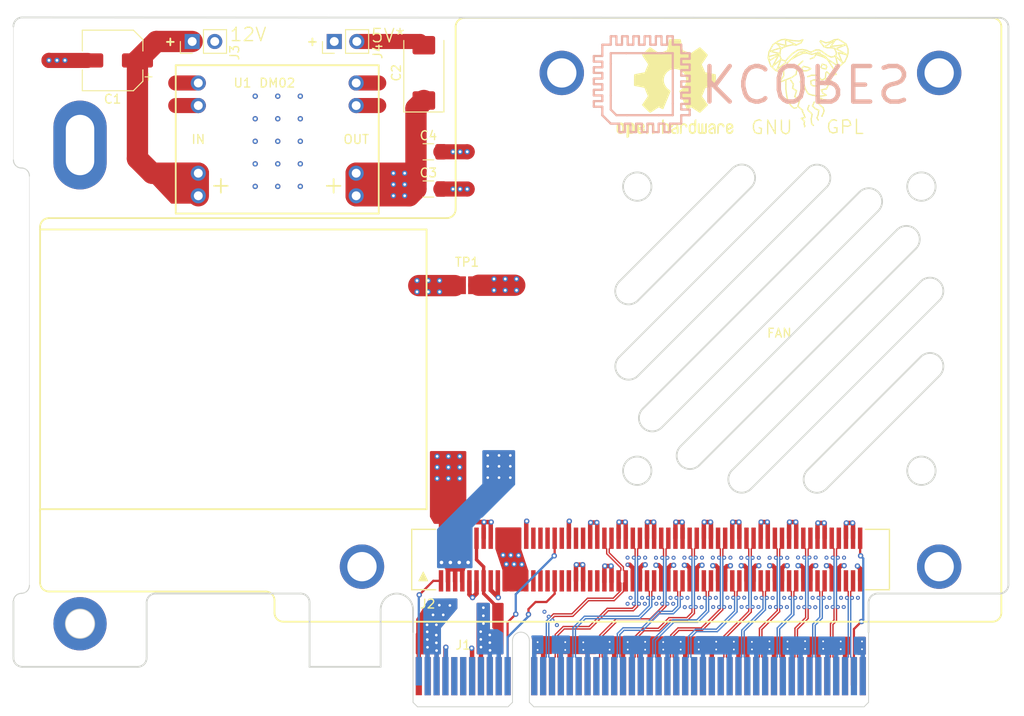
<source format=kicad_pcb>
(kicad_pcb (version 20171130) (host pcbnew "(5.1.9)-1")
  (layers (0 F.Cu mixed) (1 GND power) (2 VCC power) (31 B.Cu signal) (34 B.Paste user) (35 F.Paste user) (36 B.SilkS user) (37 F.SilkS user) (38 B.Mask user) (39 F.Mask user) (44 Edge.Cuts user))
  (net 0 "")
  (net 1 "Net-(J2-Pad23)")
  (net 2 "Net-(J2-Pad22)")
  (net 3 "Net-(J2-Pad16)")
  (net 4 "Net-(J2-Pad15)")
  (net 5 "Net-(J2-Pad14)")
  (net 6 "Net-(J2-Pad80)")
  (net 7 "Net-(J2-Pad78)")
  (net 8 "Net-(J2-Pad76)")
  (net 9 "Net-(J2-Pad75)")
  (net 10 "Net-(J2-Pad74)")
  (net 11 "Net-(J1-PadA32)")
  (net 12 "Net-(J1-PadA19)")
  (net 13 "Net-(J1-PadB30)")
  (net 14 +12V)
  (net 15 GND)
  (net 16 +3V3)
  (net 17 "Net-(J1-PadB9)")
  (net 18 3V3AUX)
  (net 19 WAKE)
  (net 20 "Net-(J1-PadB17)")
  (net 21 "Net-(J1-PadB12)")
  (net 22 "Net-(J1-PadA5)")
  (net 23 "Net-(J1-PadA6)")
  (net 24 "Net-(J1-PadA7)")
  (net 25 "Net-(J1-PadA8)")
  (net 26 PERST)
  (net 27 REFCLK-)
  (net 28 REFCLK+)
  (net 29 "Net-(J2-Pad81)")
  (net 30 HSO3_N)
  (net 31 HSO3_P)
  (net 32 HSO2_N)
  (net 33 HSO2_P)
  (net 34 HSO1_N)
  (net 35 HSO1_P)
  (net 36 HSO0_P)
  (net 37 HSO0_N)
  (net 38 HSI3_N)
  (net 39 HSI3_P)
  (net 40 HSI2_N)
  (net 41 HSI2_P)
  (net 42 HSI1_N)
  (net 43 HSI1_P)
  (net 44 HSI0_P)
  (net 45 HSI0_N)
  (net 46 PRSNT2)
  (net 47 PRSNT1)
  (net 48 P5V_AUX)
  (net 49 HSI7_N)
  (net 50 HSI7_P)
  (net 51 HSI6_N)
  (net 52 HSI6_P)
  (net 53 "Net-(J1-PadB31)")
  (net 54 HSO4_P)
  (net 55 HSO4_N)
  (net 56 HSO5_P)
  (net 57 HSO5_N)
  (net 58 HSO6_P)
  (net 59 HSO6_N)
  (net 60 HSO7_P)
  (net 61 HSO7_N)
  (net 62 "Net-(J1-PadA33)")
  (net 63 HSI4_P)
  (net 64 HSI4_N)
  (net 65 HSI5_P)
  (net 66 HSI5_N)
  (net 67 "Net-(J1-PadB6)")
  (net 68 "Net-(J1-PadB5)")
  (net 69 "Net-(J2-Pad19)")
  (net 70 "Net-(J2-Pad18)")
  (module Connector_PCBEdge:BUS_PCIexpress_x8 (layer F.Cu) (at 133.65 130.55)
    (fp_text reference J1 (at 5 -3.5) (layer F.SilkS))
    (fp_text value PCIe_x8)
    (fp_line (start 10.55 -4) (end 10.55 2.95) (layer Edge.Cuts) (width 0.1))
    (fp_line (start 12.45 -4) (end 12.45 2.95) (layer Edge.Cuts) (width 0.1))
    (fp_line (start -0.65 -4.95) (end -0.65 2.95) (layer Edge.Cuts) (width 0.1))
    (fp_line (start -0.15 3.45) (end 10.05 3.45) (layer Edge.Cuts) (width 0.1))
    (fp_line (start 50.65 -4.95) (end 50.65 2.95) (layer Edge.Cuts) (width 0.1))
    (fp_line (start 12.95 3.45) (end 50.15 3.45) (layer Edge.Cuts) (width 0.1))
    (fp_line (start -0.65 2.95) (end -0.15 3.45) (layer Edge.Cuts) (width 0.1))
    (fp_line (start 10.55 2.95) (end 10.05 3.45) (layer Edge.Cuts) (width 0.1))
    (fp_line (start 12.45 2.95) (end 12.95 3.45) (layer Edge.Cuts) (width 0.1))
    (fp_line (start 50.65 2.95) (end 50.15 3.45) (layer Edge.Cuts) (width 0.1))
    (fp_arc (start 11.5 -4) (end 12.45 -4) (angle -180) (layer Edge.Cuts) (width 0.1))
    (pad A49 connect rect (at 50 0) (size 0.7 4.3) (layers B.Cu B.Mask) (net 15 GND))
    (pad A48 connect rect (at 49 0) (size 0.7 4.3) (layers B.Cu B.Mask) (net 49 HSI7_N))
    (pad A47 connect rect (at 48 0) (size 0.7 4.3) (layers B.Cu B.Mask) (net 50 HSI7_P))
    (pad A46 connect rect (at 47 0) (size 0.7 4.3) (layers B.Cu B.Mask) (net 15 GND))
    (pad A45 connect rect (at 46 0) (size 0.7 4.3) (layers B.Cu B.Mask) (net 15 GND))
    (pad A44 connect rect (at 45 0) (size 0.7 4.3) (layers B.Cu B.Mask) (net 51 HSI6_N))
    (pad A43 connect rect (at 44 0) (size 0.7 4.3) (layers B.Cu B.Mask) (net 52 HSI6_P))
    (pad A42 connect rect (at 43 0) (size 0.7 4.3) (layers B.Cu B.Mask) (net 15 GND))
    (pad A13 connect rect (at 14 0) (size 0.7 4.3) (layers B.Cu B.Mask) (net 28 REFCLK+))
    (pad A12 connect rect (at 13 0) (size 0.7 4.3) (layers B.Cu B.Mask) (net 15 GND))
    (pad A18 connect rect (at 19 0) (size 0.7 4.3) (layers B.Cu B.Mask) (net 15 GND))
    (pad A17 connect rect (at 18 0) (size 0.7 4.3) (layers B.Cu B.Mask) (net 45 HSI0_N))
    (pad A16 connect rect (at 17 0) (size 0.7 4.3) (layers B.Cu B.Mask) (net 44 HSI0_P))
    (pad A15 connect rect (at 16 0) (size 0.7 4.3) (layers B.Cu B.Mask) (net 15 GND))
    (pad A14 connect rect (at 15 0) (size 0.7 4.3) (layers B.Cu B.Mask) (net 27 REFCLK-))
    (pad A11 connect rect (at 10 0) (size 0.7 4.3) (layers B.Cu B.Mask) (net 26 PERST))
    (pad A10 connect rect (at 9 0) (size 0.7 4.3) (layers B.Cu B.Mask) (net 16 +3V3))
    (pad A9 connect rect (at 8 0) (size 0.7 4.3) (layers B.Cu B.Mask) (net 16 +3V3))
    (pad A8 connect rect (at 7 0) (size 0.7 4.3) (layers B.Cu B.Mask) (net 25 "Net-(J1-PadA8)"))
    (pad A7 connect rect (at 6 0) (size 0.7 4.3) (layers B.Cu B.Mask) (net 24 "Net-(J1-PadA7)"))
    (pad A6 connect rect (at 5 0) (size 0.7 4.3) (layers B.Cu B.Mask) (net 23 "Net-(J1-PadA6)"))
    (pad A5 connect rect (at 4 0) (size 0.7 4.3) (layers B.Cu B.Mask) (net 22 "Net-(J1-PadA5)"))
    (pad A4 connect rect (at 3 0) (size 0.7 4.3) (layers B.Cu B.Mask) (net 15 GND))
    (pad A3 connect rect (at 2 0) (size 0.7 4.3) (layers B.Cu B.Mask) (net 14 +12V))
    (pad A2 connect rect (at 1 0) (size 0.7 4.3) (layers B.Cu B.Mask) (net 14 +12V))
    (pad A1 connect rect (at 0 -0.55) (size 0.7 3.2) (layers B.Cu B.Mask) (net 47 PRSNT1))
    (pad B13 connect rect (at 14 0) (size 0.7 4.3) (layers F.Cu F.Mask) (net 15 GND))
    (pad B12 connect rect (at 13 0) (size 0.7 4.3) (layers F.Cu F.Mask) (net 21 "Net-(J1-PadB12)"))
    (pad B18 connect rect (at 19 0) (size 0.7 4.3) (layers F.Cu F.Mask) (net 15 GND))
    (pad B17 connect rect (at 18 0) (size 0.7 4.3) (layers F.Cu F.Mask) (net 20 "Net-(J1-PadB17)"))
    (pad B16 connect rect (at 17 0) (size 0.7 4.3) (layers F.Cu F.Mask) (net 15 GND))
    (pad B15 connect rect (at 16 0) (size 0.7 4.3) (layers F.Cu F.Mask) (net 37 HSO0_N))
    (pad B14 connect rect (at 15 0) (size 0.7 4.3) (layers F.Cu F.Mask) (net 36 HSO0_P))
    (pad B11 connect rect (at 10 0) (size 0.7 4.3) (layers F.Cu F.Mask) (net 19 WAKE))
    (pad B10 connect rect (at 9 0) (size 0.7 4.3) (layers F.Cu F.Mask) (net 18 3V3AUX))
    (pad B9 connect rect (at 8 0) (size 0.7 4.3) (layers F.Cu F.Mask) (net 17 "Net-(J1-PadB9)"))
    (pad B8 connect rect (at 7 0) (size 0.7 4.3) (layers F.Cu F.Mask) (net 16 +3V3))
    (pad B7 connect rect (at 6 0) (size 0.7 4.3) (layers F.Cu F.Mask) (net 15 GND))
    (pad B6 connect rect (at 5 0) (size 0.7 4.3) (layers F.Cu F.Mask) (net 67 "Net-(J1-PadB6)"))
    (pad B5 connect rect (at 4 0) (size 0.7 4.3) (layers F.Cu F.Mask) (net 68 "Net-(J1-PadB5)"))
    (pad B4 connect rect (at 3 0) (size 0.7 4.3) (layers F.Cu F.Mask) (net 15 GND))
    (pad B3 connect rect (at 2 0) (size 0.7 4.3) (layers F.Cu F.Mask) (net 14 +12V))
    (pad B2 connect rect (at 1 0) (size 0.7 4.3) (layers F.Cu F.Mask) (net 14 +12V))
    (pad B1 connect rect (at 0 0) (size 0.7 4.3) (layers F.Cu F.Mask) (net 14 +12V))
    (pad B19 connect rect (at 20 0) (size 0.7 4.3) (layers F.Cu F.Mask) (net 35 HSO1_P))
    (pad B20 connect rect (at 21 0) (size 0.7 4.3) (layers F.Cu F.Mask) (net 34 HSO1_N))
    (pad B21 connect rect (at 22 0) (size 0.7 4.3) (layers F.Cu F.Mask) (net 15 GND))
    (pad B22 connect rect (at 23 0) (size 0.7 4.3) (layers F.Cu F.Mask) (net 15 GND))
    (pad B23 connect rect (at 24 0) (size 0.7 4.3) (layers F.Cu F.Mask) (net 33 HSO2_P))
    (pad B24 connect rect (at 25 0) (size 0.7 4.3) (layers F.Cu F.Mask) (net 32 HSO2_N))
    (pad B25 connect rect (at 26 0) (size 0.7 4.3) (layers F.Cu F.Mask) (net 15 GND))
    (pad B26 connect rect (at 27 0) (size 0.7 4.3) (layers F.Cu F.Mask) (net 15 GND))
    (pad B27 connect rect (at 28 0) (size 0.7 4.3) (layers F.Cu F.Mask) (net 31 HSO3_P))
    (pad B28 connect rect (at 29 0) (size 0.7 4.3) (layers F.Cu F.Mask) (net 30 HSO3_N))
    (pad B29 connect rect (at 30 0) (size 0.7 4.3) (layers F.Cu F.Mask) (net 15 GND))
    (pad B30 connect rect (at 31 0) (size 0.7 4.3) (layers F.Cu F.Mask) (net 13 "Net-(J1-PadB30)"))
    (pad B31 connect rect (at 32 0) (size 0.7 4.3) (layers F.Cu F.Mask) (net 53 "Net-(J1-PadB31)"))
    (pad B32 connect rect (at 33 0) (size 0.7 4.3) (layers F.Cu F.Mask) (net 15 GND))
    (pad A19 connect rect (at 20 0) (size 0.7 4.3) (layers B.Cu B.Mask) (net 12 "Net-(J1-PadA19)"))
    (pad A20 connect rect (at 21 0) (size 0.7 4.3) (layers B.Cu B.Mask) (net 15 GND))
    (pad A21 connect rect (at 22 0) (size 0.7 4.3) (layers B.Cu B.Mask) (net 43 HSI1_P))
    (pad A22 connect rect (at 23 0) (size 0.7 4.3) (layers B.Cu B.Mask) (net 42 HSI1_N))
    (pad A23 connect rect (at 24 0) (size 0.7 4.3) (layers B.Cu B.Mask) (net 15 GND))
    (pad A24 connect rect (at 25 0) (size 0.7 4.3) (layers B.Cu B.Mask) (net 15 GND))
    (pad A25 connect rect (at 26 0) (size 0.7 4.3) (layers B.Cu B.Mask) (net 41 HSI2_P))
    (pad A26 connect rect (at 27 0) (size 0.7 4.3) (layers B.Cu B.Mask) (net 40 HSI2_N))
    (pad A27 connect rect (at 28 0) (size 0.7 4.3) (layers B.Cu B.Mask) (net 15 GND))
    (pad A28 connect rect (at 29 0) (size 0.7 4.3) (layers B.Cu B.Mask) (net 15 GND))
    (pad A29 connect rect (at 30 0) (size 0.7 4.3) (layers B.Cu B.Mask) (net 39 HSI3_P))
    (pad A30 connect rect (at 31 0) (size 0.7 4.3) (layers B.Cu B.Mask) (net 38 HSI3_N))
    (pad A31 connect rect (at 32 0) (size 0.7 4.3) (layers B.Cu B.Mask) (net 15 GND))
    (pad A32 connect rect (at 33 0) (size 0.7 4.3) (layers B.Cu B.Mask) (net 11 "Net-(J1-PadA32)"))
    (pad B33 connect rect (at 34 0) (size 0.7 4.3) (layers F.Cu F.Mask) (net 54 HSO4_P))
    (pad B34 connect rect (at 35 0) (size 0.7 4.3) (layers F.Cu F.Mask) (net 55 HSO4_N))
    (pad B35 connect rect (at 36 0) (size 0.7 4.3) (layers F.Cu F.Mask) (net 15 GND))
    (pad B36 connect rect (at 37 0) (size 0.7 4.3) (layers F.Cu F.Mask) (net 15 GND))
    (pad B37 connect rect (at 38 0) (size 0.7 4.3) (layers F.Cu F.Mask) (net 56 HSO5_P))
    (pad B38 connect rect (at 39 0) (size 0.7 4.3) (layers F.Cu F.Mask) (net 57 HSO5_N))
    (pad B39 connect rect (at 40 0) (size 0.7 4.3) (layers F.Cu F.Mask) (net 15 GND))
    (pad B40 connect rect (at 41 0) (size 0.7 4.3) (layers F.Cu F.Mask) (net 15 GND))
    (pad B41 connect rect (at 42 0) (size 0.7 4.3) (layers F.Cu F.Mask) (net 58 HSO6_P))
    (pad B42 connect rect (at 43 0) (size 0.7 4.3) (layers F.Cu F.Mask) (net 59 HSO6_N))
    (pad B43 connect rect (at 44 0) (size 0.7 4.3) (layers F.Cu F.Mask) (net 15 GND))
    (pad B44 connect rect (at 45 0) (size 0.7 4.3) (layers F.Cu F.Mask) (net 15 GND))
    (pad B45 connect rect (at 46 0) (size 0.7 4.3) (layers F.Cu F.Mask) (net 60 HSO7_P))
    (pad B46 connect rect (at 47 0) (size 0.7 4.3) (layers F.Cu F.Mask) (net 61 HSO7_N))
    (pad B47 connect rect (at 48 0) (size 0.7 4.3) (layers F.Cu F.Mask) (net 15 GND))
    (pad B48 connect rect (at 49 -0.55) (size 0.7 3.2) (layers F.Cu F.Mask) (net 46 PRSNT2))
    (pad B49 connect rect (at 50 0) (size 0.7 4.3) (layers F.Cu F.Mask) (net 15 GND))
    (pad A33 connect rect (at 34 0) (size 0.7 4.3) (layers B.Cu B.Mask) (net 62 "Net-(J1-PadA33)"))
    (pad A34 connect rect (at 35 0) (size 0.7 4.3) (layers B.Cu B.Mask) (net 15 GND))
    (pad A35 connect rect (at 36 0) (size 0.7 4.3) (layers B.Cu B.Mask) (net 63 HSI4_P))
    (pad A36 connect rect (at 37 0) (size 0.7 4.3) (layers B.Cu B.Mask) (net 64 HSI4_N))
    (pad A37 connect rect (at 38 0) (size 0.7 4.3) (layers B.Cu B.Mask) (net 15 GND))
    (pad A38 connect rect (at 39 0) (size 0.7 4.3) (layers B.Cu B.Mask) (net 15 GND))
    (pad A39 connect rect (at 40 0) (size 0.7 4.3) (layers B.Cu B.Mask) (net 65 HSI5_P))
    (pad A40 connect rect (at 41 0) (size 0.7 4.3) (layers B.Cu B.Mask) (net 66 HSI5_N))
    (pad A41 connect rect (at 42 0) (size 0.7 4.3) (layers B.Cu B.Mask) (net 15 GND))
  )
  (module Connector_Wire:SolderWirePad_1x01_Drill0.8mm (layer F.Cu) (at 95.5 70.739)
    (fp_text reference REF** hide)
    (fp_text value "" hide)
    (pad 1 thru_hole oval (at 0 0) (size 6 10) (drill oval 3.2 6.8) (layers *.Cu *.Mask))
  )
  (module Connector_Wire:SolderWirePad_1x01_Drill0.8mm (layer F.Cu) (at 95.5 124.650001)
    (fp_text reference REF** hide)
    (fp_text value "" hide)
    (pad 1 thru_hole circle (at 0 0) (size 6 6) (drill 3.2) (layers *.Cu *.Mask))
  )
  (module FCI_61082:OCP_Mezz_V2.0 (layer F.Cu) (at 133.65 117.42)
    (fp_text reference J2 (at 1 5) (layer F.SilkS))
    (fp_text value Conn_02x40_Top_Bottom)
    (pad 120 smd rect (at 49.7 -2.4) (size 0.5 2.4) (layers F.Cu F.Paste F.Mask) (net 46 PRSNT2))
    (pad 119 smd rect (at 48.9 -2.4) (size 0.5 2.4) (layers F.Cu F.Paste F.Mask) (net 15 GND))
    (pad 118 smd rect (at 48.1 -2.4) (size 0.5 2.4) (layers F.Cu F.Paste F.Mask) (net 15 GND))
    (pad 117 smd rect (at 47.3 -2.4) (size 0.5 2.4) (layers F.Cu F.Paste F.Mask) (net 61 HSO7_N))
    (pad 116 smd rect (at 46.5 -2.4) (size 0.5 2.4) (layers F.Cu F.Paste F.Mask) (net 60 HSO7_P))
    (pad 115 smd rect (at 45.7 -2.4) (size 0.5 2.4) (layers F.Cu F.Paste F.Mask) (net 15 GND))
    (pad 114 smd rect (at 44.9 -2.4) (size 0.5 2.4) (layers F.Cu F.Paste F.Mask) (net 15 GND))
    (pad 113 smd rect (at 44.1 -2.4) (size 0.5 2.4) (layers F.Cu F.Paste F.Mask) (net 59 HSO6_N))
    (pad 112 smd rect (at 43.3 -2.4) (size 0.5 2.4) (layers F.Cu F.Paste F.Mask) (net 58 HSO6_P))
    (pad 111 smd rect (at 42.5 -2.4) (size 0.5 2.4) (layers F.Cu F.Paste F.Mask) (net 15 GND))
    (pad 110 smd rect (at 41.7 -2.4) (size 0.5 2.4) (layers F.Cu F.Paste F.Mask) (net 15 GND))
    (pad 109 smd rect (at 40.9 -2.4) (size 0.5 2.4) (layers F.Cu F.Paste F.Mask) (net 57 HSO5_N))
    (pad 108 smd rect (at 40.1 -2.4) (size 0.5 2.4) (layers F.Cu F.Paste F.Mask) (net 56 HSO5_P))
    (pad 107 smd rect (at 39.3 -2.4) (size 0.5 2.4) (layers F.Cu F.Paste F.Mask) (net 15 GND))
    (pad 106 smd rect (at 38.5 -2.4) (size 0.5 2.4) (layers F.Cu F.Paste F.Mask) (net 15 GND))
    (pad 105 smd rect (at 37.7 -2.4) (size 0.5 2.4) (layers F.Cu F.Paste F.Mask) (net 55 HSO4_N))
    (pad 104 smd rect (at 36.9 -2.4) (size 0.5 2.4) (layers F.Cu F.Paste F.Mask) (net 54 HSO4_P))
    (pad 103 smd rect (at 36.1 -2.4) (size 0.5 2.4) (layers F.Cu F.Paste F.Mask) (net 15 GND))
    (pad 102 smd rect (at 35.3 -2.4) (size 0.5 2.4) (layers F.Cu F.Paste F.Mask) (net 15 GND))
    (pad 101 smd rect (at 34.5 -2.4) (size 0.5 2.4) (layers F.Cu F.Paste F.Mask) (net 30 HSO3_N))
    (pad 100 smd rect (at 33.7 -2.4) (size 0.5 2.4) (layers F.Cu F.Paste F.Mask) (net 31 HSO3_P))
    (pad 99 smd rect (at 32.9 -2.4) (size 0.5 2.4) (layers F.Cu F.Paste F.Mask) (net 15 GND))
    (pad 98 smd rect (at 32.1 -2.4) (size 0.5 2.4) (layers F.Cu F.Paste F.Mask) (net 15 GND))
    (pad 97 smd rect (at 31.3 -2.4) (size 0.5 2.4) (layers F.Cu F.Paste F.Mask) (net 32 HSO2_N))
    (pad 96 smd rect (at 30.5 -2.4) (size 0.5 2.4) (layers F.Cu F.Paste F.Mask) (net 33 HSO2_P))
    (pad 95 smd rect (at 29.7 -2.4) (size 0.5 2.4) (layers F.Cu F.Paste F.Mask) (net 15 GND))
    (pad 94 smd rect (at 28.9 -2.4) (size 0.5 2.4) (layers F.Cu F.Paste F.Mask) (net 15 GND))
    (pad 93 smd rect (at 28.1 -2.4) (size 0.5 2.4) (layers F.Cu F.Paste F.Mask) (net 34 HSO1_N))
    (pad 92 smd rect (at 27.3 -2.4) (size 0.5 2.4) (layers F.Cu F.Paste F.Mask) (net 35 HSO1_P))
    (pad 91 smd rect (at 26.5 -2.4) (size 0.5 2.4) (layers F.Cu F.Paste F.Mask) (net 15 GND))
    (pad 90 smd rect (at 25.7 -2.4) (size 0.5 2.4) (layers F.Cu F.Paste F.Mask) (net 15 GND))
    (pad 89 smd rect (at 24.9 -2.4) (size 0.5 2.4) (layers F.Cu F.Paste F.Mask) (net 37 HSO0_N))
    (pad 88 smd rect (at 24.1 -2.4) (size 0.5 2.4) (layers F.Cu F.Paste F.Mask) (net 36 HSO0_P))
    (pad 87 smd rect (at 23.3 -2.4) (size 0.5 2.4) (layers F.Cu F.Paste F.Mask) (net 15 GND))
    (pad 86 smd rect (at 22.5 -2.4) (size 0.5 2.4) (layers F.Cu F.Paste F.Mask) (net 15 GND))
    (pad 85 smd rect (at 21.7 -2.4) (size 0.5 2.4) (layers F.Cu F.Paste F.Mask) (net 27 REFCLK-))
    (pad 84 smd rect (at 20.9 -2.4) (size 0.5 2.4) (layers F.Cu F.Paste F.Mask) (net 28 REFCLK+))
    (pad 83 smd rect (at 20.1 -2.4) (size 0.5 2.4) (layers F.Cu F.Paste F.Mask) (net 15 GND))
    (pad 82 smd rect (at 19.3 -2.4) (size 0.5 2.4) (layers F.Cu F.Paste F.Mask) (net 15 GND))
    (pad 81 smd rect (at 18.5 -2.4) (size 0.5 2.4) (layers F.Cu F.Paste F.Mask) (net 29 "Net-(J2-Pad81)"))
    (pad 80 smd rect (at 17.7 -2.4) (size 0.5 2.4) (layers F.Cu F.Paste F.Mask) (net 6 "Net-(J2-Pad80)"))
    (pad 79 smd rect (at 16.9 -2.4) (size 0.5 2.4) (layers F.Cu F.Paste F.Mask) (net 15 GND))
    (pad 78 smd rect (at 16.1 -2.4) (size 0.5 2.4) (layers F.Cu F.Paste F.Mask) (net 7 "Net-(J2-Pad78)"))
    (pad 77 smd rect (at 15.3 -2.4) (size 0.5 2.4) (layers F.Cu F.Paste F.Mask) (net 19 WAKE))
    (pad 76 smd rect (at 14.5 -2.4) (size 0.5 2.4) (layers F.Cu F.Paste F.Mask) (net 8 "Net-(J2-Pad76)"))
    (pad 75 smd rect (at 13.7 -2.4) (size 0.5 2.4) (layers F.Cu F.Paste F.Mask) (net 9 "Net-(J2-Pad75)"))
    (pad 74 smd rect (at 12.9 -2.4) (size 0.5 2.4) (layers F.Cu F.Paste F.Mask) (net 10 "Net-(J2-Pad74)"))
    (pad 73 smd rect (at 12.1 -2.4) (size 0.5 2.4) (layers F.Cu F.Paste F.Mask) (net 15 GND))
    (pad 72 smd rect (at 11.3 -2.4) (size 0.5 2.4) (layers F.Cu F.Paste F.Mask) (net 16 +3V3))
    (pad 71 smd rect (at 10.5 -2.4) (size 0.5 2.4) (layers F.Cu F.Paste F.Mask) (net 16 +3V3))
    (pad 70 smd rect (at 9.7 -2.4) (size 0.5 2.4) (layers F.Cu F.Paste F.Mask) (net 16 +3V3))
    (pad 69 smd rect (at 8.9 -2.4) (size 0.5 2.4) (layers F.Cu F.Paste F.Mask) (net 16 +3V3))
    (pad 68 smd rect (at 8.1 -2.4) (size 0.5 2.4) (layers F.Cu F.Paste F.Mask) (net 15 GND))
    (pad 67 smd rect (at 7.3 -2.4) (size 0.5 2.4) (layers F.Cu F.Paste F.Mask) (net 15 GND))
    (pad 66 smd rect (at 6.5 -2.4) (size 0.5 2.4) (layers F.Cu F.Paste F.Mask) (net 18 3V3AUX))
    (pad 65 smd rect (at 5.7 -2.4) (size 0.5 2.4) (layers F.Cu F.Paste F.Mask) (net 15 GND))
    (pad 64 smd rect (at 4.9 -2.4) (size 0.5 2.4) (layers F.Cu F.Paste F.Mask) (net 15 GND))
    (pad 63 smd rect (at 4.1 -2.4) (size 0.5 2.4) (layers F.Cu F.Paste F.Mask) (net 14 +12V))
    (pad 62 smd rect (at 3.3 -2.4) (size 0.5 2.4) (layers F.Cu F.Paste F.Mask) (net 14 +12V))
    (pad 61 smd rect (at 2.5 -2.4) (size 0.5 2.4) (layers F.Cu F.Paste F.Mask) (net 14 +12V))
    (pad 60 smd rect (at 49.7 2.4) (size 0.5 2.4) (layers F.Cu F.Paste F.Mask) (net 15 GND))
    (pad 59 smd rect (at 48.9 2.4) (size 0.5 2.4) (layers F.Cu F.Paste F.Mask) (net 49 HSI7_N))
    (pad 58 smd rect (at 48.1 2.4) (size 0.5 2.4) (layers F.Cu F.Paste F.Mask) (net 50 HSI7_P))
    (pad 57 smd rect (at 47.3 2.4) (size 0.5 2.4) (layers F.Cu F.Paste F.Mask) (net 15 GND))
    (pad 56 smd rect (at 46.5 2.4) (size 0.5 2.4) (layers F.Cu F.Paste F.Mask) (net 15 GND))
    (pad 55 smd rect (at 45.7 2.4) (size 0.5 2.4) (layers F.Cu F.Paste F.Mask) (net 51 HSI6_N))
    (pad 54 smd rect (at 44.9 2.4) (size 0.5 2.4) (layers F.Cu F.Paste F.Mask) (net 52 HSI6_P))
    (pad 53 smd rect (at 44.1 2.4) (size 0.5 2.4) (layers F.Cu F.Paste F.Mask) (net 15 GND))
    (pad 52 smd rect (at 43.3 2.4) (size 0.5 2.4) (layers F.Cu F.Paste F.Mask) (net 15 GND))
    (pad 51 smd rect (at 42.5 2.4) (size 0.5 2.4) (layers F.Cu F.Paste F.Mask) (net 66 HSI5_N))
    (pad 50 smd rect (at 41.7 2.4) (size 0.5 2.4) (layers F.Cu F.Paste F.Mask) (net 65 HSI5_P))
    (pad 49 smd rect (at 40.9 2.4) (size 0.5 2.4) (layers F.Cu F.Paste F.Mask) (net 15 GND))
    (pad 48 smd rect (at 40.1 2.4) (size 0.5 2.4) (layers F.Cu F.Paste F.Mask) (net 15 GND))
    (pad 47 smd rect (at 39.3 2.4) (size 0.5 2.4) (layers F.Cu F.Paste F.Mask) (net 64 HSI4_N))
    (pad 46 smd rect (at 38.5 2.4) (size 0.5 2.4) (layers F.Cu F.Paste F.Mask) (net 63 HSI4_P))
    (pad 45 smd rect (at 37.7 2.4) (size 0.5 2.4) (layers F.Cu F.Paste F.Mask) (net 15 GND))
    (pad 44 smd rect (at 36.9 2.4) (size 0.5 2.4) (layers F.Cu F.Paste F.Mask) (net 15 GND))
    (pad 43 smd rect (at 36.1 2.4) (size 0.5 2.4) (layers F.Cu F.Paste F.Mask) (net 38 HSI3_N))
    (pad 42 smd rect (at 35.3 2.4) (size 0.5 2.4) (layers F.Cu F.Paste F.Mask) (net 39 HSI3_P))
    (pad 41 smd rect (at 34.5 2.4) (size 0.5 2.4) (layers F.Cu F.Paste F.Mask) (net 15 GND))
    (pad 40 smd rect (at 33.7 2.4) (size 0.5 2.4) (layers F.Cu F.Paste F.Mask) (net 15 GND))
    (pad 39 smd rect (at 32.9 2.4) (size 0.5 2.4) (layers F.Cu F.Paste F.Mask) (net 40 HSI2_N))
    (pad 38 smd rect (at 32.1 2.4) (size 0.5 2.4) (layers F.Cu F.Paste F.Mask) (net 41 HSI2_P))
    (pad 37 smd rect (at 31.3 2.4) (size 0.5 2.4) (layers F.Cu F.Paste F.Mask) (net 15 GND))
    (pad 36 smd rect (at 30.5 2.4) (size 0.5 2.4) (layers F.Cu F.Paste F.Mask) (net 15 GND))
    (pad 35 smd rect (at 29.7 2.4) (size 0.5 2.4) (layers F.Cu F.Paste F.Mask) (net 42 HSI1_N))
    (pad 34 smd rect (at 28.9 2.4) (size 0.5 2.4) (layers F.Cu F.Paste F.Mask) (net 43 HSI1_P))
    (pad 33 smd rect (at 28.1 2.4) (size 0.5 2.4) (layers F.Cu F.Paste F.Mask) (net 15 GND))
    (pad 32 smd rect (at 27.3 2.4) (size 0.5 2.4) (layers F.Cu F.Paste F.Mask) (net 15 GND))
    (pad 31 smd rect (at 26.5 2.4) (size 0.5 2.4) (layers F.Cu F.Paste F.Mask) (net 45 HSI0_N))
    (pad 30 smd rect (at 25.7 2.4) (size 0.5 2.4) (layers F.Cu F.Paste F.Mask) (net 44 HSI0_P))
    (pad 29 smd rect (at 24.9 2.4) (size 0.5 2.4) (layers F.Cu F.Paste F.Mask) (net 15 GND))
    (pad 28 smd rect (at 24.1 2.4) (size 0.5 2.4) (layers F.Cu F.Paste F.Mask) (net 15 GND))
    (pad 27 smd rect (at 23.3 2.4) (size 0.5 2.4) (layers F.Cu F.Paste F.Mask) (net 27 REFCLK-))
    (pad 26 smd rect (at 22.5 2.4) (size 0.5 2.4) (layers F.Cu F.Paste F.Mask) (net 28 REFCLK+))
    (pad 25 smd rect (at 21.7 2.4) (size 0.5 2.4) (layers F.Cu F.Paste F.Mask) (net 15 GND))
    (pad 24 smd rect (at 20.9 2.4) (size 0.5 2.4) (layers F.Cu F.Paste F.Mask) (net 15 GND))
    (pad 23 smd rect (at 20.1 2.4) (size 0.5 2.4) (layers F.Cu F.Paste F.Mask) (net 1 "Net-(J2-Pad23)"))
    (pad 22 smd rect (at 19.3 2.4) (size 0.5 2.4) (layers F.Cu F.Paste F.Mask) (net 2 "Net-(J2-Pad22)"))
    (pad 21 smd rect (at 18.5 2.4) (size 0.5 2.4) (layers F.Cu F.Paste F.Mask) (net 15 GND))
    (pad 20 smd rect (at 17.7 2.4) (size 0.5 2.4) (layers F.Cu F.Paste F.Mask) (net 15 GND))
    (pad 19 smd rect (at 16.9 2.4) (size 0.5 2.4) (layers F.Cu F.Paste F.Mask) (net 69 "Net-(J2-Pad19)"))
    (pad 18 smd rect (at 16.1 2.4) (size 0.5 2.4) (layers F.Cu F.Paste F.Mask) (net 70 "Net-(J2-Pad18)"))
    (pad 17 smd rect (at 15.3 2.4) (size 0.5 2.4) (layers F.Cu F.Paste F.Mask) (net 26 PERST))
    (pad 16 smd rect (at 14.5 2.4) (size 0.5 2.4) (layers F.Cu F.Paste F.Mask) (net 3 "Net-(J2-Pad16)"))
    (pad 15 smd rect (at 13.7 2.4) (size 0.5 2.4) (layers F.Cu F.Paste F.Mask) (net 4 "Net-(J2-Pad15)"))
    (pad 14 smd rect (at 12.9 2.4) (size 0.5 2.4) (layers F.Cu F.Paste F.Mask) (net 5 "Net-(J2-Pad14)"))
    (pad 13 smd rect (at 12.1 2.4) (size 0.5 2.4) (layers F.Cu F.Paste F.Mask) (net 16 +3V3))
    (pad 12 smd rect (at 11.3 2.4) (size 0.5 2.4) (layers F.Cu F.Paste F.Mask) (net 16 +3V3))
    (pad 11 smd rect (at 10.5 2.4) (size 0.5 2.4) (layers F.Cu F.Paste F.Mask) (net 16 +3V3))
    (pad 10 smd rect (at 9.7 2.4) (size 0.5 2.4) (layers F.Cu F.Paste F.Mask) (net 16 +3V3))
    (pad 9 smd rect (at 8.9 2.4) (size 0.5 2.4) (layers F.Cu F.Paste F.Mask) (net 15 GND))
    (pad 8 smd rect (at 8.1 2.4) (size 0.5 2.4) (layers F.Cu F.Paste F.Mask) (net 15 GND))
    (pad 7 smd rect (at 7.3 2.4) (size 0.5 2.4) (layers F.Cu F.Paste F.Mask) (net 18 3V3AUX))
    (pad 6 smd rect (at 6.5 2.4) (size 0.5 2.4) (layers F.Cu F.Paste F.Mask) (net 15 GND))
    (pad 5 smd rect (at 5.7 2.4) (size 0.5 2.4) (layers F.Cu F.Paste F.Mask) (net 15 GND))
    (pad 4 smd rect (at 4.9 2.4) (size 0.5 2.4) (layers F.Cu F.Paste F.Mask) (net 48 P5V_AUX))
    (pad 3 smd rect (at 4.1 2.4) (size 0.5 2.4) (layers F.Cu F.Paste F.Mask) (net 48 P5V_AUX))
    (pad 2 smd rect (at 3.3 2.4) (size 0.5 2.4) (layers F.Cu F.Paste F.Mask) (net 48 P5V_AUX))
    (pad "" thru_hole circle (at 58.6 0.8) (size 5 5) (drill 3.3) (layers *.Cu *.Mask))
    (pad "" thru_hole circle (at 58.6 -54.8) (size 5 5) (drill 3.3) (layers *.Cu *.Mask))
    (pad "" thru_hole circle (at 16.1 -54.8) (size 5 5) (drill 3.3) (layers *.Cu *.Mask))
    (pad 1 smd rect (at 2.5 2.4) (size 0.5 2.4) (layers F.Cu F.Paste F.Mask) (net 47 PRSNT1))
    (pad "" np_thru_hole circle (at 0 0) (size 1.2 1.2) (drill 1.2) (layers *.Cu *.Mask))
    (pad "" np_thru_hole circle (at 52.2 0) (size 0.8 0.8) (drill 0.8) (layers *.Cu *.Mask))
    (pad "" thru_hole circle (at -6.4 0.8) (size 5 5) (drill 3.3) (layers *.Cu *.Mask))
  )
  (module Symbol:OSHW-Logo2_14.6x12mm_SilkScreen (layer F.Cu) (at 162.498 64.363)
    (fp_text reference REF** hide)
    (fp_text value OSHW-Logo2_14.6x12mm_SilkScreen hide)
  )
  (module Symbol:Symbol_GNU-Logo_SilkscreenTop (layer F.Cu) (at 177.738 62.585)
    (fp_text reference REF** hide)
    (fp_text value Symbol_GNU-Logo_SilkscreenTop)
  )
  (module Connector_PinHeader_2.54mm:PinHeader_1x02_P2.54mm_Vertical (layer F.Cu) (at 124.13 59.08 90)
    (fp_text reference J4 (at -1.118 4.905 270) (layer F.SilkS))
    (fp_text value Conn_01x02)
    (pad 1 thru_hole rect (at 0 0 90) (size 1.7 1.7) (drill 1) (layers *.Cu *.Mask) (net 48 P5V_AUX))
    (pad 2 thru_hole oval (at 0 2.54 90) (size 1.7 1.7) (drill 1) (layers *.Cu *.Mask) (net 15 GND))
  )
  (module Connector_PinHeader_2.54mm:PinHeader_1x02_P2.54mm_Vertical (layer F.Cu) (at 108.13 59.08 90)
    (fp_text reference J3 (at -1.245 4.776 90) (layer F.SilkS))
    (fp_text value Conn_01x02)
    (pad 1 thru_hole rect (at 0 0 90) (size 1.7 1.7) (drill 1) (layers *.Cu *.Mask) (net 14 +12V))
    (pad 2 thru_hole oval (at 0 2.54 90) (size 1.7 1.7) (drill 1) (layers *.Cu *.Mask) (net 15 GND))
  )
  (module FCI_61082:TestPlot (layer F.Cu) (at 139.08 86.53)
    (fp_text reference TP1 (at 0 -2.6) (layer F.SilkS))
    (fp_text value TestPoint_2Pole)
    (pad 2 smd rect (at 1.325 0) (size 2.4 2) (layers F.Cu F.Paste F.Mask) (net 48 P5V_AUX))
    (pad 1 smd rect (at -1.325 0) (size 2.4 2) (layers F.Cu F.Paste F.Mask) (net 14 +12V))
  )
  (module FCI_61082:DM02 (layer F.Cu) (at 126.598 76.454 180)
    (fp_text reference U1 (at 12.803 12.7) (layer F.SilkS))
    (fp_text value DM02)
    (fp_text user DM02 (at 8.89 12.7) (layer F.SilkS))
    (fp_text user IN (at 17.78 6.35) (layer F.SilkS))
    (fp_text user OUT (at 0 6.35) (layer F.SilkS))
    (fp_text user + (at 15.24 1.27) (layer F.SilkS) (effects (font (size 2 2) (thickness 0.2))))
    (fp_text user + (at 2.54 1.27) (layer F.SilkS) (effects (font (size 2 2) (thickness 0.2))))
    (pad 1 thru_hole circle (at 0 0 180) (size 1.7 1.7) (drill 1) (layers *.Cu *.Mask) (net 48 P5V_AUX))
    (pad 1 connect oval (at 0 0 180) (size 4.24 1.7) (drill (offset -1.27 0)) (layers F.Cu F.Mask) (net 48 P5V_AUX))
    (pad 1 connect oval (at 0 2.54 180) (size 4.24 1.7) (drill (offset -1.27 0)) (layers F.Cu F.Mask) (net 48 P5V_AUX))
    (pad 1 thru_hole circle (at 0 2.54 180) (size 1.7 1.7) (drill 1) (layers *.Cu *.Mask) (net 48 P5V_AUX))
    (pad 2 connect oval (at 0 10.16 180) (size 4.24 1.7) (drill (offset -1.27 0)) (layers F.Cu F.Mask) (net 15 GND))
    (pad 2 thru_hole circle (at 0 12.7 180) (size 1.7 1.7) (drill 1) (layers *.Cu *.Mask) (net 15 GND))
    (pad 2 thru_hole circle (at 0 10.16 180) (size 1.7 1.7) (drill 1) (layers *.Cu *.Mask) (net 15 GND))
    (pad 2 connect oval (at 0 12.7 180) (size 4.24 1.7) (drill (offset -1.27 0)) (layers F.Cu F.Mask) (net 15 GND))
    (pad 3 connect oval (at 17.78 10.16) (size 4.24 1.7) (drill (offset -1.27 0)) (layers F.Cu F.Mask) (net 15 GND))
    (pad 3 thru_hole circle (at 17.78 10.16) (size 1.7 1.7) (drill 1) (layers *.Cu *.Mask) (net 15 GND))
    (pad 3 connect oval (at 17.78 12.7) (size 4.24 1.7) (drill (offset -1.27 0)) (layers F.Cu F.Mask) (net 15 GND))
    (pad 3 thru_hole circle (at 17.78 12.7) (size 1.7 1.7) (drill 1) (layers *.Cu *.Mask) (net 15 GND))
    (pad 4 connect oval (at 17.78 0) (size 4.24 1.7) (drill (offset -1.27 0)) (layers F.Cu F.Mask) (net 14 +12V))
    (pad 4 thru_hole circle (at 17.78 0) (size 1.7 1.7) (drill 1) (layers *.Cu *.Mask) (net 14 +12V))
    (pad 4 connect oval (at 17.78 2.54) (size 4.24 1.7) (drill (offset -1.27 0)) (layers F.Cu F.Mask) (net 14 +12V))
    (pad 4 thru_hole circle (at 17.78 2.54) (size 1.7 1.7) (drill 1) (layers *.Cu *.Mask) (net 14 +12V))
  )
  (module Capacitor_SMD:C_1206_3216Metric (layer F.Cu) (at 134.729 71.501)
    (fp_text reference C4 (at 0 -1.82) (layer F.SilkS))
    (fp_text value C)
    (pad 1 smd roundrect (at -1.4 0) (size 1.25 1.75) (layers F.Cu F.Paste F.Mask) (roundrect_rratio 0.2) (net 48 P5V_AUX))
    (pad 2 smd roundrect (at 1.4 0) (size 1.25 1.75) (layers F.Cu F.Paste F.Mask) (roundrect_rratio 0.2) (net 15 GND))
  )
  (module Capacitor_SMD:C_1206_3216Metric (layer F.Cu) (at 134.729 75.692)
    (fp_text reference C3 (at 0 -1.82) (layer F.SilkS))
    (fp_text value C)
    (pad 1 smd roundrect (at -1.4 0) (size 1.25 1.75) (layers F.Cu F.Paste F.Mask) (roundrect_rratio 0.2) (net 48 P5V_AUX))
    (pad 2 smd roundrect (at 1.4 0) (size 1.25 1.75) (layers F.Cu F.Paste F.Mask) (roundrect_rratio 0.2) (net 15 GND))
  )
  (module Capacitor_Tantalum_SMD:CP_EIA-7343-31_Kemet-D (layer F.Cu) (at 134.218 62.611 90)
    (fp_text reference C2 (at 0 -3.1 90) (layer F.SilkS))
    (fp_text value C)
    (pad 1 smd roundrect (at -3.1125 0 90) (size 2.075 2.55) (layers F.Cu F.Paste F.Mask) (roundrect_rratio 0.1204819277108434) (net 48 P5V_AUX))
    (pad 2 smd roundrect (at 3.1125 0 90) (size 2.075 2.55) (layers F.Cu F.Paste F.Mask) (roundrect_rratio 0.1204819277108434) (net 15 GND))
  )
  (module Capacitor_SMD:CP_Elec_6.3x5.4 (layer F.Cu) (at 99.166 61.214 180)
    (fp_text reference C1 (at 0 -4.35) (layer F.SilkS))
    (fp_text value C)
    (pad 2 smd roundrect (at 2.8 0 180) (size 3.5 1.6) (layers F.Cu F.Paste F.Mask) (roundrect_rratio 0.15625) (net 15 GND))
    (pad 1 smd roundrect (at -2.8 0 180) (size 3.5 1.6) (layers F.Cu F.Paste F.Mask) (roundrect_rratio 0.15625) (net 14 +12V))
  )
  (module FCI_61082:Fan_4010 (layer F.Cu) (at 174.25 91.42)
    (fp_text reference FAN (at 0 0.5) (layer F.SilkS))
    (fp_text value Fan_4010)
    (fp_circle (center 16 -16) (end 17.6 -16) (layer Edge.Cuts) (width 0.2))
    (fp_circle (center -16 -16) (end -14.4 -16) (layer Edge.Cuts) (width 0.2))
    (fp_circle (center 16 16) (end 17.6 16) (layer Edge.Cuts) (width 0.2))
    (fp_circle (center -16 16) (end -14.4 16) (layer Edge.Cuts) (width 0.2))
    (fp_line (start -9.009204 15.373165) (end 15.373165 -9.009204) (layer Edge.Cuts) (width 0.2))
    (fp_line (start 13.251845 -11.130525) (end -11.130525 13.251845) (layer Edge.Cuts) (width 0.2))
    (fp_line (start 11.130525 -13.251845) (end -13.251845 11.130525) (layer Edge.Cuts) (width 0.2))
    (fp_line (start -15.373165 9.009204) (end 9.009204 -15.373165) (layer Edge.Cuts) (width 0.2))
    (fp_line (start 18.037113 -3.187871) (end -3.187871 18.037113) (layer Edge.Cuts) (width 0.2))
    (fp_line (start -5.309191 15.915793) (end 15.915793 -5.309191) (layer Edge.Cuts) (width 0.2))
    (fp_line (start 18.041036 5.293487) (end 5.293487 18.041036) (layer Edge.Cuts) (width 0.2))
    (fp_line (start 3.172167 15.919715) (end 15.919715 3.172167) (layer Edge.Cuts) (width 0.2))
    (fp_line (start -18.037113 3.187871) (end 3.187871 -18.037113) (layer Edge.Cuts) (width 0.2))
    (fp_line (start 5.309191 -15.915793) (end -15.915793 5.309191) (layer Edge.Cuts) (width 0.2))
    (fp_line (start -18.041036 -5.293487) (end -5.293487 -18.041036) (layer Edge.Cuts) (width 0.2))
    (fp_line (start -3.172167 -15.919715) (end -15.919715 -3.172167) (layer Edge.Cuts) (width 0.2))
    (fp_arc (start -16.980376 -4.232827) (end -18.041036 -5.293487) (angle -180) (layer Edge.Cuts) (width 0.2))
    (fp_arc (start -4.232827 -16.980376) (end -3.172167 -15.919715) (angle -180) (layer Edge.Cuts) (width 0.2))
    (fp_arc (start -16.976453 4.248531) (end -18.037113 3.187871) (angle -180) (layer Edge.Cuts) (width 0.2))
    (fp_arc (start 4.248531 -16.976453) (end 5.309191 -15.915793) (angle -180) (layer Edge.Cuts) (width 0.2))
    (fp_arc (start 16.980376 4.232827) (end 18.041036 5.293487) (angle -180) (layer Edge.Cuts) (width 0.2))
    (fp_arc (start 4.232827 16.980376) (end 3.172167 15.919715) (angle -180) (layer Edge.Cuts) (width 0.2))
    (fp_arc (start 16.976453 -4.248531) (end 18.037113 -3.187871) (angle -180) (layer Edge.Cuts) (width 0.2))
    (fp_arc (start -4.248531 16.976453) (end -5.309191 15.915793) (angle -180) (layer Edge.Cuts) (width 0.2))
    (fp_arc (start 10.069864 -14.312505) (end 11.130525 -13.251845) (angle -180) (layer Edge.Cuts) (width 0.2))
    (fp_arc (start -14.312505 10.069864) (end -15.373165 9.009204) (angle -180) (layer Edge.Cuts) (width 0.2))
    (fp_arc (start -10.069864 14.312505) (end -11.130525 13.251845) (angle -180) (layer Edge.Cuts) (width 0.2))
    (fp_arc (start 14.312505 -10.069864) (end 15.373165 -9.009204) (angle -180) (layer Edge.Cuts) (width 0.2))
  )
  (gr_arc (start 185.325 122.275) (end 185.35 121.25) (angle -92.76518278) (layer Edge.Cuts) (width 0.2032))
  (gr_text + (at 121.669 59.055) (layer F.SilkS) (effects (font (size 1 1) (thickness 0.2)) (justify mirror)))
  (gr_text KCORES (at 177.238 63.666 180) (layer B.SilkS) (effects (font (size 4 4) (thickness 0.5)) (justify mirror)))
  (gr_line (start 155.266719 60.395205) (end 157.012703 60.395205) (layer B.SilkS) (width 0.25))
  (gr_line (start 155.266719 68.33179) (end 155.504774 68.33179) (layer B.SilkS) (width 0.25))
  (gr_line (start 155.504774 68.33179) (end 156.040499 68.33179) (layer B.SilkS) (width 0.25))
  (gr_line (start 156.219024 68.41109) (end 156.218954 69.06584) (layer B.SilkS) (width 0.25))
  (gr_line (start 162.250859 66.06984) (end 162.250859 67.37929) (layer B.SilkS) (width 0.25))
  (gr_line (start 155.266719 61.585685) (end 155.266719 60.395205) (layer B.SilkS) (width 0.25))
  (gr_line (start 162.250859 67.37929) (end 160.663459 67.37929) (layer B.SilkS) (width 0.25))
  (gr_line (start 162.250859 60.395205) (end 162.250859 62.14124) (layer B.SilkS) (width 0.25))
  (gr_line (start 157.092008 67.37929) (end 155.901594 67.37929) (layer B.SilkS) (width 0.25))
  (gr_line (start 155.266719 65.157139) (end 155.266719 61.585685) (layer B.SilkS) (width 0.25))
  (gr_line (start 156.040499 68.33179) (end 156.219094 68.33179) (layer B.SilkS) (width 0.25))
  (gr_line (start 160.663459 67.37929) (end 157.092008 67.37929) (layer B.SilkS) (width 0.25))
  (gr_line (start 156.218954 69.06584) (end 156.218954 69.28404) (layer B.SilkS) (width 0.25))
  (gr_line (start 156.219094 68.33179) (end 156.219024 68.41109) (layer B.SilkS) (width 0.25))
  (gr_line (start 160.941259 60.395205) (end 162.250859 60.395205) (layer B.SilkS) (width 0.25))
  (gr_line (start 155.901594 67.37929) (end 155.266719 66.74444) (layer B.SilkS) (width 0.25))
  (gr_line (start 162.250859 62.14124) (end 162.250859 66.06984) (layer B.SilkS) (width 0.25))
  (gr_line (start 157.012703 60.395205) (end 160.941259 60.395205) (layer B.SilkS) (width 0.25))
  (gr_line (start 155.266719 66.74444) (end 155.266719 65.157139) (layer B.SilkS) (width 0.25))
  (gr_line (start 155.217803 68.28294) (end 155.266719 68.33179) (layer B.SilkS) (width 0.25))
  (gr_line (start 161.813709 69.28404) (end 161.932759 69.28404) (layer B.SilkS) (width 0.25))
  (gr_line (start 163.202659 67.37929) (end 163.440709 67.37929) (layer B.SilkS) (width 0.25))
  (gr_line (start 164.155009 63.57004) (end 164.155009 63.41139) (layer B.SilkS) (width 0.25))
  (gr_line (start 164.155009 64.839889) (end 164.155009 64.68119) (layer B.SilkS) (width 0.25))
  (gr_line (start 163.976409 63.57004) (end 164.155009 63.57004) (layer B.SilkS) (width 0.25))
  (gr_line (start 164.155009 65.950889) (end 164.155009 65.59379) (layer B.SilkS) (width 0.25))
  (gr_line (start 163.440709 66.10959) (end 163.976409 66.10959) (layer B.SilkS) (width 0.25))
  (gr_line (start 163.440709 63.57004) (end 163.976409 63.57004) (layer B.SilkS) (width 0.25))
  (gr_line (start 163.202659 63.57004) (end 163.440709 63.57004) (layer B.SilkS) (width 0.25))
  (gr_line (start 163.202659 65.47474) (end 163.202659 65.316039) (layer B.SilkS) (width 0.25))
  (gr_line (start 163.202659 63.68914) (end 163.202659 63.57004) (layer B.SilkS) (width 0.25))
  (gr_line (start 163.202659 64.04624) (end 163.202659 63.68914) (layer B.SilkS) (width 0.25))
  (gr_line (start 164.155009 64.68119) (end 164.155009 64.32399) (layer B.SilkS) (width 0.25))
  (gr_line (start 163.202659 66.22864) (end 163.202659 66.10959) (layer B.SilkS) (width 0.25))
  (gr_line (start 164.155009 66.74444) (end 163.916859 66.74444) (layer B.SilkS) (width 0.25))
  (gr_line (start 161.932759 69.28404) (end 161.932759 69.04599) (layer B.SilkS) (width 0.25))
  (gr_line (start 163.381159 66.74444) (end 163.202659 66.74444) (layer B.SilkS) (width 0.25))
  (gr_line (start 163.440709 64.839889) (end 163.976409 64.839889) (layer B.SilkS) (width 0.25))
  (gr_line (start 164.155009 66.86349) (end 164.155009 66.74444) (layer B.SilkS) (width 0.25))
  (gr_line (start 161.456609 69.28404) (end 161.813709 69.28404) (layer B.SilkS) (width 0.25))
  (gr_line (start 161.932759 69.04599) (end 161.932759 68.51029) (layer B.SilkS) (width 0.25))
  (gr_line (start 163.381159 64.20494) (end 163.202659 64.20494) (layer B.SilkS) (width 0.25))
  (gr_line (start 164.155009 64.20494) (end 163.916859 64.20494) (layer B.SilkS) (width 0.25))
  (gr_line (start 164.155009 64.32399) (end 164.155009 64.20494) (layer B.SilkS) (width 0.25))
  (gr_line (start 163.381159 65.47474) (end 163.202659 65.47474) (layer B.SilkS) (width 0.25))
  (gr_line (start 164.155009 65.59379) (end 164.155009 65.47474) (layer B.SilkS) (width 0.25))
  (gr_line (start 164.155009 67.37929) (end 164.155009 67.22064) (layer B.SilkS) (width 0.25))
  (gr_line (start 163.976409 66.10959) (end 164.155009 66.10959) (layer B.SilkS) (width 0.25))
  (gr_line (start 163.202659 66.74444) (end 163.202659 66.58574) (layer B.SilkS) (width 0.25))
  (gr_line (start 163.976409 67.37929) (end 164.155009 67.37929) (layer B.SilkS) (width 0.25))
  (gr_line (start 162.250209 68.33169) (end 162.964509 68.33169) (layer B.SilkS) (width 0.25))
  (gr_line (start 164.155009 66.10959) (end 164.155009 65.950889) (layer B.SilkS) (width 0.25))
  (gr_line (start 163.202659 68.09359) (end 163.202659 67.55789) (layer B.SilkS) (width 0.25))
  (gr_line (start 163.202659 64.839889) (end 163.440709 64.839889) (layer B.SilkS) (width 0.25))
  (gr_line (start 163.202659 67.55789) (end 163.202659 67.37929) (layer B.SilkS) (width 0.25))
  (gr_line (start 163.916859 64.20494) (end 163.381159 64.20494) (layer B.SilkS) (width 0.25))
  (gr_line (start 164.155009 67.22064) (end 164.155009 66.86349) (layer B.SilkS) (width 0.25))
  (gr_line (start 163.976409 64.839889) (end 164.155009 64.839889) (layer B.SilkS) (width 0.25))
  (gr_line (start 163.440709 67.37929) (end 163.976409 67.37929) (layer B.SilkS) (width 0.25))
  (gr_line (start 164.155009 65.47474) (end 163.916859 65.47474) (layer B.SilkS) (width 0.25))
  (gr_line (start 161.932759 68.33169) (end 162.250209 68.33169) (layer B.SilkS) (width 0.25))
  (gr_line (start 163.202659 66.10959) (end 163.440709 66.10959) (layer B.SilkS) (width 0.25))
  (gr_line (start 161.932759 68.51029) (end 161.932759 68.33169) (layer B.SilkS) (width 0.25))
  (gr_line (start 163.202659 64.958939) (end 163.202659 64.839889) (layer B.SilkS) (width 0.25))
  (gr_line (start 163.916859 66.74444) (end 163.381159 66.74444) (layer B.SilkS) (width 0.25))
  (gr_line (start 162.964509 68.33169) (end 163.202659 68.33169) (layer B.SilkS) (width 0.25))
  (gr_line (start 163.202659 68.33169) (end 163.202659 68.09359) (layer B.SilkS) (width 0.25))
  (gr_line (start 164.155009 63.41139) (end 164.155009 63.054265) (layer B.SilkS) (width 0.25))
  (gr_line (start 163.202659 64.20494) (end 163.202659 64.04624) (layer B.SilkS) (width 0.25))
  (gr_line (start 163.202659 65.316039) (end 163.202659 64.958939) (layer B.SilkS) (width 0.25))
  (gr_line (start 163.202659 66.58574) (end 163.202659 66.22864) (layer B.SilkS) (width 0.25))
  (gr_line (start 163.916859 65.47474) (end 163.381159 65.47474) (layer B.SilkS) (width 0.25))
  (gr_line (start 157.488674 69.28404) (end 157.647349 69.28404) (layer B.SilkS) (width 0.25))
  (gr_line (start 157.488674 68.56979) (end 157.488674 69.10554) (layer B.SilkS) (width 0.25))
  (gr_line (start 157.369609 68.33169) (end 157.488674 68.33169) (layer B.SilkS) (width 0.25))
  (gr_line (start 161.297909 69.28404) (end 161.456609 69.28404) (layer B.SilkS) (width 0.25))
  (gr_line (start 161.297909 69.10554) (end 161.297909 69.28404) (layer B.SilkS) (width 0.25))
  (gr_line (start 161.297909 68.56979) (end 161.297909 69.10554) (layer B.SilkS) (width 0.25))
  (gr_line (start 158.758459 68.33169) (end 158.758459 68.56979) (layer B.SilkS) (width 0.25))
  (gr_line (start 156.734749 69.28404) (end 156.853814 69.28404) (layer B.SilkS) (width 0.25))
  (gr_line (start 160.663059 68.51029) (end 160.663059 68.33169) (layer B.SilkS) (width 0.25))
  (gr_line (start 158.282259 68.33169) (end 158.639409 68.33169) (layer B.SilkS) (width 0.25))
  (gr_line (start 161.297909 68.33169) (end 161.297909 68.56979) (layer B.SilkS) (width 0.25))
  (gr_line (start 161.178859 68.33169) (end 161.297909 68.33169) (layer B.SilkS) (width 0.25))
  (gr_line (start 160.663059 69.28404) (end 160.663059 69.04599) (layer B.SilkS) (width 0.25))
  (gr_line (start 157.488674 69.10554) (end 157.488674 69.28404) (layer B.SilkS) (width 0.25))
  (gr_line (start 157.488674 68.33169) (end 157.488674 68.56979) (layer B.SilkS) (width 0.25))
  (gr_line (start 160.028209 69.28404) (end 160.186859 69.28404) (layer B.SilkS) (width 0.25))
  (gr_line (start 159.393359 69.28404) (end 159.393359 69.04599) (layer B.SilkS) (width 0.25))
  (gr_line (start 156.853814 69.04599) (end 156.853814 68.51029) (layer B.SilkS) (width 0.25))
  (gr_line (start 158.758459 69.10554) (end 158.758459 69.28404) (layer B.SilkS) (width 0.25))
  (gr_line (start 160.544009 69.28404) (end 160.663059 69.28404) (layer B.SilkS) (width 0.25))
  (gr_line (start 156.853814 68.33169) (end 157.012494 68.33169) (layer B.SilkS) (width 0.25))
  (gr_line (start 157.647349 69.28404) (end 158.004539 69.28404) (layer B.SilkS) (width 0.25))
  (gr_line (start 158.123599 68.51029) (end 158.123599 68.33169) (layer B.SilkS) (width 0.25))
  (gr_line (start 156.853814 68.51029) (end 156.853814 68.33169) (layer B.SilkS) (width 0.25))
  (gr_line (start 156.853814 69.28404) (end 156.853814 69.04599) (layer B.SilkS) (width 0.25))
  (gr_line (start 160.186859 69.28404) (end 160.544009 69.28404) (layer B.SilkS) (width 0.25))
  (gr_line (start 159.393359 68.33169) (end 159.552009 68.33169) (layer B.SilkS) (width 0.25))
  (gr_line (start 158.917159 69.28404) (end 159.274259 69.28404) (layer B.SilkS) (width 0.25))
  (gr_line (start 158.123599 69.04599) (end 158.123599 68.51029) (layer B.SilkS) (width 0.25))
  (gr_line (start 157.012494 68.33169) (end 157.369609 68.33169) (layer B.SilkS) (width 0.25))
  (gr_line (start 156.377634 69.28404) (end 156.734749 69.28404) (layer B.SilkS) (width 0.25))
  (gr_line (start 160.821709 68.33169) (end 161.178859 68.33169) (layer B.SilkS) (width 0.25))
  (gr_line (start 160.028209 68.33169) (end 160.028209 68.56979) (layer B.SilkS) (width 0.25))
  (gr_line (start 160.663059 68.33169) (end 160.821709 68.33169) (layer B.SilkS) (width 0.25))
  (gr_line (start 158.123599 68.33169) (end 158.282259 68.33169) (layer B.SilkS) (width 0.25))
  (gr_line (start 156.218954 69.28404) (end 156.377634 69.28404) (layer B.SilkS) (width 0.25))
  (gr_line (start 160.663059 69.04599) (end 160.663059 68.51029) (layer B.SilkS) (width 0.25))
  (gr_line (start 160.028209 69.10554) (end 160.028209 69.28404) (layer B.SilkS) (width 0.25))
  (gr_line (start 160.028209 68.56979) (end 160.028209 69.10554) (layer B.SilkS) (width 0.25))
  (gr_line (start 159.909109 68.33169) (end 160.028209 68.33169) (layer B.SilkS) (width 0.25))
  (gr_line (start 159.393359 69.04599) (end 159.393359 68.51029) (layer B.SilkS) (width 0.25))
  (gr_line (start 159.552009 68.33169) (end 159.909109 68.33169) (layer B.SilkS) (width 0.25))
  (gr_line (start 159.393359 68.51029) (end 159.393359 68.33169) (layer B.SilkS) (width 0.25))
  (gr_line (start 158.639409 68.33169) (end 158.758459 68.33169) (layer B.SilkS) (width 0.25))
  (gr_line (start 158.758459 68.56979) (end 158.758459 69.10554) (layer B.SilkS) (width 0.25))
  (gr_line (start 158.123599 69.28404) (end 158.123599 69.04599) (layer B.SilkS) (width 0.25))
  (gr_line (start 159.274259 69.28404) (end 159.393359 69.28404) (layer B.SilkS) (width 0.25))
  (gr_line (start 158.758459 69.28404) (end 158.917159 69.28404) (layer B.SilkS) (width 0.25))
  (gr_line (start 158.004539 69.28404) (end 158.123599 69.28404) (layer B.SilkS) (width 0.25))
  (gr_line (start 161.099559 59.443395) (end 160.980559 59.443395) (layer B.SilkS) (width 0.25))
  (gr_line (start 161.456658 59.443395) (end 161.099559 59.443395) (layer B.SilkS) (width 0.25))
  (gr_line (start 161.615409 59.443395) (end 161.456658 59.443395) (layer B.SilkS) (width 0.25))
  (gr_line (start 161.615409 58.729156) (end 161.615409 59.264869) (layer B.SilkS) (width 0.25))
  (gr_line (start 162.964509 59.443395) (end 162.428809 59.443395) (layer B.SilkS) (width 0.25))
  (gr_line (start 161.734409 58.491031) (end 161.615409 58.491031) (layer B.SilkS) (width 0.25))
  (gr_line (start 164.155009 62.141665) (end 164.155009 61.784544) (layer B.SilkS) (width 0.25))
  (gr_line (start 162.250259 59.205339) (end 162.250259 58.669625) (layer B.SilkS) (width 0.25))
  (gr_line (start 164.155009 60.39575) (end 163.916859 60.39575) (layer B.SilkS) (width 0.25))
  (gr_line (start 163.381159 61.665485) (end 163.202659 61.665485) (layer B.SilkS) (width 0.25))
  (gr_line (start 164.155009 60.87193) (end 164.155009 60.51481) (layer B.SilkS) (width 0.25))
  (gr_line (start 164.155009 61.030625) (end 164.155009 60.87193) (layer B.SilkS) (width 0.25))
  (gr_line (start 164.155009 62.935205) (end 163.916859 62.935205) (layer B.SilkS) (width 0.25))
  (gr_line (start 163.202659 61.14969) (end 163.202659 61.030625) (layer B.SilkS) (width 0.25))
  (gr_line (start 163.202659 61.665485) (end 163.202659 61.506805) (layer B.SilkS) (width 0.25))
  (gr_line (start 163.976409 62.300345) (end 164.155009 62.300345) (layer B.SilkS) (width 0.25))
  (gr_line (start 161.615409 58.491031) (end 161.615409 58.729156) (layer B.SilkS) (width 0.25))
  (gr_line (start 164.155009 61.665485) (end 163.916859 61.665485) (layer B.SilkS) (width 0.25))
  (gr_line (start 163.440709 61.030625) (end 163.976409 61.030625) (layer B.SilkS) (width 0.25))
  (gr_line (start 163.202659 60.39575) (end 163.202659 60.157695) (layer B.SilkS) (width 0.25))
  (gr_line (start 159.194959 58.491031) (end 159.075959 58.491031) (layer B.SilkS) (width 0.25))
  (gr_line (start 161.615409 59.264869) (end 161.615409 59.443395) (layer B.SilkS) (width 0.25))
  (gr_line (start 163.916859 61.665485) (end 163.381159 61.665485) (layer B.SilkS) (width 0.25))
  (gr_line (start 160.345709 59.264869) (end 160.345709 59.443395) (layer B.SilkS) (width 0.25))
  (gr_line (start 163.202659 62.935205) (end 163.202659 62.776525) (layer B.SilkS) (width 0.25))
  (gr_line (start 164.155009 61.784544) (end 164.155009 61.665485) (layer B.SilkS) (width 0.25))
  (gr_line (start 162.250259 58.669625) (end 162.250259 58.491031) (layer B.SilkS) (width 0.25))
  (gr_line (start 159.552109 58.491031) (end 159.194959 58.491031) (layer B.SilkS) (width 0.25))
  (gr_line (start 159.710858 58.491031) (end 159.552109 58.491031) (layer B.SilkS) (width 0.25))
  (gr_line (start 159.710858 58.669625) (end 159.710858 58.491031) (layer B.SilkS) (width 0.25))
  (gr_line (start 159.710858 59.205339) (end 159.710858 58.669625) (layer B.SilkS) (width 0.25))
  (gr_line (start 160.464708 58.491031) (end 160.345709 58.491031) (layer B.SilkS) (width 0.25))
  (gr_line (start 160.821809 58.491031) (end 160.464708 58.491031) (layer B.SilkS) (width 0.25))
  (gr_line (start 162.250259 59.443395) (end 162.250259 59.205339) (layer B.SilkS) (width 0.25))
  (gr_line (start 160.980559 59.205339) (end 160.980559 58.669625) (layer B.SilkS) (width 0.25))
  (gr_line (start 160.980559 59.443395) (end 160.980559 59.205339) (layer B.SilkS) (width 0.25))
  (gr_line (start 162.091509 58.491031) (end 161.734409 58.491031) (layer B.SilkS) (width 0.25))
  (gr_line (start 162.250259 58.491031) (end 162.091509 58.491031) (layer B.SilkS) (width 0.25))
  (gr_line (start 163.202659 59.62199) (end 163.202659 59.443395) (layer B.SilkS) (width 0.25))
  (gr_line (start 162.428809 59.443395) (end 162.250259 59.443395) (layer B.SilkS) (width 0.25))
  (gr_line (start 163.440709 62.300345) (end 163.976409 62.300345) (layer B.SilkS) (width 0.25))
  (gr_line (start 164.155009 60.51481) (end 164.155009 60.39575) (layer B.SilkS) (width 0.25))
  (gr_line (start 163.976409 61.030625) (end 164.155009 61.030625) (layer B.SilkS) (width 0.25))
  (gr_line (start 164.155009 62.300345) (end 164.155009 62.141665) (layer B.SilkS) (width 0.25))
  (gr_line (start 163.916859 62.935205) (end 163.381159 62.935205) (layer B.SilkS) (width 0.25))
  (gr_line (start 163.202659 61.030625) (end 163.440709 61.030625) (layer B.SilkS) (width 0.25))
  (gr_line (start 163.202659 62.300345) (end 163.440709 62.300345) (layer B.SilkS) (width 0.25))
  (gr_line (start 163.381159 62.935205) (end 163.202659 62.935205) (layer B.SilkS) (width 0.25))
  (gr_line (start 163.381159 60.39575) (end 163.202659 60.39575) (layer B.SilkS) (width 0.25))
  (gr_line (start 160.980559 58.491031) (end 160.821809 58.491031) (layer B.SilkS) (width 0.25))
  (gr_line (start 163.916859 60.39575) (end 163.381159 60.39575) (layer B.SilkS) (width 0.25))
  (gr_line (start 160.980559 58.669625) (end 160.980559 58.491031) (layer B.SilkS) (width 0.25))
  (gr_line (start 163.202659 59.443395) (end 162.964509 59.443395) (layer B.SilkS) (width 0.25))
  (gr_line (start 163.202659 60.157695) (end 163.202659 59.62199) (layer B.SilkS) (width 0.25))
  (gr_line (start 159.710858 59.443395) (end 159.710858 59.205339) (layer B.SilkS) (width 0.25))
  (gr_line (start 159.829809 59.443395) (end 159.710858 59.443395) (layer B.SilkS) (width 0.25))
  (gr_line (start 163.202659 62.419405) (end 163.202659 62.300345) (layer B.SilkS) (width 0.25))
  (gr_line (start 160.186959 59.443395) (end 159.829809 59.443395) (layer B.SilkS) (width 0.25))
  (gr_line (start 163.202659 61.506805) (end 163.202659 61.14969) (layer B.SilkS) (width 0.25))
  (gr_line (start 163.202659 62.776525) (end 163.202659 62.419405) (layer B.SilkS) (width 0.25))
  (gr_line (start 164.155009 63.054265) (end 164.155009 62.935205) (layer B.SilkS) (width 0.25))
  (gr_line (start 160.345709 59.443395) (end 160.186959 59.443395) (layer B.SilkS) (width 0.25))
  (gr_line (start 160.345709 58.729156) (end 160.345709 59.264869) (layer B.SilkS) (width 0.25))
  (gr_line (start 160.345709 58.491031) (end 160.345709 58.729156) (layer B.SilkS) (width 0.25))
  (gr_line (start 154.314364 67.37944) (end 154.314364 67.37944) (layer B.SilkS) (width 0.25))
  (gr_line (start 154.890523 67.95569) (end 155.071049 68.13619) (layer B.SilkS) (width 0.25))
  (gr_line (start 154.728534 67.79369) (end 154.890523 67.95569) (layer B.SilkS) (width 0.25))
  (gr_line (start 154.588384 67.65354) (end 154.728534 67.79369) (layer B.SilkS) (width 0.25))
  (gr_line (start 154.333174 67.39834) (end 154.387329 67.45249) (layer B.SilkS) (width 0.25))
  (gr_line (start 154.314364 67.20094) (end 154.314364 67.37944) (layer B.SilkS) (width 0.25))
  (gr_line (start 153.362 65.95099) (end 153.362 66.30809) (layer B.SilkS) (width 0.25))
  (gr_line (start 154.314364 67.37944) (end 154.333174 67.39834) (layer B.SilkS) (width 0.25))
  (gr_line (start 154.314364 66.665189) (end 154.314364 67.20094) (layer B.SilkS) (width 0.25))
  (gr_line (start 153.600057 66.427089) (end 154.135769 66.427089) (layer B.SilkS) (width 0.25))
  (gr_line (start 154.135769 66.427089) (end 154.314364 66.427089) (layer B.SilkS) (width 0.25))
  (gr_line (start 153.540525 65.792239) (end 153.362 65.792239) (layer B.SilkS) (width 0.25))
  (gr_line (start 153.362 66.427089) (end 153.600057 66.427089) (layer B.SilkS) (width 0.25))
  (gr_line (start 153.362 65.792239) (end 153.362 65.95099) (layer B.SilkS) (width 0.25))
  (gr_line (start 154.076238 65.792239) (end 153.540525 65.792239) (layer B.SilkS) (width 0.25))
  (gr_line (start 154.314364 65.792239) (end 154.076238 65.792239) (layer B.SilkS) (width 0.25))
  (gr_line (start 153.362 66.30809) (end 153.362 66.427089) (layer B.SilkS) (width 0.25))
  (gr_line (start 155.071049 68.13619) (end 155.217803 68.28294) (layer B.SilkS) (width 0.25))
  (gr_line (start 154.473524 67.53869) (end 154.588384 67.65354) (layer B.SilkS) (width 0.25))
  (gr_line (start 154.387329 67.45249) (end 154.473524 67.53869) (layer B.SilkS) (width 0.25))
  (gr_line (start 154.314364 66.427089) (end 154.314364 66.665189) (layer B.SilkS) (width 0.25))
  (gr_line (start 156.536454 59.264869) (end 156.536454 59.443395) (layer B.SilkS) (width 0.25))
  (gr_line (start 157.290304 59.443395) (end 157.171314 59.443395) (layer B.SilkS) (width 0.25))
  (gr_line (start 158.282359 58.491031) (end 157.925164 58.491031) (layer B.SilkS) (width 0.25))
  (gr_line (start 159.075959 58.491031) (end 159.075959 58.729156) (layer B.SilkS) (width 0.25))
  (gr_line (start 158.560109 59.443395) (end 158.441109 59.443395) (layer B.SilkS) (width 0.25))
  (gr_line (start 156.377704 59.443395) (end 156.020589 59.443395) (layer B.SilkS) (width 0.25))
  (gr_line (start 157.171314 58.669625) (end 157.171314 58.491031) (layer B.SilkS) (width 0.25))
  (gr_line (start 156.655444 58.491031) (end 156.536454 58.491031) (layer B.SilkS) (width 0.25))
  (gr_line (start 157.806174 58.729156) (end 157.806174 59.264869) (layer B.SilkS) (width 0.25))
  (gr_line (start 156.536454 59.443395) (end 156.377704 59.443395) (layer B.SilkS) (width 0.25))
  (gr_line (start 156.536454 58.491031) (end 156.536454 58.729156) (layer B.SilkS) (width 0.25))
  (gr_line (start 157.171314 59.205339) (end 157.171314 58.669625) (layer B.SilkS) (width 0.25))
  (gr_line (start 158.441109 58.669625) (end 158.441109 58.491031) (layer B.SilkS) (width 0.25))
  (gr_line (start 157.647424 59.443395) (end 157.290304 59.443395) (layer B.SilkS) (width 0.25))
  (gr_line (start 157.806174 59.264869) (end 157.806174 59.443395) (layer B.SilkS) (width 0.25))
  (gr_line (start 157.806174 58.491031) (end 157.806174 58.729156) (layer B.SilkS) (width 0.25))
  (gr_line (start 157.925164 58.491031) (end 157.806174 58.491031) (layer B.SilkS) (width 0.25))
  (gr_line (start 158.441109 58.491031) (end 158.282359 58.491031) (layer B.SilkS) (width 0.25))
  (gr_line (start 158.441109 59.205339) (end 158.441109 58.669625) (layer B.SilkS) (width 0.25))
  (gr_line (start 158.441109 59.443395) (end 158.441109 59.205339) (layer B.SilkS) (width 0.25))
  (gr_line (start 158.917209 59.443395) (end 158.560109 59.443395) (layer B.SilkS) (width 0.25))
  (gr_line (start 159.075959 58.729156) (end 159.075959 59.264869) (layer B.SilkS) (width 0.25))
  (gr_line (start 159.075959 59.443395) (end 158.917209 59.443395) (layer B.SilkS) (width 0.25))
  (gr_line (start 156.536454 58.729156) (end 156.536454 59.264869) (layer B.SilkS) (width 0.25))
  (gr_line (start 157.012564 58.491031) (end 156.655444 58.491031) (layer B.SilkS) (width 0.25))
  (gr_line (start 157.171314 58.491031) (end 157.012564 58.491031) (layer B.SilkS) (width 0.25))
  (gr_line (start 157.171314 59.443395) (end 157.171314 59.205339) (layer B.SilkS) (width 0.25))
  (gr_line (start 157.806174 59.443395) (end 157.647424 59.443395) (layer B.SilkS) (width 0.25))
  (gr_line (start 159.075959 59.264869) (end 159.075959 59.443395) (layer B.SilkS) (width 0.25))
  (gr_line (start 154.314364 60.71325) (end 154.076238 60.71325) (layer B.SilkS) (width 0.25))
  (gr_line (start 154.314364 61.506875) (end 154.314364 61.863994) (layer B.SilkS) (width 0.25))
  (gr_line (start 155.266719 59.264869) (end 155.266719 59.443395) (layer B.SilkS) (width 0.25))
  (gr_line (start 155.901594 58.669625) (end 155.901594 58.491031) (layer B.SilkS) (width 0.25))
  (gr_line (start 155.266719 58.491031) (end 155.266719 58.729156) (layer B.SilkS) (width 0.25))
  (gr_line (start 154.314364 64.04629) (end 154.314364 64.40344) (layer B.SilkS) (width 0.25))
  (gr_line (start 153.600057 63.88754) (end 154.135769 63.88754) (layer B.SilkS) (width 0.25))
  (gr_line (start 154.314364 63.88754) (end 154.314364 64.04629) (layer B.SilkS) (width 0.25))
  (gr_line (start 154.314364 65.67324) (end 154.314364 65.792239) (layer B.SilkS) (width 0.25))
  (gr_line (start 155.028594 59.443395) (end 154.492889 59.443395) (layer B.SilkS) (width 0.25))
  (gr_line (start 154.314364 65.31614) (end 154.314364 65.67324) (layer B.SilkS) (width 0.25))
  (gr_line (start 154.314364 65.15739) (end 154.314364 65.31614) (layer B.SilkS) (width 0.25))
  (gr_line (start 154.314364 61.863994) (end 154.314364 61.982985) (layer B.SilkS) (width 0.25))
  (gr_line (start 154.135769 65.15739) (end 154.314364 65.15739) (layer B.SilkS) (width 0.25))
  (gr_line (start 155.901594 59.205339) (end 155.901594 58.669625) (layer B.SilkS) (width 0.25))
  (gr_line (start 153.600057 65.15739) (end 154.135769 65.15739) (layer B.SilkS) (width 0.25))
  (gr_line (start 153.362 65.15739) (end 153.600057 65.15739) (layer B.SilkS) (width 0.25))
  (gr_line (start 153.362 65.038389) (end 153.362 65.15739) (layer B.SilkS) (width 0.25))
  (gr_line (start 154.314364 61.348125) (end 154.314364 61.506875) (layer B.SilkS) (width 0.25))
  (gr_line (start 153.362 61.348125) (end 153.600057 61.348125) (layer B.SilkS) (width 0.25))
  (gr_line (start 154.314364 60.475195) (end 154.314364 60.71325) (layer B.SilkS) (width 0.25))
  (gr_line (start 155.385709 58.491031) (end 155.266719 58.491031) (layer B.SilkS) (width 0.25))
  (gr_line (start 154.135769 63.88754) (end 154.314364 63.88754) (layer B.SilkS) (width 0.25))
  (gr_line (start 154.135769 61.348125) (end 154.314364 61.348125) (layer B.SilkS) (width 0.25))
  (gr_line (start 153.362 64.68119) (end 153.362 65.038389) (layer B.SilkS) (width 0.25))
  (gr_line (start 153.362 64.52244) (end 153.362 64.68119) (layer B.SilkS) (width 0.25))
  (gr_line (start 153.540525 64.52244) (end 153.362 64.52244) (layer B.SilkS) (width 0.25))
  (gr_line (start 154.076238 64.52244) (end 153.540525 64.52244) (layer B.SilkS) (width 0.25))
  (gr_line (start 154.314364 64.52244) (end 154.076238 64.52244) (layer B.SilkS) (width 0.25))
  (gr_line (start 153.362 63.76859) (end 153.362 63.88754) (layer B.SilkS) (width 0.25))
  (gr_line (start 153.362 61.982985) (end 153.362 62.141734) (layer B.SilkS) (width 0.25))
  (gr_line (start 154.314364 63.252705) (end 154.076238 63.252705) (layer B.SilkS) (width 0.25))
  (gr_line (start 154.314364 59.443395) (end 154.314364 59.760895) (layer B.SilkS) (width 0.25))
  (gr_line (start 155.266719 59.443395) (end 155.028594 59.443395) (layer B.SilkS) (width 0.25))
  (gr_line (start 153.362 63.41144) (end 153.362 63.76859) (layer B.SilkS) (width 0.25))
  (gr_line (start 154.076238 63.252705) (end 153.540525 63.252705) (layer B.SilkS) (width 0.25))
  (gr_line (start 154.314364 63.13371) (end 154.314364 63.252705) (layer B.SilkS) (width 0.25))
  (gr_line (start 154.314364 62.776595) (end 154.314364 63.13371) (layer B.SilkS) (width 0.25))
  (gr_line (start 153.362 62.617845) (end 153.600057 62.617845) (layer B.SilkS) (width 0.25))
  (gr_line (start 153.362 61.229115) (end 153.362 61.348125) (layer B.SilkS) (width 0.25))
  (gr_line (start 154.314364 59.760895) (end 154.314364 60.475195) (layer B.SilkS) (width 0.25))
  (gr_line (start 153.362 62.141734) (end 153.362 62.49885) (layer B.SilkS) (width 0.25))
  (gr_line (start 153.540525 60.71325) (end 153.362 60.71325) (layer B.SilkS) (width 0.25))
  (gr_line (start 153.362 63.252705) (end 153.362 63.41144) (layer B.SilkS) (width 0.25))
  (gr_line (start 153.540525 63.252705) (end 153.362 63.252705) (layer B.SilkS) (width 0.25))
  (gr_line (start 155.742844 58.491031) (end 155.385709 58.491031) (layer B.SilkS) (width 0.25))
  (gr_line (start 155.901594 58.491031) (end 155.742844 58.491031) (layer B.SilkS) (width 0.25))
  (gr_line (start 154.492889 59.443395) (end 154.314364 59.443395) (layer B.SilkS) (width 0.25))
  (gr_line (start 154.314364 62.617845) (end 154.314364 62.776595) (layer B.SilkS) (width 0.25))
  (gr_line (start 154.076238 61.982985) (end 153.540525 61.982985) (layer B.SilkS) (width 0.25))
  (gr_line (start 153.600057 61.348125) (end 154.135769 61.348125) (layer B.SilkS) (width 0.25))
  (gr_line (start 153.362 62.49885) (end 153.362 62.617845) (layer B.SilkS) (width 0.25))
  (gr_line (start 154.314364 61.982985) (end 154.076238 61.982985) (layer B.SilkS) (width 0.25))
  (gr_line (start 154.076238 60.71325) (end 153.540525 60.71325) (layer B.SilkS) (width 0.25))
  (gr_line (start 156.020589 59.443395) (end 155.901594 59.443395) (layer B.SilkS) (width 0.25))
  (gr_line (start 154.314364 64.40344) (end 154.314364 64.52244) (layer B.SilkS) (width 0.25))
  (gr_line (start 153.362 63.88754) (end 153.600057 63.88754) (layer B.SilkS) (width 0.25))
  (gr_line (start 153.362 60.71325) (end 153.362 60.872) (layer B.SilkS) (width 0.25))
  (gr_line (start 154.135769 62.617845) (end 154.314364 62.617845) (layer B.SilkS) (width 0.25))
  (gr_line (start 153.600057 62.617845) (end 154.135769 62.617845) (layer B.SilkS) (width 0.25))
  (gr_line (start 155.266719 58.729156) (end 155.266719 59.264869) (layer B.SilkS) (width 0.25))
  (gr_line (start 155.901594 59.443395) (end 155.901594 59.205339) (layer B.SilkS) (width 0.25))
  (gr_line (start 153.540525 61.982985) (end 153.362 61.982985) (layer B.SilkS) (width 0.25))
  (gr_line (start 153.362 60.872) (end 153.362 61.229115) (layer B.SilkS) (width 0.25))
  (gr_line (start 88 57.37) (end 88 72.426) (layer Edge.Cuts) (width 0.05))
  (gr_arc (start 88.9 74.226) (end 89.8 74.226) (angle -90) (layer Edge.Cuts) (width 0.12))
  (gr_arc (start 88.9 72.426) (end 88 72.426) (angle -90) (layer Edge.Cuts) (width 0.12))
  (gr_line (start 89.8 120.326) (end 89.8 74.226) (layer Edge.Cuts) (width 0.05))
  (gr_arc (start 88.9 120.326) (end 88.9 121.226) (angle -90) (layer Edge.Cuts) (width 0.12))
  (gr_arc (start 88.9 122.126) (end 88.9 121.226) (angle -90) (layer Edge.Cuts) (width 0.12))
  (gr_text + (at 105.667 59.055) (layer F.SilkS) (effects (font (size 1 1) (thickness 0.2)) (justify mirror)))
  (gr_text 5V* (at 130.178 58.42) (layer F.SilkS) (effects (font (size 1.5 1.5))))
  (gr_text 12V (at 114.43 58.293) (layer F.SilkS) (effects (font (size 1.5 1.5))))
  (gr_line (start 133 123.075) (end 133 125.6) (layer Edge.Cuts) (width 0.2))
  (gr_arc (start 131.175 123.075) (end 129.35 123.075) (angle 180) (layer Edge.Cuts) (width 0.2))
  (gr_line (start 129.35 129.5) (end 129.35 123.075) (layer Edge.Cuts) (width 0.2))
  (gr_line (start 121.35 129.5) (end 129.35 129.5) (layer Edge.Cuts) (width 0.2))
  (gr_line (start 121.35 122.25) (end 121.35 129.5) (layer Edge.Cuts) (width 0.2))
  (gr_arc (start 120.35 122.25) (end 121.35 122.25) (angle -90) (layer Edge.Cuts) (width 0.2))
  (gr_line (start 104 121.25) (end 120.35 121.25) (layer Edge.Cuts) (width 0.2))
  (gr_arc (start 104 122.25) (end 104 121.25) (angle -90) (layer Edge.Cuts) (width 0.2))
  (gr_line (start 103 122.25) (end 103 128.5) (layer Edge.Cuts) (width 0.2))
  (gr_arc (start 102 128.5) (end 103 128.5) (angle 90) (layer Edge.Cuts) (width 0.2))
  (gr_line (start 89 129.5) (end 102 129.5) (layer Edge.Cuts) (width 0.2))
  (gr_arc (start 89 128.5) (end 89 129.5) (angle 90) (layer Edge.Cuts) (width 0.2))
  (gr_line (start 88 128.5) (end 88 122.126) (layer Edge.Cuts) (width 0.2))
  (gr_arc (start 89 57.37) (end 88 57.37) (angle 90) (layer Edge.Cuts) (width 0.2))
  (gr_line (start 89 56.37) (end 199.009951 56.41) (layer Edge.Cuts) (width 0.2))
  (gr_arc (start 199.019951 57.44) (end 199.009951 56.41) (angle 90.55625223) (layer Edge.Cuts) (width 0.2))
  (gr_line (start 200.05 57.44) (end 200.05 120.25) (layer Edge.Cuts) (width 0.2))
  (gr_circle (center 95.5 124.650001) (end 97.1 124.650001) (layer Edge.Cuts) (width 0.2))
  (gr_line (start 185.35 121.25) (end 199.05 121.25) (layer Edge.Cuts) (width 0.2))
  (gr_arc (start 199.05 120.25) (end 200.05 120.25) (angle 90) (layer Edge.Cuts) (width 0.2))
  (gr_line (start 184.3 125.6) (end 184.3 122.3) (layer Edge.Cuts) (width 0.2))
  (via (at 136.984 105.796) (size 0.6) (drill 0.3) (layers F.Cu B.Cu) (net 14))
  (via (at 136.984 107.026) (size 0.6) (drill 0.3) (layers F.Cu B.Cu) (net 14))
  (via (at 135.714 108.296) (size 0.6) (drill 0.3) (layers F.Cu B.Cu) (net 14))
  (via (at 136.984 108.296) (size 0.6) (drill 0.3) (layers F.Cu B.Cu) (net 14))
  (via (at 138.254 108.296) (size 0.6) (drill 0.3) (layers F.Cu B.Cu) (net 14))
  (via (at 138.254 105.796) (size 0.6) (drill 0.3) (layers F.Cu B.Cu) (net 14))
  (via (at 135.714 105.796) (size 0.6) (drill 0.3) (layers F.Cu B.Cu) (net 14))
  (via (at 135.714 107.026) (size 0.6) (drill 0.3) (layers F.Cu B.Cu) (net 14))
  (via (at 138.254 107.026) (size 0.6) (drill 0.3) (layers F.Cu B.Cu) (net 14))
  (via (at 134.716 87.274) (size 0.6) (drill 0.3) (layers F.Cu B.Cu) (net 14))
  (via (at 135.986 86.004) (size 0.6) (drill 0.3) (layers F.Cu B.Cu) (net 14))
  (via (at 134.716 86.004) (size 0.6) (drill 0.3) (layers F.Cu B.Cu) (net 14))
  (via (at 133.446 86.004) (size 0.6) (drill 0.3) (layers F.Cu B.Cu) (net 14))
  (via (at 133.446 87.274) (size 0.6) (drill 0.3) (layers F.Cu B.Cu) (net 14))
  (via (at 135.986 87.274) (size 0.6) (drill 0.3) (layers F.Cu B.Cu) (net 14))
  (segment (start 137.695 86.57) (end 133.645 86.57) (width 2.4) (layer F.Cu) (net 14))
  (via (at 135.96 122.56) (size 0.6) (drill 0.3) (layers F.Cu B.Cu) (net 14))
  (via (at 136.4 123.65) (size 0.6) (drill 0.3) (layers F.Cu B.Cu) (net 14))
  (via (at 135.25 123.65) (size 0.6) (drill 0.3) (layers F.Cu B.Cu) (net 14))
  (via (at 135.63 124.77) (size 0.6) (drill 0.3) (layers F.Cu B.Cu) (net 14))
  (via (at 134.58 124.77) (size 0.6) (drill 0.3) (layers F.Cu B.Cu) (net 14))
  (via (at 134.6 125.56) (size 0.6) (drill 0.3) (layers F.Cu B.Cu) (net 14))
  (via (at 134.63 127.3) (size 0.6) (drill 0.3) (layers F.Cu B.Cu) (net 14))
  (via (at 134.61 126.43) (size 0.6) (drill 0.3) (layers F.Cu B.Cu) (net 14))
  (via (at 135.62 125.93) (size 0.6) (drill 0.3) (layers F.Cu B.Cu) (net 14))
  (via (at 135.63 126.8) (size 0.6) (drill 0.3) (layers F.Cu B.Cu) (net 14))
  (via (at 135.65 127.67) (size 0.6) (drill 0.3) (layers F.Cu B.Cu) (net 14))
  (segment (start 108.818 73.914) (end 108.818 76.454) (width 2.4) (layer F.Cu) (net 14))
  (segment (start 108.818 73.914) (end 106.272 73.914) (width 2.4) (layer F.Cu) (net 14))
  (segment (start 101.966 72.269) (end 101.966 61.214) (width 2.4) (layer F.Cu) (net 14))
  (segment (start 108.818 73.914) (end 103.611 73.914) (width 2.4) (layer F.Cu) (net 14))
  (segment (start 103.611 73.914) (end 101.966 72.269) (width 2.4) (layer F.Cu) (net 14))
  (segment (start 104.1 59.08) (end 108.13 59.08) (width 2.4) (layer F.Cu) (net 14))
  (segment (start 101.966 61.214) (end 104.1 59.08) (width 2.4) (layer F.Cu) (net 14))
  (via (at 137.15 122.59) (size 0.6) (drill 0.3) (layers F.Cu B.Cu) (net 14))
  (segment (start 135.65 127.67) (end 135.65 130.55) (width 0.5) (layer B.Cu) (net 14))
  (segment (start 134.63 130.53) (end 134.65 130.55) (width 0.5) (layer B.Cu) (net 14))
  (segment (start 134.63 127.3) (end 134.63 130.53) (width 0.5) (layer B.Cu) (net 14))
  (segment (start 135.65 127.67) (end 135.65 130.55) (width 0.5) (layer F.Cu) (net 14))
  (segment (start 134.63 130.53) (end 134.65 130.55) (width 0.5) (layer F.Cu) (net 14))
  (segment (start 134.63 127.3) (end 134.63 130.53) (width 0.5) (layer F.Cu) (net 14))
  (segment (start 133.65 127.39) (end 134.61 126.43) (width 0.5) (layer F.Cu) (net 14))
  (segment (start 133.65 130.55) (end 133.65 127.39) (width 0.5) (layer F.Cu) (net 14))
  (segment (start 136.15 115.02) (end 136.15 112.85) (width 0.5) (layer F.Cu) (net 14))
  (segment (start 136.95 115.02) (end 136.95 113.05) (width 0.5) (layer F.Cu) (net 14))
  (segment (start 137.75 115.02) (end 137.75 112.95) (width 0.5) (layer F.Cu) (net 14))
  (via (at 183.56 127.52) (size 0.45) (drill 0.2) (layers F.Cu B.Cu) (net 15))
  (via (at 183.56 126.64) (size 0.45) (drill 0.2) (layers F.Cu B.Cu) (net 15))
  (via (at 153 113.25) (size 0.6) (drill 0.3) (layers F.Cu B.Cu) (net 15))
  (via (at 153.7 113.25) (size 0.6) (drill 0.3) (layers F.Cu B.Cu) (net 15))
  (segment (start 153.75 113.3) (end 153.7 113.25) (width 0.5) (layer F.Cu) (net 15))
  (segment (start 153.75 115.07) (end 153.75 113.3) (width 0.5) (layer F.Cu) (net 15))
  (segment (start 153 113.25) (end 153.7 113.25) (width 0.5) (layer F.Cu) (net 15))
  (segment (start 152.95 113.3) (end 153 113.25) (width 0.5) (layer F.Cu) (net 15))
  (segment (start 152.95 115.07) (end 152.95 113.3) (width 0.5) (layer F.Cu) (net 15))
  (via (at 154.6 118.15) (size 0.6) (drill 0.3) (layers F.Cu B.Cu) (net 15))
  (via (at 155.3 118.15) (size 0.6) (drill 0.3) (layers F.Cu B.Cu) (net 15))
  (segment (start 155.35 118.2) (end 155.3 118.15) (width 0.5) (layer F.Cu) (net 15))
  (segment (start 155.35 119.97) (end 155.35 118.2) (width 0.5) (layer F.Cu) (net 15))
  (segment (start 154.6 118.15) (end 155.3 118.15) (width 0.5) (layer F.Cu) (net 15))
  (segment (start 154.55 118.2) (end 154.6 118.15) (width 0.5) (layer F.Cu) (net 15))
  (segment (start 154.55 119.97) (end 154.55 118.2) (width 0.5) (layer F.Cu) (net 15))
  (via (at 151.4 118) (size 0.6) (drill 0.3) (layers F.Cu B.Cu) (net 15))
  (via (at 152.1 118) (size 0.6) (drill 0.3) (layers F.Cu B.Cu) (net 15))
  (segment (start 152.15 118.05) (end 152.1 118) (width 0.5) (layer F.Cu) (net 15))
  (segment (start 152.15 119.82) (end 152.15 118.05) (width 0.5) (layer F.Cu) (net 15))
  (segment (start 151.4 118) (end 152.1 118) (width 0.5) (layer F.Cu) (net 15))
  (segment (start 151.35 118.05) (end 151.4 118) (width 0.5) (layer F.Cu) (net 15))
  (segment (start 151.35 119.82) (end 151.35 118.05) (width 0.5) (layer F.Cu) (net 15))
  (segment (start 179.900002 118.11) (end 179.56 118.11) (width 0.5) (layer F.Cu) (net 15))
  (segment (start 180.15 118.359998) (end 179.900002 118.11) (width 0.5) (layer F.Cu) (net 15))
  (segment (start 180.15 119.82) (end 180.15 118.359998) (width 0.5) (layer F.Cu) (net 15))
  (via (at 179.56 118.11) (size 0.6) (drill 0.3) (layers F.Cu B.Cu) (net 15))
  (via (at 181.54 118.11) (size 0.6) (drill 0.3) (layers F.Cu B.Cu) (net 15))
  (segment (start 181.199998 118.11) (end 181.54 118.11) (width 0.5) (layer F.Cu) (net 15))
  (segment (start 180.95 119.82) (end 180.95 118.359998) (width 0.5) (layer F.Cu) (net 15))
  (segment (start 180.95 118.359998) (end 181.199998 118.11) (width 0.5) (layer F.Cu) (net 15))
  (via (at 159.14 118.01) (size 0.6) (drill 0.3) (layers F.Cu B.Cu) (net 15))
  (via (at 160.36 118.06) (size 0.6) (drill 0.3) (layers F.Cu B.Cu) (net 15))
  (via (at 162.34 118.06) (size 0.6) (drill 0.3) (layers F.Cu B.Cu) (net 15))
  (via (at 163.56 118.06) (size 0.6) (drill 0.3) (layers F.Cu B.Cu) (net 15))
  (via (at 165.54 118.06) (size 0.6) (drill 0.3) (layers F.Cu B.Cu) (net 15))
  (via (at 166.76 118.11) (size 0.6) (drill 0.3) (layers F.Cu B.Cu) (net 15))
  (via (at 168.74 118.11) (size 0.6) (drill 0.3) (layers F.Cu B.Cu) (net 15))
  (via (at 169.96 118.11) (size 0.6) (drill 0.3) (layers F.Cu B.Cu) (net 15))
  (via (at 171.94 118.11) (size 0.6) (drill 0.3) (layers F.Cu B.Cu) (net 15))
  (via (at 173.16 118.11) (size 0.6) (drill 0.3) (layers F.Cu B.Cu) (net 15))
  (via (at 175.14 118.11) (size 0.6) (drill 0.3) (layers F.Cu B.Cu) (net 15))
  (via (at 176.36 118.11) (size 0.6) (drill 0.3) (layers F.Cu B.Cu) (net 15))
  (segment (start 176.95 119.82) (end 176.95 118.359998) (width 0.5) (layer F.Cu) (net 15))
  (segment (start 176.95 118.359998) (end 176.700002 118.11) (width 0.5) (layer F.Cu) (net 15))
  (segment (start 176.700002 118.11) (end 176.36 118.11) (width 0.5) (layer F.Cu) (net 15))
  (via (at 178.34 118.11) (size 0.6) (drill 0.3) (layers F.Cu B.Cu) (net 15))
  (segment (start 177.75 119.82) (end 177.75 118.359998) (width 0.5) (layer F.Cu) (net 15))
  (segment (start 177.75 118.359998) (end 177.999998 118.11) (width 0.5) (layer F.Cu) (net 15))
  (segment (start 177.999998 118.11) (end 178.34 118.11) (width 0.5) (layer F.Cu) (net 15))
  (via (at 147.8 123.3) (size 0.45) (drill 0.2) (layers F.Cu B.Cu) (net 15))
  (via (at 149.2 124.8) (size 0.45) (drill 0.2) (layers F.Cu B.Cu) (net 15))
  (via (at 137.5 75.7) (size 0.6) (drill 0.3) (layers F.Cu B.Cu) (net 15))
  (via (at 138.3 75.7) (size 0.6) (drill 0.3) (layers F.Cu B.Cu) (net 15))
  (via (at 137.5 71.5) (size 0.6) (drill 0.3) (layers F.Cu B.Cu) (net 15))
  (via (at 138.3 71.5) (size 0.6) (drill 0.3) (layers F.Cu B.Cu) (net 15))
  (via (at 93.8 61.2) (size 0.6) (drill 0.3) (layers F.Cu B.Cu) (net 15))
  (via (at 92.9 61.2) (size 0.6) (drill 0.3) (layers F.Cu B.Cu) (net 15))
  (via (at 157.5 121.73) (size 0.45) (drill 0.2) (layers F.Cu B.Cu) (net 15))
  (via (at 181.16 127.52) (size 0.45) (drill 0.2) (layers F.Cu B.Cu) (net 15))
  (via (at 181.16 126.64) (size 0.45) (drill 0.2) (layers F.Cu B.Cu) (net 15))
  (via (at 167.14 127.55) (size 0.45) (drill 0.2) (layers F.Cu B.Cu) (net 15))
  (via (at 167.14 126.67) (size 0.45) (drill 0.2) (layers F.Cu B.Cu) (net 15))
  (via (at 147.03 127.6) (size 0.45) (drill 0.2) (layers F.Cu B.Cu) (net 15))
  (via (at 147.03 126.72) (size 0.45) (drill 0.2) (layers F.Cu B.Cu) (net 15))
  (via (at 160.7 121.73) (size 0.45) (drill 0.2) (layers F.Cu B.Cu) (net 15))
  (via (at 160.4 122.4) (size 0.45) (drill 0.2) (layers F.Cu B.Cu) (net 15))
  (via (at 162.3 122.4) (size 0.45) (drill 0.2) (layers F.Cu B.Cu) (net 15))
  (via (at 162 121.73) (size 0.45) (drill 0.2) (layers F.Cu B.Cu) (net 15))
  (via (at 163.9 121.73) (size 0.45) (drill 0.2) (layers F.Cu B.Cu) (net 15))
  (via (at 163.6 122.78) (size 0.45) (drill 0.2) (layers F.Cu B.Cu) (net 15))
  (via (at 165.5 122.78) (size 0.45) (drill 0.2) (layers F.Cu B.Cu) (net 15))
  (via (at 165.2 121.73) (size 0.45) (drill 0.2) (layers F.Cu B.Cu) (net 15))
  (via (at 167.1 121.73) (size 0.45) (drill 0.2) (layers F.Cu B.Cu) (net 15))
  (via (at 166.8 122.77) (size 0.45) (drill 0.2) (layers F.Cu B.Cu) (net 15))
  (via (at 168.7 122.77) (size 0.45) (drill 0.2) (layers F.Cu B.Cu) (net 15))
  (via (at 168.4 121.72) (size 0.45) (drill 0.2) (layers F.Cu B.Cu) (net 15))
  (via (at 170.3 121.72) (size 0.45) (drill 0.2) (layers F.Cu B.Cu) (net 15))
  (via (at 170 122.76) (size 0.45) (drill 0.2) (layers F.Cu B.Cu) (net 15))
  (via (at 171.9 122.76) (size 0.45) (drill 0.2) (layers F.Cu B.Cu) (net 15))
  (via (at 171.6 121.74) (size 0.45) (drill 0.2) (layers F.Cu B.Cu) (net 15))
  (via (at 173.5 121.74) (size 0.45) (drill 0.2) (layers F.Cu B.Cu) (net 15))
  (via (at 173.2 122.77) (size 0.45) (drill 0.2) (layers F.Cu B.Cu) (net 15))
  (via (at 175.1 122.77) (size 0.45) (drill 0.2) (layers F.Cu B.Cu) (net 15))
  (via (at 174.8 121.73) (size 0.45) (drill 0.2) (layers F.Cu B.Cu) (net 15))
  (via (at 176.7 121.73) (size 0.45) (drill 0.2) (layers F.Cu B.Cu) (net 15))
  (via (at 176.4 122.79) (size 0.45) (drill 0.2) (layers F.Cu B.Cu) (net 15))
  (via (at 178.3 122.79) (size 0.45) (drill 0.2) (layers F.Cu B.Cu) (net 15))
  (via (at 178 121.73) (size 0.45) (drill 0.2) (layers F.Cu B.Cu) (net 15))
  (via (at 179.9 121.73) (size 0.45) (drill 0.2) (layers F.Cu B.Cu) (net 15))
  (via (at 179.6 122.77) (size 0.45) (drill 0.2) (layers F.Cu B.Cu) (net 15))
  (via (at 181.5 122.77) (size 0.45) (drill 0.2) (layers F.Cu B.Cu) (net 15))
  (via (at 181.2 121.73) (size 0.45) (drill 0.2) (layers F.Cu B.Cu) (net 15))
  (via (at 183.1 121.73) (size 0.45) (drill 0.2) (layers F.Cu B.Cu) (net 15))
  (via (at 157.16 117.21) (size 0.45) (drill 0.2) (layers F.Cu B.Cu) (net 15))
  (via (at 159.14 117.21) (size 0.45) (drill 0.2) (layers F.Cu B.Cu) (net 15))
  (via (at 160.36 117.22) (size 0.45) (drill 0.2) (layers F.Cu B.Cu) (net 15))
  (via (at 162.34 117.22) (size 0.45) (drill 0.2) (layers F.Cu B.Cu) (net 15))
  (via (at 163.56 117.21) (size 0.45) (drill 0.2) (layers F.Cu B.Cu) (net 15))
  (via (at 165.54 117.21) (size 0.45) (drill 0.2) (layers F.Cu B.Cu) (net 15))
  (via (at 166.76 117.21) (size 0.45) (drill 0.2) (layers F.Cu B.Cu) (net 15))
  (via (at 168.74 117.21) (size 0.45) (drill 0.2) (layers F.Cu B.Cu) (net 15))
  (via (at 169.96 117.22) (size 0.45) (drill 0.2) (layers F.Cu B.Cu) (net 15))
  (via (at 171.94 117.22) (size 0.45) (drill 0.2) (layers F.Cu B.Cu) (net 15))
  (via (at 173.16 117.22) (size 0.45) (drill 0.2) (layers F.Cu B.Cu) (net 15))
  (via (at 175.14 117.22) (size 0.45) (drill 0.2) (layers F.Cu B.Cu) (net 15))
  (via (at 176.36 117.19) (size 0.45) (drill 0.2) (layers F.Cu B.Cu) (net 15))
  (via (at 178.34 117.19) (size 0.45) (drill 0.2) (layers F.Cu B.Cu) (net 15))
  (via (at 179.56 117.21) (size 0.45) (drill 0.2) (layers F.Cu B.Cu) (net 15))
  (via (at 181.54 117.21) (size 0.45) (drill 0.2) (layers F.Cu B.Cu) (net 15))
  (via (at 159.1 122.4) (size 0.45) (drill 0.2) (layers F.Cu B.Cu) (net 15))
  (via (at 177.15 127.49) (size 0.45) (drill 0.2) (layers F.Cu B.Cu) (net 15))
  (via (at 177.15 126.61) (size 0.45) (drill 0.2) (layers F.Cu B.Cu) (net 15))
  (via (at 179.18 126.63) (size 0.45) (drill 0.2) (layers F.Cu B.Cu) (net 15))
  (via (at 179.19 127.48) (size 0.45) (drill 0.2) (layers F.Cu B.Cu) (net 15))
  (via (at 173.14 127.51) (size 0.45) (drill 0.2) (layers F.Cu B.Cu) (net 15))
  (via (at 175.17 126.65) (size 0.45) (drill 0.2) (layers F.Cu B.Cu) (net 15))
  (via (at 175.18 127.5) (size 0.45) (drill 0.2) (layers F.Cu B.Cu) (net 15))
  (via (at 173.14 126.63) (size 0.45) (drill 0.2) (layers F.Cu B.Cu) (net 15))
  (via (at 169.13 127.55) (size 0.45) (drill 0.2) (layers F.Cu B.Cu) (net 15))
  (via (at 171.16 126.69) (size 0.45) (drill 0.2) (layers F.Cu B.Cu) (net 15))
  (via (at 171.17 127.54) (size 0.45) (drill 0.2) (layers F.Cu B.Cu) (net 15))
  (via (at 169.13 126.67) (size 0.45) (drill 0.2) (layers F.Cu B.Cu) (net 15))
  (via (at 163.14 127.56) (size 0.45) (drill 0.2) (layers F.Cu B.Cu) (net 15))
  (via (at 165.17 126.7) (size 0.45) (drill 0.2) (layers F.Cu B.Cu) (net 15))
  (via (at 165.18 127.55) (size 0.45) (drill 0.2) (layers F.Cu B.Cu) (net 15))
  (via (at 163.14 126.68) (size 0.45) (drill 0.2) (layers F.Cu B.Cu) (net 15))
  (via (at 159.14 127.57) (size 0.45) (drill 0.2) (layers F.Cu B.Cu) (net 15))
  (via (at 161.17 126.71) (size 0.45) (drill 0.2) (layers F.Cu B.Cu) (net 15))
  (via (at 161.18 127.56) (size 0.45) (drill 0.2) (layers F.Cu B.Cu) (net 15))
  (via (at 159.14 126.69) (size 0.45) (drill 0.2) (layers F.Cu B.Cu) (net 15))
  (via (at 155.14 127.57) (size 0.45) (drill 0.2) (layers F.Cu B.Cu) (net 15))
  (via (at 157.17 126.71) (size 0.45) (drill 0.2) (layers F.Cu B.Cu) (net 15))
  (via (at 157.18 127.56) (size 0.45) (drill 0.2) (layers F.Cu B.Cu) (net 15))
  (via (at 155.14 126.69) (size 0.45) (drill 0.2) (layers F.Cu B.Cu) (net 15))
  (via (at 150.14 127.6) (size 0.45) (drill 0.2) (layers F.Cu B.Cu) (net 15))
  (via (at 152.17 126.74) (size 0.45) (drill 0.2) (layers F.Cu B.Cu) (net 15))
  (via (at 152.18 127.59) (size 0.45) (drill 0.2) (layers F.Cu B.Cu) (net 15))
  (via (at 150.14 126.72) (size 0.45) (drill 0.2) (layers F.Cu B.Cu) (net 15))
  (via (at 115.228 65.24) (size 0.6) (drill 0.3) (layers F.Cu B.Cu) (net 15))
  (via (at 117.768 65.24) (size 0.6) (drill 0.3) (layers F.Cu B.Cu) (net 15))
  (via (at 120.308 65.24) (size 0.6) (drill 0.3) (layers F.Cu B.Cu) (net 15))
  (via (at 115.228 67.78) (size 0.6) (drill 0.3) (layers F.Cu B.Cu) (net 15))
  (via (at 117.768 67.78) (size 0.6) (drill 0.3) (layers F.Cu B.Cu) (net 15))
  (via (at 120.308 67.78) (size 0.6) (drill 0.3) (layers F.Cu B.Cu) (net 15))
  (via (at 115.228 70.32) (size 0.6) (drill 0.3) (layers F.Cu B.Cu) (net 15))
  (via (at 117.768 70.32) (size 0.6) (drill 0.3) (layers F.Cu B.Cu) (net 15))
  (via (at 120.308 70.32) (size 0.6) (drill 0.3) (layers F.Cu B.Cu) (net 15))
  (via (at 115.228 72.86) (size 0.6) (drill 0.3) (layers F.Cu B.Cu) (net 15))
  (via (at 117.768 72.86) (size 0.6) (drill 0.3) (layers F.Cu B.Cu) (net 15))
  (via (at 120.308 72.86) (size 0.6) (drill 0.3) (layers F.Cu B.Cu) (net 15))
  (via (at 115.228 75.4) (size 0.6) (drill 0.3) (layers F.Cu B.Cu) (net 15))
  (via (at 117.768 75.4) (size 0.6) (drill 0.3) (layers F.Cu B.Cu) (net 15))
  (via (at 120.308 75.4) (size 0.6) (drill 0.3) (layers F.Cu B.Cu) (net 15))
  (segment (start 183.65 127.625) (end 183.65 130.55) (width 0.5) (layer F.Cu) (net 15))
  (segment (start 183.65 127.625) (end 183.65 130.55) (width 0.5) (layer B.Cu) (net 15))
  (via (at 157.16 122.4) (size 0.45) (drill 0.2) (layers F.Cu B.Cu) (net 15))
  (via (at 158.8 121.73) (size 0.45) (drill 0.2) (layers F.Cu B.Cu) (net 15))
  (segment (start 133.7995 59.08) (end 134.218 59.4985) (width 1.7) (layer F.Cu) (net 15))
  (segment (start 126.67 59.08) (end 133.7995 59.08) (width 1.7) (layer F.Cu) (net 15))
  (via (at 92 61.2) (size 0.6) (drill 0.3) (layers F.Cu B.Cu) (net 15))
  (segment (start 92.014 61.214) (end 92 61.2) (width 1.7) (layer F.Cu) (net 15))
  (segment (start 96.366 61.214) (end 92.014 61.214) (width 1.7) (layer F.Cu) (net 15))
  (via (at 139.1 71.5) (size 0.6) (drill 0.3) (layers F.Cu B.Cu) (net 15))
  (segment (start 139.099 71.501) (end 139.1 71.5) (width 1.7) (layer F.Cu) (net 15))
  (segment (start 136.129 71.501) (end 139.099 71.501) (width 1.7) (layer F.Cu) (net 15))
  (via (at 139.1 75.7) (size 0.6) (drill 0.3) (layers F.Cu B.Cu) (net 15))
  (segment (start 139.092 75.692) (end 139.1 75.7) (width 1.7) (layer F.Cu) (net 15))
  (segment (start 136.129 75.692) (end 139.092 75.692) (width 1.7) (layer F.Cu) (net 15))
  (via (at 136.7 127.3) (size 0.6) (drill 0.3) (layers F.Cu B.Cu) (net 15))
  (segment (start 136.65 127.35) (end 136.7 127.3) (width 0.5) (layer F.Cu) (net 15))
  (segment (start 136.65 130.55) (end 136.65 127.35) (width 0.5) (layer F.Cu) (net 15))
  (segment (start 136.7 130.5) (end 136.65 130.55) (width 0.5) (layer B.Cu) (net 15))
  (segment (start 136.7 127.3) (end 136.7 130.5) (width 0.5) (layer B.Cu) (net 15))
  (via (at 139.6 127.4) (size 0.6) (drill 0.3) (layers F.Cu B.Cu) (net 15))
  (segment (start 139.65 127.45) (end 139.6 127.4) (width 0.5) (layer F.Cu) (net 15))
  (segment (start 139.65 130.55) (end 139.65 127.45) (width 0.5) (layer F.Cu) (net 15))
  (segment (start 146.65 127.98) (end 147.03 127.6) (width 0.5) (layer B.Cu) (net 15))
  (segment (start 146.65 130.55) (end 146.65 127.98) (width 0.5) (layer B.Cu) (net 15))
  (segment (start 149.65 130.55) (end 149.65 127.75) (width 0.5) (layer B.Cu) (net 15))
  (segment (start 152.65 130.55) (end 152.65 127.65) (width 0.5) (layer B.Cu) (net 15))
  (segment (start 147.65 130.55) (end 147.65 127.75) (width 0.5) (layer F.Cu) (net 15))
  (segment (start 150.65 130.55) (end 150.65 127.85) (width 0.5) (layer F.Cu) (net 15))
  (segment (start 152.65 130.55) (end 152.65 127.85) (width 0.5) (layer F.Cu) (net 15))
  (segment (start 154.65 130.55) (end 154.65 127.75) (width 0.5) (layer B.Cu) (net 15))
  (segment (start 157.65 130.55) (end 157.65 127.75) (width 0.5) (layer B.Cu) (net 15))
  (segment (start 158.65 130.55) (end 158.65 127.55) (width 0.5) (layer B.Cu) (net 15))
  (segment (start 161.65 130.55) (end 161.65 127.35) (width 0.5) (layer B.Cu) (net 15))
  (segment (start 162.65 130.55) (end 162.65 127.55) (width 0.5) (layer B.Cu) (net 15))
  (segment (start 165.65 130.55) (end 165.65 127.45) (width 0.5) (layer B.Cu) (net 15))
  (segment (start 168.65 130.55) (end 168.65 127.85) (width 0.5) (layer B.Cu) (net 15))
  (segment (start 171.65 130.55) (end 171.65 127.65) (width 0.5) (layer B.Cu) (net 15))
  (segment (start 172.65 130.55) (end 172.65 127.85) (width 0.5) (layer B.Cu) (net 15))
  (segment (start 175.65 130.55) (end 175.65 127.65) (width 0.5) (layer B.Cu) (net 15))
  (segment (start 176.65 130.55) (end 176.65 127.85) (width 0.5) (layer B.Cu) (net 15))
  (segment (start 179.65 130.55) (end 179.65 127.85) (width 0.5) (layer B.Cu) (net 15))
  (segment (start 180.65 130.55) (end 180.65 127.75) (width 0.5) (layer B.Cu) (net 15))
  (segment (start 181.65 130.55) (end 181.65 127.55) (width 0.5) (layer F.Cu) (net 15))
  (segment (start 178.65 130.55) (end 178.65 127.65) (width 0.5) (layer F.Cu) (net 15))
  (segment (start 177.65 130.55) (end 177.65 127.95) (width 0.5) (layer F.Cu) (net 15))
  (segment (start 174.65 130.55) (end 174.65 127.65) (width 0.5) (layer F.Cu) (net 15))
  (segment (start 173.65 130.55) (end 173.65 127.75) (width 0.5) (layer F.Cu) (net 15))
  (segment (start 170.65 130.55) (end 170.65 127.35) (width 0.5) (layer F.Cu) (net 15))
  (segment (start 169.65 130.55) (end 169.65 127.55) (width 0.5) (layer F.Cu) (net 15))
  (segment (start 166.65 130.55) (end 166.65 127.65) (width 0.5) (layer F.Cu) (net 15))
  (segment (start 163.65 130.55) (end 163.65 127.55) (width 0.5) (layer F.Cu) (net 15))
  (segment (start 160.65 130.55) (end 160.65 127.65) (width 0.5) (layer F.Cu) (net 15))
  (segment (start 159.65 130.55) (end 159.65 127.85) (width 0.5) (layer F.Cu) (net 15))
  (segment (start 155.65 130.55) (end 155.65 127.65) (width 0.5) (layer F.Cu) (net 15))
  (segment (start 156.65 130.55) (end 156.65 127.75) (width 0.5) (layer F.Cu) (net 15))
  (via (at 139.7 121.7) (size 0.6) (drill 0.3) (layers F.Cu B.Cu) (net 15))
  (segment (start 139.35 121.35) (end 139.7 121.7) (width 0.5) (layer F.Cu) (net 15))
  (segment (start 139.35 119.82) (end 139.35 121.35) (width 0.5) (layer F.Cu) (net 15))
  (segment (start 140.15 121.25) (end 139.7 121.7) (width 0.5) (layer F.Cu) (net 15))
  (segment (start 140.15 119.82) (end 140.15 121.25) (width 0.5) (layer F.Cu) (net 15))
  (via (at 142.6 121.7) (size 0.6) (drill 0.3) (layers F.Cu B.Cu) (net 15))
  (segment (start 141.75 120.85) (end 142.6 121.7) (width 0.5) (layer F.Cu) (net 15))
  (segment (start 141.75 119.82) (end 141.75 120.85) (width 0.5) (layer F.Cu) (net 15))
  (segment (start 142.55 121.65) (end 142.6 121.7) (width 0.5) (layer F.Cu) (net 15))
  (segment (start 142.55 119.82) (end 142.55 121.65) (width 0.5) (layer F.Cu) (net 15))
  (via (at 141 113.2) (size 0.6) (drill 0.3) (layers F.Cu B.Cu) (net 15))
  (via (at 141.8 113.2) (size 0.6) (drill 0.3) (layers F.Cu B.Cu) (net 15))
  (segment (start 141.75 113.25) (end 141.8 113.2) (width 0.5) (layer F.Cu) (net 15))
  (segment (start 141.75 115.02) (end 141.75 113.25) (width 0.5) (layer F.Cu) (net 15))
  (segment (start 140.95 113.25) (end 141 113.2) (width 0.5) (layer F.Cu) (net 15))
  (segment (start 140.95 115.02) (end 140.95 113.25) (width 0.5) (layer F.Cu) (net 15))
  (segment (start 139.35 113.559998) (end 139.35 115.02) (width 0.5) (layer F.Cu) (net 15))
  (segment (start 139.709998 113.2) (end 139.35 113.559998) (width 0.5) (layer F.Cu) (net 15))
  (segment (start 141 113.2) (end 139.709998 113.2) (width 0.5) (layer F.Cu) (net 15))
  (segment (start 138.55 113.32) (end 138.55 115.02) (width 0.5) (layer F.Cu) (net 15))
  (segment (start 138.67 113.2) (end 138.55 113.32) (width 0.5) (layer F.Cu) (net 15))
  (segment (start 141 113.2) (end 138.67 113.2) (width 0.5) (layer F.Cu) (net 15))
  (segment (start 141 113.2) (end 141.8 113.2) (width 0.5) (layer F.Cu) (net 15))
  (via (at 145.8 113.1) (size 0.6) (drill 0.3) (layers F.Cu B.Cu) (net 15))
  (segment (start 145.75 113.15) (end 145.8 113.1) (width 0.5) (layer F.Cu) (net 15))
  (segment (start 145.75 115.02) (end 145.75 113.15) (width 0.5) (layer F.Cu) (net 15))
  (via (at 150.6 113.1) (size 0.6) (drill 0.3) (layers F.Cu B.Cu) (net 15))
  (segment (start 150.55 113.15) (end 150.6 113.1) (width 0.5) (layer F.Cu) (net 15))
  (segment (start 150.55 115.02) (end 150.55 113.15) (width 0.5) (layer F.Cu) (net 15))
  (via (at 156.2 113.2) (size 0.6) (drill 0.3) (layers F.Cu B.Cu) (net 15))
  (segment (start 156.2 113.2) (end 156.9 113.2) (width 0.5) (layer F.Cu) (net 15))
  (segment (start 156.95 115.02) (end 156.95 113.25) (width 0.5) (layer F.Cu) (net 15))
  (segment (start 156.95 113.25) (end 156.9 113.2) (width 0.5) (layer F.Cu) (net 15))
  (via (at 156.9 113.2) (size 0.6) (drill 0.3) (layers F.Cu B.Cu) (net 15))
  (segment (start 156.15 115.02) (end 156.15 113.25) (width 0.5) (layer F.Cu) (net 15))
  (segment (start 156.15 113.25) (end 156.2 113.2) (width 0.5) (layer F.Cu) (net 15))
  (via (at 159.4 113.2) (size 0.6) (drill 0.3) (layers F.Cu B.Cu) (net 15))
  (segment (start 159.35 113.25) (end 159.4 113.2) (width 0.5) (layer F.Cu) (net 15))
  (segment (start 159.35 115.02) (end 159.35 113.25) (width 0.5) (layer F.Cu) (net 15))
  (via (at 160.1 113.2) (size 0.6) (drill 0.3) (layers F.Cu B.Cu) (net 15))
  (segment (start 160.15 113.25) (end 160.1 113.2) (width 0.5) (layer F.Cu) (net 15))
  (segment (start 160.15 115.02) (end 160.15 113.25) (width 0.5) (layer F.Cu) (net 15))
  (segment (start 159.4 113.2) (end 160.1 113.2) (width 0.5) (layer F.Cu) (net 15))
  (via (at 162.6 113.2) (size 0.6) (drill 0.3) (layers F.Cu B.Cu) (net 15))
  (segment (start 162.55 113.25) (end 162.6 113.2) (width 0.5) (layer F.Cu) (net 15))
  (segment (start 162.55 115.02) (end 162.55 113.25) (width 0.5) (layer F.Cu) (net 15))
  (via (at 163.3 113.2) (size 0.6) (drill 0.3) (layers F.Cu B.Cu) (net 15))
  (segment (start 163.35 113.25) (end 163.3 113.2) (width 0.5) (layer F.Cu) (net 15))
  (segment (start 163.35 115.02) (end 163.35 113.25) (width 0.5) (layer F.Cu) (net 15))
  (segment (start 162.6 113.2) (end 163.3 113.2) (width 0.5) (layer F.Cu) (net 15))
  (via (at 165.8 113.2) (size 0.6) (drill 0.3) (layers F.Cu B.Cu) (net 15))
  (segment (start 165.75 113.25) (end 165.8 113.2) (width 0.5) (layer F.Cu) (net 15))
  (segment (start 165.75 115.02) (end 165.75 113.25) (width 0.5) (layer F.Cu) (net 15))
  (via (at 166.5 113.2) (size 0.6) (drill 0.3) (layers F.Cu B.Cu) (net 15))
  (segment (start 166.55 113.25) (end 166.5 113.2) (width 0.5) (layer F.Cu) (net 15))
  (segment (start 166.55 115.02) (end 166.55 113.25) (width 0.5) (layer F.Cu) (net 15))
  (segment (start 165.8 113.2) (end 166.5 113.2) (width 0.5) (layer F.Cu) (net 15))
  (via (at 169 113.2) (size 0.6) (drill 0.3) (layers F.Cu B.Cu) (net 15))
  (segment (start 168.95 113.25) (end 169 113.2) (width 0.5) (layer F.Cu) (net 15))
  (segment (start 168.95 115.02) (end 168.95 113.25) (width 0.5) (layer F.Cu) (net 15))
  (via (at 169.7 113.2) (size 0.6) (drill 0.3) (layers F.Cu B.Cu) (net 15))
  (segment (start 169.75 113.25) (end 169.7 113.2) (width 0.5) (layer F.Cu) (net 15))
  (segment (start 169.75 115.02) (end 169.75 113.25) (width 0.5) (layer F.Cu) (net 15))
  (via (at 172.2 113.2) (size 0.6) (drill 0.3) (layers F.Cu B.Cu) (net 15))
  (segment (start 172.15 113.25) (end 172.2 113.2) (width 0.5) (layer F.Cu) (net 15))
  (segment (start 172.15 115.02) (end 172.15 113.25) (width 0.5) (layer F.Cu) (net 15))
  (via (at 172.9 113.2) (size 0.6) (drill 0.3) (layers F.Cu B.Cu) (net 15))
  (segment (start 172.95 113.25) (end 172.9 113.2) (width 0.5) (layer F.Cu) (net 15))
  (segment (start 172.95 115.02) (end 172.95 113.25) (width 0.5) (layer F.Cu) (net 15))
  (segment (start 176.15 113.25) (end 176.1 113.2) (width 0.5) (layer F.Cu) (net 15))
  (via (at 176.1 113.2) (size 0.6) (drill 0.3) (layers F.Cu B.Cu) (net 15))
  (segment (start 176.15 115.02) (end 176.15 113.25) (width 0.5) (layer F.Cu) (net 15))
  (via (at 175.4 113.2) (size 0.6) (drill 0.3) (layers F.Cu B.Cu) (net 15))
  (segment (start 175.35 113.25) (end 175.4 113.2) (width 0.5) (layer F.Cu) (net 15))
  (segment (start 175.35 115.02) (end 175.35 113.25) (width 0.5) (layer F.Cu) (net 15))
  (segment (start 178.55 113.35) (end 178.6 113.3) (width 0.5) (layer F.Cu) (net 15))
  (via (at 178.6 113.3) (size 0.6) (drill 0.3) (layers F.Cu B.Cu) (net 15))
  (segment (start 178.55 115.02) (end 178.55 113.35) (width 0.5) (layer F.Cu) (net 15))
  (via (at 179.3 113.3) (size 0.6) (drill 0.3) (layers F.Cu B.Cu) (net 15))
  (segment (start 179.35 113.35) (end 179.3 113.3) (width 0.5) (layer F.Cu) (net 15))
  (segment (start 179.35 115.02) (end 179.35 113.35) (width 0.5) (layer F.Cu) (net 15))
  (via (at 181.8 113.3) (size 0.6) (drill 0.3) (layers F.Cu B.Cu) (net 15))
  (segment (start 181.75 113.35) (end 181.8 113.3) (width 0.5) (layer F.Cu) (net 15))
  (segment (start 181.75 115.02) (end 181.75 113.35) (width 0.5) (layer F.Cu) (net 15))
  (via (at 182.5 113.3) (size 0.6) (drill 0.3) (layers F.Cu B.Cu) (net 15))
  (segment (start 182.55 113.35) (end 182.5 113.3) (width 0.5) (layer F.Cu) (net 15))
  (segment (start 182.55 115.02) (end 182.55 113.35) (width 0.5) (layer F.Cu) (net 15))
  (segment (start 182.5 113.3) (end 181.8 113.3) (width 0.5) (layer F.Cu) (net 15))
  (segment (start 179.3 113.3) (end 178.6 113.3) (width 0.5) (layer F.Cu) (net 15))
  (segment (start 176.1 113.2) (end 175.4 113.2) (width 0.5) (layer F.Cu) (net 15))
  (segment (start 172.9 113.2) (end 172.2 113.2) (width 0.5) (layer F.Cu) (net 15))
  (segment (start 169.7 113.2) (end 169 113.2) (width 0.5) (layer F.Cu) (net 15))
  (segment (start 158.899998 118.01) (end 159.14 118.01) (width 0.5) (layer F.Cu) (net 15))
  (segment (start 158.55 118.359998) (end 158.899998 118.01) (width 0.5) (layer F.Cu) (net 15))
  (segment (start 158.55 119.82) (end 158.55 118.359998) (width 0.5) (layer F.Cu) (net 15))
  (segment (start 160.650002 118.06) (end 160.36 118.06) (width 0.5) (layer F.Cu) (net 15))
  (segment (start 160.95 118.359998) (end 160.650002 118.06) (width 0.5) (layer F.Cu) (net 15))
  (segment (start 160.95 119.82) (end 160.95 118.359998) (width 0.5) (layer F.Cu) (net 15))
  (segment (start 162.049998 118.06) (end 162.34 118.06) (width 0.5) (layer F.Cu) (net 15))
  (segment (start 161.75 118.359998) (end 162.049998 118.06) (width 0.5) (layer F.Cu) (net 15))
  (segment (start 161.75 119.82) (end 161.75 118.359998) (width 0.5) (layer F.Cu) (net 15))
  (segment (start 163.850002 118.06) (end 163.56 118.06) (width 0.5) (layer F.Cu) (net 15))
  (segment (start 164.15 118.359998) (end 163.850002 118.06) (width 0.5) (layer F.Cu) (net 15))
  (segment (start 164.15 119.82) (end 164.15 118.359998) (width 0.5) (layer F.Cu) (net 15))
  (segment (start 165.249998 118.06) (end 165.54 118.06) (width 0.5) (layer F.Cu) (net 15))
  (segment (start 164.95 118.359998) (end 165.249998 118.06) (width 0.5) (layer F.Cu) (net 15))
  (segment (start 164.95 119.82) (end 164.95 118.359998) (width 0.5) (layer F.Cu) (net 15))
  (segment (start 167.100002 118.11) (end 166.76 118.11) (width 0.5) (layer F.Cu) (net 15))
  (segment (start 167.35 118.359998) (end 167.100002 118.11) (width 0.5) (layer F.Cu) (net 15))
  (segment (start 167.35 119.82) (end 167.35 118.359998) (width 0.5) (layer F.Cu) (net 15))
  (segment (start 168.680001 118.169999) (end 168.74 118.11) (width 0.5) (layer F.Cu) (net 15))
  (segment (start 168.339999 118.169999) (end 168.680001 118.169999) (width 0.5) (layer F.Cu) (net 15))
  (segment (start 168.15 118.359998) (end 168.339999 118.169999) (width 0.5) (layer F.Cu) (net 15))
  (segment (start 168.15 119.82) (end 168.15 118.359998) (width 0.5) (layer F.Cu) (net 15))
  (segment (start 170.300002 118.11) (end 169.96 118.11) (width 0.5) (layer F.Cu) (net 15))
  (segment (start 170.55 118.359998) (end 170.300002 118.11) (width 0.5) (layer F.Cu) (net 15))
  (segment (start 170.55 119.82) (end 170.55 118.359998) (width 0.5) (layer F.Cu) (net 15))
  (segment (start 171.599998 118.11) (end 171.94 118.11) (width 0.5) (layer F.Cu) (net 15))
  (segment (start 171.35 118.359998) (end 171.599998 118.11) (width 0.5) (layer F.Cu) (net 15))
  (segment (start 171.35 119.82) (end 171.35 118.359998) (width 0.5) (layer F.Cu) (net 15))
  (segment (start 173.500002 118.11) (end 173.16 118.11) (width 0.5) (layer F.Cu) (net 15))
  (segment (start 173.75 118.359998) (end 173.500002 118.11) (width 0.5) (layer F.Cu) (net 15))
  (segment (start 173.75 119.82) (end 173.75 118.359998) (width 0.5) (layer F.Cu) (net 15))
  (segment (start 174.799998 118.11) (end 175.14 118.11) (width 0.5) (layer F.Cu) (net 15))
  (segment (start 174.55 118.359998) (end 174.799998 118.11) (width 0.5) (layer F.Cu) (net 15))
  (segment (start 174.55 119.82) (end 174.55 118.359998) (width 0.5) (layer F.Cu) (net 15))
  (via (at 183.05 118.15) (size 0.6) (drill 0.3) (layers F.Cu B.Cu) (net 15))
  (segment (start 183.35 118.45) (end 183.05 118.15) (width 0.5) (layer F.Cu) (net 15))
  (segment (start 183.35 119.82) (end 183.35 118.45) (width 0.5) (layer F.Cu) (net 15))
  (via (at 157.16 118.01) (size 0.45) (drill 0.2) (layers F.Cu B.Cu) (net 15))
  (segment (start 157.400002 118.01) (end 157.16 118.01) (width 0.5) (layer F.Cu) (net 15))
  (segment (start 157.75 118.359998) (end 157.400002 118.01) (width 0.5) (layer F.Cu) (net 15))
  (segment (start 157.75 119.82) (end 157.75 118.359998) (width 0.5) (layer F.Cu) (net 15))
  (via (at 144.01 116.93) (size 0.6) (drill 0.3) (layers F.Cu B.Cu) (net 16))
  (via (at 145.25 117.97) (size 0.6) (drill 0.3) (layers F.Cu B.Cu) (net 16))
  (via (at 143.51 117.94) (size 0.6) (drill 0.3) (layers F.Cu B.Cu) (net 16))
  (via (at 144.38 117.95) (size 0.6) (drill 0.3) (layers F.Cu B.Cu) (net 16))
  (via (at 144.88 116.95) (size 0.6) (drill 0.3) (layers F.Cu B.Cu) (net 16))
  (via (at 140.92 122.84) (size 0.6) (drill 0.3) (layers F.Cu B.Cu) (net 16))
  (via (at 140.92 123.75) (size 0.6) (drill 0.3) (layers F.Cu B.Cu) (net 16))
  (via (at 140.93 124.63) (size 0.6) (drill 0.3) (layers F.Cu B.Cu) (net 16))
  (via (at 140.62 125.54) (size 0.6) (drill 0.3) (layers F.Cu B.Cu) (net 16))
  (via (at 140.63 126.41) (size 0.6) (drill 0.3) (layers F.Cu B.Cu) (net 16))
  (via (at 141.65 126.78) (size 0.6) (drill 0.3) (layers F.Cu B.Cu) (net 16))
  (via (at 141.67 127.65) (size 0.6) (drill 0.3) (layers F.Cu B.Cu) (net 16))
  (via (at 140.65 127.28) (size 0.6) (drill 0.3) (layers F.Cu B.Cu) (net 16))
  (via (at 141.64 125.91) (size 0.6) (drill 0.3) (layers F.Cu B.Cu) (net 16))
  (via (at 143.14 116.92) (size 0.6) (drill 0.3) (layers F.Cu B.Cu) (net 16))
  (segment (start 141.65 127.67) (end 141.67 127.65) (width 0.5) (layer B.Cu) (net 16))
  (segment (start 141.65 130.55) (end 141.65 127.67) (width 0.5) (layer B.Cu) (net 16))
  (segment (start 142.65 130.55) (end 142.65 127.45) (width 0.5) (layer B.Cu) (net 16))
  (segment (start 141.98 126.78) (end 141.65 126.78) (width 0.5) (layer B.Cu) (net 16))
  (segment (start 142.65 127.45) (end 141.98 126.78) (width 0.5) (layer B.Cu) (net 16))
  (segment (start 140.65 130.55) (end 140.65 127.28) (width 0.5) (layer F.Cu) (net 16))
  (segment (start 140.95 121.25) (end 142.65 122.95) (width 0.381) (layer F.Cu) (net 18))
  (segment (start 140.95 119.82) (end 140.95 121.25) (width 0.381) (layer F.Cu) (net 18))
  (segment (start 140.95 118.239) (end 140.95 119.82) (width 0.381) (layer F.Cu) (net 18))
  (segment (start 140.15 117.439) (end 140.95 118.239) (width 0.381) (layer F.Cu) (net 18))
  (segment (start 140.15 115.02) (end 140.15 117.439) (width 0.381) (layer F.Cu) (net 18))
  (segment (start 142.65 130.55) (end 142.65 127.05) (width 0.5) (layer F.Cu) (net 18))
  (segment (start 143.65 130.55) (end 143.65 124.490304) (width 0.25) (layer F.Cu) (net 19))
  (segment (start 143.65 124.490304) (end 144.570152 123.570152) (width 0.25) (layer F.Cu) (net 19))
  (via (at 144.570152 123.570152) (size 0.6) (drill 0.3) (layers F.Cu B.Cu) (net 19))
  (segment (start 144.620152 123.520152) (end 144.570152 123.570152) (width 0.254) (layer B.Cu) (net 19))
  (segment (start 148.95 115.888602) (end 148.95 114.65) (width 0.254) (layer F.Cu) (net 19))
  (via (at 148.9 117) (size 0.6) (drill 0.3) (layers F.Cu B.Cu) (net 19))
  (segment (start 148.95 116.95) (end 148.9 117) (width 0.254) (layer F.Cu) (net 19))
  (segment (start 148.95 115.02) (end 148.95 116.95) (width 0.254) (layer F.Cu) (net 19))
  (segment (start 144.570152 121.329848) (end 144.570152 123.570152) (width 0.254) (layer B.Cu) (net 19))
  (segment (start 148.9 117) (end 144.570152 121.329848) (width 0.254) (layer B.Cu) (net 19))
  (via (at 146 123.6) (size 0.6) (drill 0.3) (layers F.Cu B.Cu) (net 26))
  (segment (start 146 123.812917) (end 146 123.6) (width 0.254) (layer B.Cu) (net 26))
  (segment (start 143.65 126.162917) (end 146 123.812917) (width 0.254) (layer B.Cu) (net 26))
  (segment (start 143.65 130.55) (end 143.65 126.162917) (width 0.254) (layer B.Cu) (net 26))
  (segment (start 146 123.6) (end 146 123) (width 0.254) (layer F.Cu) (net 26))
  (segment (start 146 123) (end 146.8 122.2) (width 0.254) (layer F.Cu) (net 26))
  (segment (start 148.95 121.274) (end 148.95 119.82) (width 0.254) (layer F.Cu) (net 26))
  (segment (start 148.024 122.2) (end 148.95 121.274) (width 0.254) (layer F.Cu) (net 26))
  (segment (start 146.8 122.2) (end 148.024 122.2) (width 0.254) (layer F.Cu) (net 26))
  (segment (start 156.690335 121.018129) (end 155.658129 122.050335) (width 0.15367) (layer F.Cu) (net 27))
  (segment (start 156.95 119.82) (end 156.690335 120.079665) (width 0.15367) (layer F.Cu) (net 27))
  (segment (start 156.690335 120.079665) (end 156.690335 121.018129) (width 0.15367) (layer F.Cu) (net 27))
  (segment (start 155.658129 122.050335) (end 152.768129 122.050335) (width 0.15367) (layer F.Cu) (net 27))
  (segment (start 152.768129 122.050335) (end 150.998129 123.820335) (width 0.15367) (layer F.Cu) (net 27))
  (via (at 148.694001 124.264001) (size 0.45) (drill 0.2) (layers F.Cu B.Cu) (net 27))
  (segment (start 148.694001 124.054463) (end 148.928129 123.820335) (width 0.15367) (layer F.Cu) (net 27))
  (segment (start 148.694001 124.264001) (end 148.694001 124.054463) (width 0.15367) (layer F.Cu) (net 27))
  (segment (start 148.928129 123.820335) (end 150.998129 123.820335) (width 0.15367) (layer F.Cu) (net 27))
  (segment (start 156.690335 118.610335) (end 156.690335 118.251871) (width 0.15367) (layer F.Cu) (net 27))
  (segment (start 156.95 118.87) (end 156.690335 118.610335) (width 0.15367) (layer F.Cu) (net 27))
  (segment (start 156.95 119.82) (end 156.95 118.87) (width 0.15367) (layer F.Cu) (net 27))
  (segment (start 155.090335 116.651871) (end 155.090335 116.229665) (width 0.15367) (layer F.Cu) (net 27))
  (segment (start 155.35 115.97) (end 155.35 115.02) (width 0.15367) (layer F.Cu) (net 27))
  (segment (start 156.690335 118.251871) (end 155.090335 116.651871) (width 0.15367) (layer F.Cu) (net 27))
  (segment (start 155.090335 116.229665) (end 155.35 115.97) (width 0.15367) (layer F.Cu) (net 27))
  (segment (start 148.65 128.75) (end 148.65 130.55) (width 0.15367) (layer B.Cu) (net 27))
  (segment (start 148.290335 128.390335) (end 148.65 128.75) (width 0.15367) (layer B.Cu) (net 27))
  (segment (start 148.290335 124.458129) (end 148.290335 128.390335) (width 0.15367) (layer B.Cu) (net 27))
  (segment (start 148.484463 124.264001) (end 148.290335 124.458129) (width 0.15367) (layer B.Cu) (net 27))
  (segment (start 148.694001 124.264001) (end 148.484463 124.264001) (width 0.15367) (layer B.Cu) (net 27))
  (segment (start 156.15 119.82) (end 156.409665 120.079665) (width 0.15367) (layer F.Cu) (net 28))
  (segment (start 156.409665 120.079665) (end 156.409665 120.901871) (width 0.15367) (layer F.Cu) (net 28))
  (segment (start 156.409665 120.901871) (end 155.541871 121.769665) (width 0.15367) (layer F.Cu) (net 28))
  (segment (start 155.541871 121.769665) (end 152.651871 121.769665) (width 0.15367) (layer F.Cu) (net 28))
  (segment (start 152.651871 121.769665) (end 150.881871 123.539665) (width 0.15367) (layer F.Cu) (net 28))
  (via (at 148.285999 123.855999) (size 0.45) (drill 0.2) (layers F.Cu B.Cu) (net 28))
  (segment (start 148.811871 123.539665) (end 150.881871 123.539665) (width 0.15367) (layer F.Cu) (net 28))
  (segment (start 148.495537 123.855999) (end 148.811871 123.539665) (width 0.15367) (layer F.Cu) (net 28))
  (segment (start 148.285999 123.855999) (end 148.495537 123.855999) (width 0.15367) (layer F.Cu) (net 28))
  (segment (start 156.409665 118.610335) (end 156.409665 118.368129) (width 0.15367) (layer F.Cu) (net 28))
  (segment (start 156.15 118.87) (end 156.409665 118.610335) (width 0.15367) (layer F.Cu) (net 28))
  (segment (start 156.15 119.82) (end 156.15 118.87) (width 0.15367) (layer F.Cu) (net 28))
  (segment (start 154.55 115.97) (end 154.55 115.02) (width 0.15367) (layer F.Cu) (net 28))
  (segment (start 154.809665 116.229665) (end 154.55 115.97) (width 0.15367) (layer F.Cu) (net 28))
  (segment (start 154.809665 116.768129) (end 154.809665 116.229665) (width 0.15367) (layer F.Cu) (net 28))
  (segment (start 156.409665 118.368129) (end 154.809665 116.768129) (width 0.15367) (layer F.Cu) (net 28))
  (segment (start 147.65 128.75) (end 147.65 130.55) (width 0.15367) (layer B.Cu) (net 28))
  (segment (start 148.009665 128.390335) (end 147.65 128.75) (width 0.15367) (layer B.Cu) (net 28))
  (segment (start 148.009665 124.341871) (end 148.009665 128.390335) (width 0.15367) (layer B.Cu) (net 28))
  (segment (start 148.285999 124.065537) (end 148.009665 124.341871) (width 0.15367) (layer B.Cu) (net 28))
  (segment (start 148.285999 123.855999) (end 148.285999 124.065537) (width 0.15367) (layer B.Cu) (net 28))
  (segment (start 167.890335 117.061835) (end 168.0385 117.21) (width 0.15367) (layer F.Cu) (net 30))
  (segment (start 167.890335 116.229665) (end 167.890335 117.061835) (width 0.15367) (layer F.Cu) (net 30))
  (segment (start 168.15 115.97) (end 167.890335 116.229665) (width 0.15367) (layer F.Cu) (net 30))
  (segment (start 168.15 115.02) (end 168.15 115.97) (width 0.15367) (layer F.Cu) (net 30))
  (via (at 168.0385 117.21) (size 0.45) (drill 0.2) (layers F.Cu B.Cu) (net 30))
  (segment (start 167.890335 122.621835) (end 168.0385 122.77) (width 0.15367) (layer B.Cu) (net 30))
  (segment (start 167.890335 117.358165) (end 167.890335 122.621835) (width 0.15367) (layer B.Cu) (net 30))
  (segment (start 168.0385 117.21) (end 167.890335 117.358165) (width 0.15367) (layer B.Cu) (net 30))
  (via (at 168.0385 122.77) (size 0.45) (drill 0.2) (layers F.Cu B.Cu) (net 30))
  (segment (start 162.65 128.75) (end 162.65 130.55) (width 0.15367) (layer F.Cu) (net 30))
  (segment (start 162.290335 128.390335) (end 162.65 128.75) (width 0.15367) (layer F.Cu) (net 30))
  (segment (start 162.290335 126.058129) (end 162.290335 128.390335) (width 0.15367) (layer F.Cu) (net 30))
  (segment (start 162.948129 125.400335) (end 162.290335 126.058129) (width 0.15367) (layer F.Cu) (net 30))
  (segment (start 167.890335 123.078129) (end 165.568129 125.400335) (width 0.15367) (layer F.Cu) (net 30))
  (segment (start 165.568129 125.400335) (end 162.948129 125.400335) (width 0.15367) (layer F.Cu) (net 30))
  (segment (start 168.0385 122.77) (end 167.890335 122.918165) (width 0.15367) (layer F.Cu) (net 30))
  (segment (start 167.890335 122.918165) (end 167.890335 123.078129) (width 0.15367) (layer F.Cu) (net 30))
  (segment (start 167.609665 117.061835) (end 167.4615 117.21) (width 0.15367) (layer F.Cu) (net 31))
  (segment (start 167.609665 116.229665) (end 167.609665 117.061835) (width 0.15367) (layer F.Cu) (net 31))
  (segment (start 167.35 115.97) (end 167.609665 116.229665) (width 0.15367) (layer F.Cu) (net 31))
  (segment (start 167.35 115.02) (end 167.35 115.97) (width 0.15367) (layer F.Cu) (net 31))
  (via (at 167.4615 117.21) (size 0.45) (drill 0.2) (layers F.Cu B.Cu) (net 31))
  (segment (start 167.609665 122.621835) (end 167.4615 122.77) (width 0.15367) (layer B.Cu) (net 31))
  (segment (start 167.609665 117.358165) (end 167.609665 122.621835) (width 0.15367) (layer B.Cu) (net 31))
  (segment (start 167.4615 117.21) (end 167.609665 117.358165) (width 0.15367) (layer B.Cu) (net 31))
  (via (at 167.4615 122.77) (size 0.45) (drill 0.2) (layers F.Cu B.Cu) (net 31))
  (segment (start 165.451871 125.119665) (end 162.831871 125.119665) (width 0.15367) (layer F.Cu) (net 31))
  (segment (start 167.4615 122.77) (end 167.609665 122.918165) (width 0.15367) (layer F.Cu) (net 31))
  (segment (start 167.609665 122.961871) (end 165.451871 125.119665) (width 0.15367) (layer F.Cu) (net 31))
  (segment (start 162.831871 125.119665) (end 162.009665 125.941871) (width 0.15367) (layer F.Cu) (net 31))
  (segment (start 167.609665 122.918165) (end 167.609665 122.961871) (width 0.15367) (layer F.Cu) (net 31))
  (segment (start 162.009665 128.390335) (end 161.65 128.75) (width 0.15367) (layer F.Cu) (net 31))
  (segment (start 162.009665 125.941871) (end 162.009665 128.390335) (width 0.15367) (layer F.Cu) (net 31))
  (segment (start 161.65 128.75) (end 161.65 130.55) (width 0.15367) (layer F.Cu) (net 31))
  (segment (start 164.690335 116.229665) (end 164.690335 117.061835) (width 0.15367) (layer F.Cu) (net 32))
  (segment (start 164.690335 117.061835) (end 164.8385 117.21) (width 0.15367) (layer F.Cu) (net 32))
  (segment (start 164.95 115.02) (end 164.95 115.97) (width 0.15367) (layer F.Cu) (net 32))
  (segment (start 164.95 115.97) (end 164.690335 116.229665) (width 0.15367) (layer F.Cu) (net 32))
  (via (at 164.8385 117.21) (size 0.45) (drill 0.2) (layers F.Cu B.Cu) (net 32))
  (segment (start 164.690335 122.621835) (end 164.8385 122.77) (width 0.15367) (layer B.Cu) (net 32))
  (segment (start 164.690335 117.358165) (end 164.690335 122.621835) (width 0.15367) (layer B.Cu) (net 32))
  (segment (start 164.8385 117.21) (end 164.690335 117.358165) (width 0.15367) (layer B.Cu) (net 32))
  (via (at 164.8385 122.77) (size 0.45) (drill 0.2) (layers F.Cu B.Cu) (net 32))
  (segment (start 158.290335 126.178129) (end 158.290335 128.390335) (width 0.15367) (layer F.Cu) (net 32))
  (segment (start 161.938129 124.240335) (end 160.738129 125.440335) (width 0.15367) (layer F.Cu) (net 32))
  (segment (start 163.938129 124.240335) (end 161.938129 124.240335) (width 0.15367) (layer F.Cu) (net 32))
  (segment (start 160.738129 125.440335) (end 159.028129 125.440335) (width 0.15367) (layer F.Cu) (net 32))
  (segment (start 158.65 128.75) (end 158.65 130.55) (width 0.15367) (layer F.Cu) (net 32))
  (segment (start 164.690335 123.488129) (end 163.938129 124.240335) (width 0.15367) (layer F.Cu) (net 32))
  (segment (start 159.028129 125.440335) (end 158.290335 126.178129) (width 0.15367) (layer F.Cu) (net 32))
  (segment (start 164.8385 122.77) (end 164.690335 122.918165) (width 0.15367) (layer F.Cu) (net 32))
  (segment (start 158.290335 128.390335) (end 158.65 128.75) (width 0.15367) (layer F.Cu) (net 32))
  (segment (start 164.690335 122.918165) (end 164.690335 123.488129) (width 0.15367) (layer F.Cu) (net 32))
  (segment (start 164.409665 117.061835) (end 164.2615 117.21) (width 0.15367) (layer F.Cu) (net 33))
  (segment (start 164.409665 116.229665) (end 164.409665 117.061835) (width 0.15367) (layer F.Cu) (net 33))
  (segment (start 164.15 115.97) (end 164.409665 116.229665) (width 0.15367) (layer F.Cu) (net 33))
  (segment (start 164.15 115.02) (end 164.15 115.97) (width 0.15367) (layer F.Cu) (net 33))
  (via (at 164.2615 117.21) (size 0.45) (drill 0.2) (layers F.Cu B.Cu) (net 33))
  (segment (start 164.409665 122.621835) (end 164.2615 122.77) (width 0.15367) (layer B.Cu) (net 33))
  (segment (start 164.409665 117.358165) (end 164.409665 122.621835) (width 0.15367) (layer B.Cu) (net 33))
  (segment (start 164.2615 117.21) (end 164.409665 117.358165) (width 0.15367) (layer B.Cu) (net 33))
  (via (at 164.2615 122.77) (size 0.45) (drill 0.2) (layers F.Cu B.Cu) (net 33))
  (segment (start 163.821871 123.959665) (end 161.821871 123.959665) (width 0.15367) (layer F.Cu) (net 33))
  (segment (start 164.2615 122.77) (end 164.409665 122.918165) (width 0.15367) (layer F.Cu) (net 33))
  (segment (start 158.009665 128.390335) (end 157.65 128.75) (width 0.15367) (layer F.Cu) (net 33))
  (segment (start 164.409665 122.918165) (end 164.409665 123.371871) (width 0.15367) (layer F.Cu) (net 33))
  (segment (start 160.621871 125.159665) (end 158.911871 125.159665) (width 0.15367) (layer F.Cu) (net 33))
  (segment (start 161.821871 123.959665) (end 160.621871 125.159665) (width 0.15367) (layer F.Cu) (net 33))
  (segment (start 158.911871 125.159665) (end 158.009665 126.061871) (width 0.15367) (layer F.Cu) (net 33))
  (segment (start 158.009665 126.061871) (end 158.009665 128.390335) (width 0.15367) (layer F.Cu) (net 33))
  (segment (start 164.409665 123.371871) (end 163.821871 123.959665) (width 0.15367) (layer F.Cu) (net 33))
  (segment (start 157.65 128.75) (end 157.65 130.55) (width 0.15367) (layer F.Cu) (net 33))
  (segment (start 161.490335 117.071835) (end 161.6385 117.22) (width 0.15367) (layer F.Cu) (net 34))
  (segment (start 161.490335 116.229665) (end 161.490335 117.071835) (width 0.15367) (layer F.Cu) (net 34))
  (segment (start 161.75 115.97) (end 161.490335 116.229665) (width 0.15367) (layer F.Cu) (net 34))
  (segment (start 161.75 115.02) (end 161.75 115.97) (width 0.15367) (layer F.Cu) (net 34))
  (via (at 161.6385 117.22) (size 0.45) (drill 0.2) (layers F.Cu B.Cu) (net 34))
  (segment (start 161.6385 117.22) (end 161.490335 117.368165) (width 0.15367) (layer B.Cu) (net 34))
  (segment (start 161.490335 117.368165) (end 161.490335 122.251835) (width 0.15367) (layer B.Cu) (net 34))
  (via (at 161.6385 122.4) (size 0.45) (drill 0.2) (layers F.Cu B.Cu) (net 34))
  (segment (start 161.490335 122.251835) (end 161.6385 122.4) (width 0.15367) (layer B.Cu) (net 34))
  (segment (start 154.65 128.75) (end 154.65 130.55) (width 0.15367) (layer F.Cu) (net 34))
  (segment (start 154.290335 126.068129) (end 154.290335 128.390335) (width 0.15367) (layer F.Cu) (net 34))
  (segment (start 161.6385 122.4) (end 161.490335 122.548165) (width 0.15367) (layer F.Cu) (net 34))
  (segment (start 161.490335 122.698129) (end 159.808129 124.380335) (width 0.15367) (layer F.Cu) (net 34))
  (segment (start 159.808129 124.380335) (end 155.978129 124.380335) (width 0.15367) (layer F.Cu) (net 34))
  (segment (start 161.490335 122.548165) (end 161.490335 122.698129) (width 0.15367) (layer F.Cu) (net 34))
  (segment (start 154.290335 128.390335) (end 154.65 128.75) (width 0.15367) (layer F.Cu) (net 34))
  (segment (start 155.978129 124.380335) (end 154.290335 126.068129) (width 0.15367) (layer F.Cu) (net 34))
  (segment (start 161.209665 117.071835) (end 161.0615 117.22) (width 0.15367) (layer F.Cu) (net 35))
  (segment (start 160.95 115.97) (end 161.209665 116.229665) (width 0.15367) (layer F.Cu) (net 35))
  (segment (start 160.95 115.02) (end 160.95 115.97) (width 0.15367) (layer F.Cu) (net 35))
  (segment (start 161.209665 116.229665) (end 161.209665 117.071835) (width 0.15367) (layer F.Cu) (net 35))
  (via (at 161.0615 117.22) (size 0.45) (drill 0.2) (layers F.Cu B.Cu) (net 35))
  (segment (start 161.209665 122.251835) (end 161.0615 122.4) (width 0.15367) (layer B.Cu) (net 35))
  (segment (start 161.209665 117.368165) (end 161.209665 122.251835) (width 0.15367) (layer B.Cu) (net 35))
  (segment (start 161.0615 117.22) (end 161.209665 117.368165) (width 0.15367) (layer B.Cu) (net 35))
  (via (at 161.0615 122.4) (size 0.45) (drill 0.2) (layers F.Cu B.Cu) (net 35))
  (segment (start 161.209665 122.548165) (end 161.209665 122.581871) (width 0.15367) (layer F.Cu) (net 35))
  (segment (start 154.009665 125.951871) (end 154.009665 128.390335) (width 0.15367) (layer F.Cu) (net 35))
  (segment (start 161.209665 122.581871) (end 159.691871 124.099665) (width 0.15367) (layer F.Cu) (net 35))
  (segment (start 159.691871 124.099665) (end 155.861871 124.099665) (width 0.15367) (layer F.Cu) (net 35))
  (segment (start 155.861871 124.099665) (end 154.009665 125.951871) (width 0.15367) (layer F.Cu) (net 35))
  (segment (start 154.009665 128.390335) (end 153.65 128.75) (width 0.15367) (layer F.Cu) (net 35))
  (segment (start 153.65 128.75) (end 153.65 130.55) (width 0.15367) (layer F.Cu) (net 35))
  (segment (start 161.0615 122.4) (end 161.209665 122.548165) (width 0.15367) (layer F.Cu) (net 35))
  (via (at 157.8615 122.4) (size 0.45) (drill 0.2) (layers F.Cu B.Cu) (net 36))
  (segment (start 158.009665 117.061835) (end 157.8615 117.21) (width 0.15367) (layer F.Cu) (net 36))
  (segment (start 158.009665 116.229665) (end 158.009665 117.061835) (width 0.15367) (layer F.Cu) (net 36))
  (segment (start 157.75 115.02) (end 157.75 115.97) (width 0.15367) (layer F.Cu) (net 36))
  (segment (start 157.75 115.97) (end 158.009665 116.229665) (width 0.15367) (layer F.Cu) (net 36))
  (via (at 157.8615 117.21) (size 0.45) (drill 0.2) (layers F.Cu B.Cu) (net 36))
  (segment (start 158.009665 122.251835) (end 157.8615 122.4) (width 0.15367) (layer B.Cu) (net 36))
  (segment (start 158.009665 117.358165) (end 158.009665 122.251835) (width 0.15367) (layer B.Cu) (net 36))
  (segment (start 157.8615 117.21) (end 158.009665 117.358165) (width 0.15367) (layer B.Cu) (net 36))
  (segment (start 157.8615 122.4) (end 158.009665 122.548165) (width 0.15367) (layer F.Cu) (net 36))
  (segment (start 158.009665 122.548165) (end 158.009665 122.601871) (width 0.15367) (layer F.Cu) (net 36))
  (segment (start 158.009665 122.601871) (end 157.701871 122.909665) (width 0.15367) (layer F.Cu) (net 36))
  (segment (start 157.701871 122.909665) (end 154.871871 122.909665) (width 0.15367) (layer F.Cu) (net 36))
  (segment (start 154.871871 122.909665) (end 152.821871 124.959665) (width 0.15367) (layer F.Cu) (net 36))
  (segment (start 149.009665 128.390335) (end 148.65 128.75) (width 0.15367) (layer F.Cu) (net 36))
  (segment (start 152.821871 124.959665) (end 149.911871 124.959665) (width 0.15367) (layer F.Cu) (net 36))
  (segment (start 149.911871 124.959665) (end 149.009665 125.861871) (width 0.15367) (layer F.Cu) (net 36))
  (segment (start 149.009665 125.861871) (end 149.009665 128.390335) (width 0.15367) (layer F.Cu) (net 36))
  (segment (start 148.65 128.75) (end 148.65 130.55) (width 0.15367) (layer F.Cu) (net 36))
  (via (at 158.4385 122.4) (size 0.45) (drill 0.2) (layers F.Cu B.Cu) (net 37))
  (segment (start 158.290335 117.061835) (end 158.4385 117.21) (width 0.15367) (layer F.Cu) (net 37))
  (segment (start 158.290335 116.229665) (end 158.290335 117.061835) (width 0.15367) (layer F.Cu) (net 37))
  (segment (start 158.55 115.02) (end 158.55 115.97) (width 0.15367) (layer F.Cu) (net 37))
  (segment (start 158.55 115.97) (end 158.290335 116.229665) (width 0.15367) (layer F.Cu) (net 37))
  (via (at 158.4385 117.21) (size 0.45) (drill 0.2) (layers F.Cu B.Cu) (net 37))
  (segment (start 158.290335 122.251835) (end 158.4385 122.4) (width 0.15367) (layer B.Cu) (net 37))
  (segment (start 158.4385 117.21) (end 158.290335 117.358165) (width 0.15367) (layer B.Cu) (net 37))
  (segment (start 158.290335 117.358165) (end 158.290335 122.251835) (width 0.15367) (layer B.Cu) (net 37))
  (segment (start 149.65 128.75) (end 149.65 130.55) (width 0.15367) (layer F.Cu) (net 37))
  (segment (start 149.290335 125.978129) (end 149.290335 128.390335) (width 0.15367) (layer F.Cu) (net 37))
  (segment (start 152.938129 125.240335) (end 150.028129 125.240335) (width 0.15367) (layer F.Cu) (net 37))
  (segment (start 154.988129 123.190335) (end 152.938129 125.240335) (width 0.15367) (layer F.Cu) (net 37))
  (segment (start 157.818129 123.190335) (end 154.988129 123.190335) (width 0.15367) (layer F.Cu) (net 37))
  (segment (start 150.028129 125.240335) (end 149.290335 125.978129) (width 0.15367) (layer F.Cu) (net 37))
  (segment (start 158.290335 122.548165) (end 158.290335 122.718129) (width 0.15367) (layer F.Cu) (net 37))
  (segment (start 149.290335 128.390335) (end 149.65 128.75) (width 0.15367) (layer F.Cu) (net 37))
  (segment (start 158.290335 122.718129) (end 157.818129 123.190335) (width 0.15367) (layer F.Cu) (net 37))
  (segment (start 158.4385 122.4) (end 158.290335 122.548165) (width 0.15367) (layer F.Cu) (net 37))
  (segment (start 169.490335 121.029665) (end 169.490335 121.571482) (width 0.15367) (layer F.Cu) (net 38))
  (segment (start 169.75 120.77) (end 169.490335 121.029665) (width 0.15367) (layer F.Cu) (net 38))
  (segment (start 169.490335 121.571482) (end 169.6385 121.719647) (width 0.15367) (layer F.Cu) (net 38))
  (segment (start 169.75 119.82) (end 169.75 120.77) (width 0.15367) (layer F.Cu) (net 38))
  (via (at 169.6385 121.719647) (size 0.45) (drill 0.2) (layers F.Cu B.Cu) (net 38))
  (segment (start 164.65 128.75) (end 164.65 130.55) (width 0.15367) (layer B.Cu) (net 38))
  (segment (start 164.290335 128.390335) (end 164.65 128.75) (width 0.15367) (layer B.Cu) (net 38))
  (segment (start 164.290335 126.188129) (end 164.290335 128.390335) (width 0.15367) (layer B.Cu) (net 38))
  (segment (start 164.938129 125.540335) (end 164.290335 126.188129) (width 0.15367) (layer B.Cu) (net 38))
  (segment (start 167.268129 125.540335) (end 164.938129 125.540335) (width 0.15367) (layer B.Cu) (net 38))
  (segment (start 169.490335 121.867812) (end 169.490335 123.318129) (width 0.15367) (layer B.Cu) (net 38))
  (segment (start 169.6385 121.719647) (end 169.490335 121.867812) (width 0.15367) (layer B.Cu) (net 38))
  (segment (start 169.490335 123.318129) (end 167.268129 125.540335) (width 0.15367) (layer B.Cu) (net 38))
  (segment (start 169.209665 121.571482) (end 169.0615 121.719647) (width 0.15367) (layer F.Cu) (net 39))
  (segment (start 169.209665 121.029665) (end 169.209665 121.571482) (width 0.15367) (layer F.Cu) (net 39))
  (segment (start 168.95 120.77) (end 169.209665 121.029665) (width 0.15367) (layer F.Cu) (net 39))
  (segment (start 168.95 119.82) (end 168.95 120.77) (width 0.15367) (layer F.Cu) (net 39))
  (via (at 169.0615 121.719647) (size 0.45) (drill 0.2) (layers F.Cu B.Cu) (net 39))
  (segment (start 164.821871 125.259665) (end 164.009665 126.071871) (width 0.15367) (layer B.Cu) (net 39))
  (segment (start 164.009665 126.071871) (end 164.009665 128.390335) (width 0.15367) (layer B.Cu) (net 39))
  (segment (start 169.209665 121.867812) (end 169.209665 123.201871) (width 0.15367) (layer B.Cu) (net 39))
  (segment (start 169.209665 123.201871) (end 167.151871 125.259665) (width 0.15367) (layer B.Cu) (net 39))
  (segment (start 167.151871 125.259665) (end 164.821871 125.259665) (width 0.15367) (layer B.Cu) (net 39))
  (segment (start 163.65 128.75) (end 163.65 130.55) (width 0.15367) (layer B.Cu) (net 39))
  (segment (start 164.009665 128.390335) (end 163.65 128.75) (width 0.15367) (layer B.Cu) (net 39))
  (segment (start 169.0615 121.719647) (end 169.209665 121.867812) (width 0.15367) (layer B.Cu) (net 39))
  (segment (start 166.290335 121.584343) (end 166.4385 121.732508) (width 0.15367) (layer F.Cu) (net 40))
  (segment (start 166.55 119.82) (end 166.55 120.77) (width 0.15367) (layer F.Cu) (net 40))
  (segment (start 166.55 120.77) (end 166.290335 121.029665) (width 0.15367) (layer F.Cu) (net 40))
  (via (at 166.4385 121.732508) (size 0.45) (drill 0.2) (layers F.Cu B.Cu) (net 40))
  (segment (start 166.290335 121.029665) (end 166.290335 121.584343) (width 0.15367) (layer F.Cu) (net 40))
  (segment (start 160.65 128.75) (end 160.65 130.55) (width 0.15367) (layer B.Cu) (net 40))
  (segment (start 160.290335 128.390335) (end 160.65 128.75) (width 0.15367) (layer B.Cu) (net 40))
  (segment (start 160.290335 126.568129) (end 160.290335 128.390335) (width 0.15367) (layer B.Cu) (net 40))
  (segment (start 166.4385 121.732508) (end 166.290335 121.880673) (width 0.15367) (layer B.Cu) (net 40))
  (segment (start 166.290335 121.880673) (end 166.290335 123.268129) (width 0.15367) (layer B.Cu) (net 40))
  (segment (start 166.290335 123.268129) (end 165.068129 124.490335) (width 0.15367) (layer B.Cu) (net 40))
  (segment (start 165.068129 124.490335) (end 162.368129 124.490335) (width 0.15367) (layer B.Cu) (net 40))
  (segment (start 162.368129 124.490335) (end 160.290335 126.568129) (width 0.15367) (layer B.Cu) (net 40))
  (segment (start 166.009665 121.584343) (end 165.8615 121.732508) (width 0.15367) (layer F.Cu) (net 41))
  (segment (start 165.75 120.77) (end 166.009665 121.029665) (width 0.15367) (layer F.Cu) (net 41))
  (segment (start 165.75 119.82) (end 165.75 120.77) (width 0.15367) (layer F.Cu) (net 41))
  (segment (start 166.009665 121.029665) (end 166.009665 121.584343) (width 0.15367) (layer F.Cu) (net 41))
  (via (at 165.8615 121.732508) (size 0.45) (drill 0.2) (layers F.Cu B.Cu) (net 41))
  (segment (start 159.65 128.75) (end 159.65 130.55) (width 0.15367) (layer B.Cu) (net 41))
  (segment (start 165.8615 121.732508) (end 166.009665 121.880673) (width 0.15367) (layer B.Cu) (net 41))
  (segment (start 166.009665 121.880673) (end 166.009665 123.151871) (width 0.15367) (layer B.Cu) (net 41))
  (segment (start 166.009665 123.151871) (end 164.951871 124.209665) (width 0.15367) (layer B.Cu) (net 41))
  (segment (start 162.251871 124.209665) (end 160.009665 126.451871) (width 0.15367) (layer B.Cu) (net 41))
  (segment (start 164.951871 124.209665) (end 162.251871 124.209665) (width 0.15367) (layer B.Cu) (net 41))
  (segment (start 160.009665 126.451871) (end 160.009665 128.390335) (width 0.15367) (layer B.Cu) (net 41))
  (segment (start 160.009665 128.390335) (end 159.65 128.75) (width 0.15367) (layer B.Cu) (net 41))
  (segment (start 163.090335 121.584601) (end 163.2385 121.732766) (width 0.15367) (layer F.Cu) (net 42))
  (segment (start 163.35 119.82) (end 163.35 120.77) (width 0.15367) (layer F.Cu) (net 42))
  (segment (start 163.35 120.77) (end 163.090335 121.029665) (width 0.15367) (layer F.Cu) (net 42))
  (segment (start 163.090335 121.029665) (end 163.090335 121.584601) (width 0.15367) (layer F.Cu) (net 42))
  (via (at 163.2385 121.732766) (size 0.45) (drill 0.2) (layers F.Cu B.Cu) (net 42))
  (segment (start 156.290335 128.390335) (end 156.65 128.75) (width 0.15367) (layer B.Cu) (net 42))
  (segment (start 156.290335 125.868129) (end 156.290335 128.390335) (width 0.15367) (layer B.Cu) (net 42))
  (segment (start 156.768129 125.390335) (end 156.290335 125.868129) (width 0.15367) (layer B.Cu) (net 42))
  (segment (start 158.888129 125.390335) (end 156.768129 125.390335) (width 0.15367) (layer B.Cu) (net 42))
  (segment (start 160.748129 123.530335) (end 158.888129 125.390335) (width 0.15367) (layer B.Cu) (net 42))
  (segment (start 162.318129 123.530335) (end 160.748129 123.530335) (width 0.15367) (layer B.Cu) (net 42))
  (segment (start 156.65 128.75) (end 156.65 130.55) (width 0.15367) (layer B.Cu) (net 42))
  (segment (start 163.2385 121.732766) (end 163.090335 121.880931) (width 0.15367) (layer B.Cu) (net 42))
  (segment (start 163.090335 121.880931) (end 163.090335 122.758129) (width 0.15367) (layer B.Cu) (net 42))
  (segment (start 163.090335 122.758129) (end 162.318129 123.530335) (width 0.15367) (layer B.Cu) (net 42))
  (segment (start 162.809665 121.584601) (end 162.6615 121.732766) (width 0.15367) (layer F.Cu) (net 43))
  (segment (start 162.809665 121.029665) (end 162.809665 121.584601) (width 0.15367) (layer F.Cu) (net 43))
  (segment (start 162.55 120.77) (end 162.809665 121.029665) (width 0.15367) (layer F.Cu) (net 43))
  (segment (start 162.55 119.82) (end 162.55 120.77) (width 0.15367) (layer F.Cu) (net 43))
  (via (at 162.6615 121.732766) (size 0.45) (drill 0.2) (layers F.Cu B.Cu) (net 43))
  (segment (start 162.6615 121.732766) (end 162.809665 121.880931) (width 0.15367) (layer B.Cu) (net 43))
  (segment (start 162.809665 122.641871) (end 162.201871 123.249665) (width 0.15367) (layer B.Cu) (net 43))
  (segment (start 162.809665 121.880931) (end 162.809665 122.641871) (width 0.15367) (layer B.Cu) (net 43))
  (segment (start 162.201871 123.249665) (end 160.631871 123.249665) (width 0.15367) (layer B.Cu) (net 43))
  (segment (start 160.631871 123.249665) (end 158.771871 125.109665) (width 0.15367) (layer B.Cu) (net 43))
  (segment (start 158.771871 125.109665) (end 156.651871 125.109665) (width 0.15367) (layer B.Cu) (net 43))
  (segment (start 156.009665 128.390335) (end 155.65 128.75) (width 0.15367) (layer B.Cu) (net 43))
  (segment (start 156.651871 125.109665) (end 156.009665 125.751871) (width 0.15367) (layer B.Cu) (net 43))
  (segment (start 156.009665 125.751871) (end 156.009665 128.390335) (width 0.15367) (layer B.Cu) (net 43))
  (segment (start 155.65 128.75) (end 155.65 130.55) (width 0.15367) (layer B.Cu) (net 43))
  (segment (start 159.609665 121.585337) (end 159.4615 121.733502) (width 0.15367) (layer F.Cu) (net 44))
  (segment (start 159.609665 121.029665) (end 159.609665 121.585337) (width 0.15367) (layer F.Cu) (net 44))
  (segment (start 159.35 120.77) (end 159.609665 121.029665) (width 0.15367) (layer F.Cu) (net 44))
  (segment (start 159.35 119.82) (end 159.35 120.77) (width 0.15367) (layer F.Cu) (net 44))
  (via (at 159.4615 121.733502) (size 0.45) (drill 0.2) (layers F.Cu B.Cu) (net 44))
  (segment (start 159.4615 121.733502) (end 159.609665 121.881667) (width 0.15367) (layer B.Cu) (net 44))
  (segment (start 159.609665 121.881667) (end 159.609665 122.601871) (width 0.15367) (layer B.Cu) (net 44))
  (segment (start 159.609665 122.601871) (end 158.411871 123.799665) (width 0.15367) (layer B.Cu) (net 44))
  (segment (start 150.65 128.75) (end 151.009665 128.390335) (width 0.15367) (layer B.Cu) (net 44))
  (segment (start 150.65 130.55) (end 150.65 128.75) (width 0.15367) (layer B.Cu) (net 44))
  (segment (start 151.009665 128.390335) (end 151.009665 125.091871) (width 0.15367) (layer B.Cu) (net 44))
  (segment (start 152.301871 123.799665) (end 158.411871 123.799665) (width 0.15367) (layer B.Cu) (net 44))
  (segment (start 151.009665 125.091871) (end 152.301871 123.799665) (width 0.15367) (layer B.Cu) (net 44))
  (segment (start 159.890335 121.585337) (end 160.0385 121.733502) (width 0.15367) (layer F.Cu) (net 45))
  (segment (start 160.15 120.77) (end 159.890335 121.029665) (width 0.15367) (layer F.Cu) (net 45))
  (segment (start 159.890335 121.029665) (end 159.890335 121.585337) (width 0.15367) (layer F.Cu) (net 45))
  (via (at 160.0385 121.733502) (size 0.45) (drill 0.2) (layers F.Cu B.Cu) (net 45))
  (segment (start 160.15 119.82) (end 160.15 120.77) (width 0.15367) (layer F.Cu) (net 45))
  (segment (start 160.0385 121.733502) (end 159.890335 121.881667) (width 0.15367) (layer B.Cu) (net 45))
  (segment (start 159.890335 121.881667) (end 159.890335 122.718129) (width 0.15367) (layer B.Cu) (net 45))
  (segment (start 159.890335 122.718129) (end 158.528129 124.080335) (width 0.15367) (layer B.Cu) (net 45))
  (segment (start 151.65 128.75) (end 151.290335 128.390335) (width 0.15367) (layer B.Cu) (net 45))
  (segment (start 151.65 130.55) (end 151.65 128.75) (width 0.15367) (layer B.Cu) (net 45))
  (segment (start 151.290335 128.390335) (end 151.290335 125.208129) (width 0.15367) (layer B.Cu) (net 45))
  (segment (start 152.418129 124.080335) (end 158.528129 124.080335) (width 0.15367) (layer B.Cu) (net 45))
  (segment (start 151.290335 125.208129) (end 152.418129 124.080335) (width 0.15367) (layer B.Cu) (net 45))
  (via (at 183.5 124.4) (size 0.6) (drill 0.3) (layers F.Cu B.Cu) (net 46))
  (segment (start 183.4 117) (end 183.699999 117.299999) (width 0.254) (layer B.Cu) (net 46))
  (segment (start 183.699999 117.299999) (end 183.699999 124.200001) (width 0.254) (layer B.Cu) (net 46))
  (segment (start 183.699999 124.200001) (end 183.5 124.4) (width 0.254) (layer B.Cu) (net 46))
  (segment (start 183.35 115.02) (end 183.35 116.95) (width 0.254) (layer F.Cu) (net 46))
  (segment (start 183.35 116.95) (end 183.4 117) (width 0.254) (layer F.Cu) (net 46))
  (via (at 183.4 117) (size 0.6) (drill 0.3) (layers F.Cu B.Cu) (net 46))
  (segment (start 182.65 130) (end 182.65 125.25) (width 0.254) (layer F.Cu) (net 46))
  (segment (start 182.65 125.25) (end 183.5 124.4) (width 0.254) (layer F.Cu) (net 46))
  (via (at 133.7 121.4) (size 0.6) (drill 0.3) (layers F.Cu B.Cu) (net 47))
  (segment (start 133.65 121.45) (end 133.7 121.4) (width 0.254) (layer B.Cu) (net 47))
  (segment (start 133.65 130) (end 133.65 121.45) (width 0.254) (layer B.Cu) (net 47))
  (segment (start 135.28 119.82) (end 136.15 119.82) (width 0.254) (layer F.Cu) (net 47))
  (segment (start 133.7 121.4) (end 135.28 119.82) (width 0.254) (layer F.Cu) (net 47))
  (via (at 141.414 105.696) (size 0.6) (drill 0.3) (layers F.Cu B.Cu) (net 48))
  (via (at 142.684 105.696) (size 0.6) (drill 0.3) (layers F.Cu B.Cu) (net 48))
  (via (at 143.954 105.696) (size 0.6) (drill 0.3) (layers F.Cu B.Cu) (net 48))
  (via (at 142.684 106.926) (size 0.6) (drill 0.3) (layers F.Cu B.Cu) (net 48))
  (via (at 141.414 108.196) (size 0.6) (drill 0.3) (layers F.Cu B.Cu) (net 48))
  (via (at 142.684 108.196) (size 0.6) (drill 0.3) (layers F.Cu B.Cu) (net 48))
  (via (at 143.954 108.196) (size 0.6) (drill 0.3) (layers F.Cu B.Cu) (net 48))
  (via (at 143.954 106.926) (size 0.6) (drill 0.3) (layers F.Cu B.Cu) (net 48))
  (via (at 141.414 106.926) (size 0.6) (drill 0.3) (layers F.Cu B.Cu) (net 48))
  (via (at 136.205 117.75) (size 0.8) (drill 0.4) (layers F.Cu B.Cu) (net 48))
  (via (at 139.205 117.75) (size 0.8) (drill 0.4) (layers F.Cu B.Cu) (net 48))
  (via (at 138.205 117.75) (size 0.8) (drill 0.4) (layers F.Cu B.Cu) (net 48))
  (via (at 137.205 117.75) (size 0.8) (drill 0.4) (layers F.Cu B.Cu) (net 48))
  (segment (start 136.93 118.025) (end 137.205 117.75) (width 0.5) (layer F.Cu) (net 48))
  (segment (start 136.93 119.9) (end 136.93 118.025) (width 0.5) (layer F.Cu) (net 48))
  (segment (start 138.53 118.075) (end 138.205 117.75) (width 0.5) (layer F.Cu) (net 48))
  (segment (start 137.73 118.225) (end 138.205 117.75) (width 0.5) (layer F.Cu) (net 48))
  (segment (start 138.53 119.9) (end 138.53 118.075) (width 0.5) (layer F.Cu) (net 48))
  (segment (start 137.73 119.9) (end 137.73 118.225) (width 0.5) (layer F.Cu) (net 48))
  (via (at 142.114 85.826) (size 0.6) (drill 0.3) (layers F.Cu B.Cu) (net 48))
  (via (at 143.384 85.826) (size 0.6) (drill 0.3) (layers F.Cu B.Cu) (net 48))
  (via (at 142.114 87.096) (size 0.6) (drill 0.3) (layers F.Cu B.Cu) (net 48))
  (via (at 143.384 87.096) (size 0.6) (drill 0.3) (layers F.Cu B.Cu) (net 48))
  (via (at 144.654 85.826) (size 0.6) (drill 0.3) (layers F.Cu B.Cu) (net 48))
  (via (at 144.654 87.096) (size 0.6) (drill 0.3) (layers F.Cu B.Cu) (net 48))
  (segment (start 133.329 66.6125) (end 134.218 65.7235) (width 2.4) (layer F.Cu) (net 48))
  (via (at 130.789 73.914) (size 0.6) (drill 0.3) (layers F.Cu B.Cu) (net 48))
  (via (at 132.059 73.914) (size 0.6) (drill 0.3) (layers F.Cu B.Cu) (net 48))
  (via (at 130.789 75.184) (size 0.6) (drill 0.3) (layers F.Cu B.Cu) (net 48))
  (via (at 132.059 75.184) (size 0.6) (drill 0.3) (layers F.Cu B.Cu) (net 48))
  (via (at 130.789 76.454) (size 0.6) (drill 0.3) (layers F.Cu B.Cu) (net 48))
  (via (at 132.059 76.454) (size 0.6) (drill 0.3) (layers F.Cu B.Cu) (net 48))
  (segment (start 133.075 73.914) (end 133.329 73.66) (width 2.4) (layer F.Cu) (net 48))
  (segment (start 133.329 75.692) (end 133.329 73.66) (width 2.4) (layer F.Cu) (net 48))
  (segment (start 133.329 73.66) (end 133.329 66.6125) (width 2.4) (layer F.Cu) (net 48))
  (segment (start 132.567 76.454) (end 133.329 75.692) (width 2.4) (layer F.Cu) (net 48))
  (segment (start 126.598 76.454) (end 132.567 76.454) (width 2.4) (layer F.Cu) (net 48))
  (segment (start 126.598 76.454) (end 126.598 73.914) (width 2.4) (layer F.Cu) (net 48))
  (segment (start 140.405 86.53) (end 144.455 86.53) (width 2.4) (layer F.Cu) (net 48))
  (segment (start 126.598 73.914) (end 133.075 73.914) (width 2.4) (layer F.Cu) (net 48))
  (segment (start 182.290335 121.585337) (end 182.4385 121.733502) (width 0.15367) (layer F.Cu) (net 49))
  (segment (start 182.55 120.77) (end 182.290335 121.029665) (width 0.15367) (layer F.Cu) (net 49))
  (segment (start 182.290335 121.029665) (end 182.290335 121.585337) (width 0.15367) (layer F.Cu) (net 49))
  (via (at 182.4385 121.733502) (size 0.45) (drill 0.2) (layers F.Cu B.Cu) (net 49))
  (segment (start 182.55 119.82) (end 182.55 120.77) (width 0.15367) (layer F.Cu) (net 49))
  (segment (start 182.290335 128.390335) (end 182.65 128.75) (width 0.15367) (layer B.Cu) (net 49))
  (segment (start 182.290335 121.881667) (end 182.290335 128.390335) (width 0.15367) (layer B.Cu) (net 49))
  (segment (start 182.4385 121.733502) (end 182.290335 121.881667) (width 0.15367) (layer B.Cu) (net 49))
  (segment (start 182.65 128.75) (end 182.65 130.55) (width 0.15367) (layer B.Cu) (net 49))
  (segment (start 182.009665 121.585337) (end 181.8615 121.733502) (width 0.15367) (layer F.Cu) (net 50))
  (segment (start 181.75 120.77) (end 182.009665 121.029665) (width 0.15367) (layer F.Cu) (net 50))
  (segment (start 181.75 119.82) (end 181.75 120.77) (width 0.15367) (layer F.Cu) (net 50))
  (segment (start 182.009665 121.029665) (end 182.009665 121.585337) (width 0.15367) (layer F.Cu) (net 50))
  (via (at 181.8615 121.733502) (size 0.45) (drill 0.2) (layers F.Cu B.Cu) (net 50))
  (segment (start 181.65 128.75) (end 181.65 130.55) (width 0.15367) (layer B.Cu) (net 50))
  (segment (start 182.009665 128.390335) (end 181.65 128.75) (width 0.15367) (layer B.Cu) (net 50))
  (segment (start 181.8615 121.733502) (end 182.009665 121.881667) (width 0.15367) (layer B.Cu) (net 50))
  (segment (start 182.009665 121.881667) (end 182.009665 128.390335) (width 0.15367) (layer B.Cu) (net 50))
  (segment (start 179.090335 121.583757) (end 179.2385 121.731922) (width 0.15367) (layer F.Cu) (net 51))
  (segment (start 179.35 120.77) (end 179.090335 121.029665) (width 0.15367) (layer F.Cu) (net 51))
  (segment (start 179.090335 121.029665) (end 179.090335 121.583757) (width 0.15367) (layer F.Cu) (net 51))
  (segment (start 179.35 119.82) (end 179.35 120.77) (width 0.15367) (layer F.Cu) (net 51))
  (via (at 179.2385 121.731922) (size 0.45) (drill 0.2) (layers F.Cu B.Cu) (net 51))
  (segment (start 178.65 128.75) (end 178.65 130.55) (width 0.15367) (layer B.Cu) (net 51))
  (segment (start 178.290335 128.390335) (end 178.65 128.75) (width 0.15367) (layer B.Cu) (net 51))
  (segment (start 178.290335 124.818129) (end 178.290335 128.390335) (width 0.15367) (layer B.Cu) (net 51))
  (segment (start 179.2385 121.731922) (end 179.090335 121.880087) (width 0.15367) (layer B.Cu) (net 51))
  (segment (start 179.090335 121.880087) (end 179.090335 124.018129) (width 0.15367) (layer B.Cu) (net 51))
  (segment (start 179.090335 124.018129) (end 178.290335 124.818129) (width 0.15367) (layer B.Cu) (net 51))
  (segment (start 178.809665 121.583757) (end 178.6615 121.731922) (width 0.15367) (layer F.Cu) (net 52))
  (segment (start 178.809665 121.029665) (end 178.809665 121.583757) (width 0.15367) (layer F.Cu) (net 52))
  (segment (start 178.55 120.77) (end 178.809665 121.029665) (width 0.15367) (layer F.Cu) (net 52))
  (segment (start 178.55 119.82) (end 178.55 120.77) (width 0.15367) (layer F.Cu) (net 52))
  (via (at 178.6615 121.731922) (size 0.45) (drill 0.2) (layers F.Cu B.Cu) (net 52))
  (segment (start 178.009665 128.390335) (end 177.65 128.75) (width 0.15367) (layer B.Cu) (net 52))
  (segment (start 177.65 128.75) (end 177.65 130.55) (width 0.15367) (layer B.Cu) (net 52))
  (segment (start 178.009665 124.701871) (end 178.009665 128.390335) (width 0.15367) (layer B.Cu) (net 52))
  (segment (start 178.809665 123.901871) (end 178.009665 124.701871) (width 0.15367) (layer B.Cu) (net 52))
  (segment (start 178.809665 121.880087) (end 178.809665 123.901871) (width 0.15367) (layer B.Cu) (net 52))
  (segment (start 178.6615 121.731922) (end 178.809665 121.880087) (width 0.15367) (layer B.Cu) (net 52))
  (segment (start 170.809665 117.071835) (end 170.6615 117.22) (width 0.15367) (layer F.Cu) (net 54))
  (segment (start 170.809665 116.229665) (end 170.809665 117.071835) (width 0.15367) (layer F.Cu) (net 54))
  (segment (start 170.55 115.97) (end 170.809665 116.229665) (width 0.15367) (layer F.Cu) (net 54))
  (segment (start 170.55 115.02) (end 170.55 115.97) (width 0.15367) (layer F.Cu) (net 54))
  (via (at 170.6615 117.22) (size 0.45) (drill 0.2) (layers F.Cu B.Cu) (net 54))
  (segment (start 170.809665 117.368165) (end 170.809665 122.611835) (width 0.15367) (layer B.Cu) (net 54))
  (segment (start 170.6615 117.22) (end 170.809665 117.368165) (width 0.15367) (layer B.Cu) (net 54))
  (segment (start 170.809665 122.611835) (end 170.6615 122.76) (width 0.15367) (layer B.Cu) (net 54))
  (via (at 170.6615 122.76) (size 0.45) (drill 0.2) (layers F.Cu B.Cu) (net 54))
  (segment (start 167.65 128.75) (end 167.65 130.55) (width 0.15367) (layer F.Cu) (net 54))
  (segment (start 168.009665 128.390335) (end 167.65 128.75) (width 0.15367) (layer F.Cu) (net 54))
  (segment (start 168.009665 126.031871) (end 168.009665 128.390335) (width 0.15367) (layer F.Cu) (net 54))
  (segment (start 170.809665 123.231871) (end 168.009665 126.031871) (width 0.15367) (layer F.Cu) (net 54))
  (segment (start 170.809665 122.908165) (end 170.809665 123.231871) (width 0.15367) (layer F.Cu) (net 54))
  (segment (start 170.6615 122.76) (end 170.809665 122.908165) (width 0.15367) (layer F.Cu) (net 54))
  (segment (start 171.35 115.02) (end 171.35 115.97) (width 0.15367) (layer F.Cu) (net 55))
  (segment (start 171.090335 116.229665) (end 171.090335 117.071835) (width 0.15367) (layer F.Cu) (net 55))
  (segment (start 171.35 115.97) (end 171.090335 116.229665) (width 0.15367) (layer F.Cu) (net 55))
  (via (at 171.2385 117.22) (size 0.45) (drill 0.2) (layers F.Cu B.Cu) (net 55))
  (segment (start 171.090335 117.071835) (end 171.2385 117.22) (width 0.15367) (layer F.Cu) (net 55))
  (segment (start 171.090335 122.611835) (end 171.2385 122.76) (width 0.15367) (layer B.Cu) (net 55))
  (segment (start 171.2385 117.22) (end 171.090335 117.368165) (width 0.15367) (layer B.Cu) (net 55))
  (segment (start 171.090335 117.368165) (end 171.090335 122.611835) (width 0.15367) (layer B.Cu) (net 55))
  (via (at 171.2385 122.76) (size 0.45) (drill 0.2) (layers F.Cu B.Cu) (net 55))
  (segment (start 168.290335 128.390335) (end 168.65 128.75) (width 0.15367) (layer F.Cu) (net 55))
  (segment (start 171.090335 123.348129) (end 168.290335 126.148129) (width 0.15367) (layer F.Cu) (net 55))
  (segment (start 171.090335 122.908165) (end 171.090335 123.348129) (width 0.15367) (layer F.Cu) (net 55))
  (segment (start 171.2385 122.76) (end 171.090335 122.908165) (width 0.15367) (layer F.Cu) (net 55))
  (segment (start 168.65 128.75) (end 168.65 130.55) (width 0.15367) (layer F.Cu) (net 55))
  (segment (start 168.290335 126.148129) (end 168.290335 128.390335) (width 0.15367) (layer F.Cu) (net 55))
  (segment (start 174.009665 117.071835) (end 173.8615 117.22) (width 0.15367) (layer F.Cu) (net 56))
  (segment (start 174.009665 116.229665) (end 174.009665 117.071835) (width 0.15367) (layer F.Cu) (net 56))
  (segment (start 173.75 115.02) (end 173.75 115.97) (width 0.15367) (layer F.Cu) (net 56))
  (segment (start 173.75 115.97) (end 174.009665 116.229665) (width 0.15367) (layer F.Cu) (net 56))
  (via (at 173.8615 117.22) (size 0.45) (drill 0.2) (layers F.Cu B.Cu) (net 56))
  (segment (start 174.009665 117.368165) (end 174.009665 122.621835) (width 0.15367) (layer B.Cu) (net 56))
  (segment (start 173.8615 117.22) (end 174.009665 117.368165) (width 0.15367) (layer B.Cu) (net 56))
  (segment (start 174.009665 122.621835) (end 173.8615 122.77) (width 0.15367) (layer B.Cu) (net 56))
  (via (at 173.8615 122.77) (size 0.45) (drill 0.2) (layers F.Cu B.Cu) (net 56))
  (segment (start 171.65 128.75) (end 171.65 130.55) (width 0.15367) (layer F.Cu) (net 56))
  (segment (start 172.009665 125.171871) (end 172.009665 128.390335) (width 0.15367) (layer F.Cu) (net 56))
  (segment (start 173.8615 122.77) (end 174.009665 122.918165) (width 0.15367) (layer F.Cu) (net 56))
  (segment (start 172.009665 128.390335) (end 171.65 128.75) (width 0.15367) (layer F.Cu) (net 56))
  (segment (start 174.009665 123.171871) (end 172.009665 125.171871) (width 0.15367) (layer F.Cu) (net 56))
  (segment (start 174.009665 122.918165) (end 174.009665 123.171871) (width 0.15367) (layer F.Cu) (net 56))
  (segment (start 174.290335 117.071835) (end 174.4385 117.22) (width 0.15367) (layer F.Cu) (net 57))
  (segment (start 174.290335 116.229665) (end 174.290335 117.071835) (width 0.15367) (layer F.Cu) (net 57))
  (segment (start 174.55 115.97) (end 174.290335 116.229665) (width 0.15367) (layer F.Cu) (net 57))
  (via (at 174.4385 117.22) (size 0.45) (drill 0.2) (layers F.Cu B.Cu) (net 57))
  (segment (start 174.55 115.02) (end 174.55 115.97) (width 0.15367) (layer F.Cu) (net 57))
  (segment (start 174.290335 122.621835) (end 174.4385 122.77) (width 0.15367) (layer B.Cu) (net 57))
  (segment (start 174.290335 117.368165) (end 174.290335 122.621835) (width 0.15367) (layer B.Cu) (net 57))
  (segment (start 174.4385 117.22) (end 174.290335 117.368165) (width 0.15367) (layer B.Cu) (net 57))
  (via (at 174.4385 122.77) (size 0.45) (drill 0.2) (layers F.Cu B.Cu) (net 57))
  (segment (start 172.290335 128.390335) (end 172.65 128.75) (width 0.15367) (layer F.Cu) (net 57))
  (segment (start 174.290335 123.288129) (end 172.290335 125.288129) (width 0.15367) (layer F.Cu) (net 57))
  (segment (start 172.65 128.75) (end 172.65 130.55) (width 0.15367) (layer F.Cu) (net 57))
  (segment (start 172.290335 125.288129) (end 172.290335 128.390335) (width 0.15367) (layer F.Cu) (net 57))
  (segment (start 174.290335 122.918165) (end 174.290335 123.288129) (width 0.15367) (layer F.Cu) (net 57))
  (segment (start 174.4385 122.77) (end 174.290335 122.918165) (width 0.15367) (layer F.Cu) (net 57))
  (segment (start 177.209665 117.041835) (end 177.0615 117.19) (width 0.15367) (layer F.Cu) (net 58))
  (segment (start 177.209665 116.229665) (end 177.209665 117.041835) (width 0.15367) (layer F.Cu) (net 58))
  (segment (start 176.95 115.97) (end 177.209665 116.229665) (width 0.15367) (layer F.Cu) (net 58))
  (segment (start 176.95 115.02) (end 176.95 115.97) (width 0.15367) (layer F.Cu) (net 58))
  (via (at 177.0615 117.19) (size 0.45) (drill 0.2) (layers F.Cu B.Cu) (net 58))
  (segment (start 177.209665 122.631835) (end 177.0615 122.78) (width 0.15367) (layer B.Cu) (net 58))
  (segment (start 177.209665 117.338165) (end 177.209665 122.631835) (width 0.15367) (layer B.Cu) (net 58))
  (segment (start 177.0615 117.19) (end 177.209665 117.338165) (width 0.15367) (layer B.Cu) (net 58))
  (via (at 177.0615 122.78) (size 0.45) (drill 0.2) (layers F.Cu B.Cu) (net 58))
  (segment (start 176.009665 128.390335) (end 175.65 128.75) (width 0.15367) (layer F.Cu) (net 58))
  (segment (start 176.009665 125.151871) (end 176.009665 128.390335) (width 0.15367) (layer F.Cu) (net 58))
  (segment (start 177.209665 123.951871) (end 176.009665 125.151871) (width 0.15367) (layer F.Cu) (net 58))
  (segment (start 177.209665 122.928165) (end 177.209665 123.951871) (width 0.15367) (layer F.Cu) (net 58))
  (segment (start 177.0615 122.78) (end 177.209665 122.928165) (width 0.15367) (layer F.Cu) (net 58))
  (segment (start 175.65 128.75) (end 175.65 130.55) (width 0.15367) (layer F.Cu) (net 58))
  (segment (start 177.490335 116.229665) (end 177.490335 117.041835) (width 0.15367) (layer F.Cu) (net 59))
  (segment (start 177.75 115.97) (end 177.490335 116.229665) (width 0.15367) (layer F.Cu) (net 59))
  (segment (start 177.490335 117.041835) (end 177.6385 117.19) (width 0.15367) (layer F.Cu) (net 59))
  (segment (start 177.75 115.02) (end 177.75 115.97) (width 0.15367) (layer F.Cu) (net 59))
  (via (at 177.6385 117.19) (size 0.45) (drill 0.2) (layers F.Cu B.Cu) (net 59))
  (segment (start 177.490335 122.631835) (end 177.6385 122.78) (width 0.15367) (layer B.Cu) (net 59))
  (segment (start 177.490335 117.338165) (end 177.490335 122.631835) (width 0.15367) (layer B.Cu) (net 59))
  (via (at 177.6385 122.78) (size 0.45) (drill 0.2) (layers F.Cu B.Cu) (net 59))
  (segment (start 177.6385 117.19) (end 177.490335 117.338165) (width 0.15367) (layer B.Cu) (net 59))
  (segment (start 177.490335 124.068129) (end 176.290335 125.268129) (width 0.15367) (layer F.Cu) (net 59))
  (segment (start 177.490335 122.928165) (end 177.490335 124.068129) (width 0.15367) (layer F.Cu) (net 59))
  (segment (start 177.6385 122.78) (end 177.490335 122.928165) (width 0.15367) (layer F.Cu) (net 59))
  (segment (start 176.65 128.75) (end 176.65 130.55) (width 0.15367) (layer F.Cu) (net 59))
  (segment (start 176.290335 128.390335) (end 176.65 128.75) (width 0.15367) (layer F.Cu) (net 59))
  (segment (start 176.290335 125.268129) (end 176.290335 128.390335) (width 0.15367) (layer F.Cu) (net 59))
  (segment (start 180.409665 117.061835) (end 180.2615 117.21) (width 0.15367) (layer F.Cu) (net 60))
  (segment (start 180.409665 116.229665) (end 180.409665 117.061835) (width 0.15367) (layer F.Cu) (net 60))
  (segment (start 180.15 115.97) (end 180.409665 116.229665) (width 0.15367) (layer F.Cu) (net 60))
  (segment (start 180.15 115.02) (end 180.15 115.97) (width 0.15367) (layer F.Cu) (net 60))
  (via (at 180.2615 117.21) (size 0.45) (drill 0.2) (layers F.Cu B.Cu) (net 60))
  (segment (start 180.409665 122.621835) (end 180.2615 122.77) (width 0.15367) (layer B.Cu) (net 60))
  (segment (start 180.409665 117.358165) (end 180.409665 122.621835) (width 0.15367) (layer B.Cu) (net 60))
  (segment (start 180.2615 117.21) (end 180.409665 117.358165) (width 0.15367) (layer B.Cu) (net 60))
  (via (at 180.2615 122.77) (size 0.45) (drill 0.2) (layers F.Cu B.Cu) (net 60))
  (segment (start 179.65 128.75) (end 179.65 130.55) (width 0.15367) (layer F.Cu) (net 60))
  (segment (start 180.009665 124.621871) (end 180.009665 128.390335) (width 0.15367) (layer F.Cu) (net 60))
  (segment (start 180.409665 124.221871) (end 180.009665 124.621871) (width 0.15367) (layer F.Cu) (net 60))
  (segment (start 180.409665 122.918165) (end 180.409665 124.221871) (width 0.15367) (layer F.Cu) (net 60))
  (segment (start 180.2615 122.77) (end 180.409665 122.918165) (width 0.15367) (layer F.Cu) (net 60))
  (segment (start 180.009665 128.390335) (end 179.65 128.75) (width 0.15367) (layer F.Cu) (net 60))
  (segment (start 180.690335 117.061835) (end 180.8385 117.21) (width 0.15367) (layer F.Cu) (net 61))
  (segment (start 180.95 115.97) (end 180.690335 116.229665) (width 0.15367) (layer F.Cu) (net 61))
  (segment (start 180.690335 116.229665) (end 180.690335 117.061835) (width 0.15367) (layer F.Cu) (net 61))
  (via (at 180.8385 117.21) (size 0.45) (drill 0.2) (layers F.Cu B.Cu) (net 61))
  (segment (start 180.95 115.02) (end 180.95 115.97) (width 0.15367) (layer F.Cu) (net 61))
  (segment (start 180.690335 122.621835) (end 180.8385 122.77) (width 0.15367) (layer B.Cu) (net 61))
  (segment (start 180.690335 117.358165) (end 180.690335 122.621835) (width 0.15367) (layer B.Cu) (net 61))
  (segment (start 180.8385 117.21) (end 180.690335 117.358165) (width 0.15367) (layer B.Cu) (net 61))
  (via (at 180.8385 122.77) (size 0.45) (drill 0.2) (layers F.Cu B.Cu) (net 61))
  (segment (start 180.65 128.75) (end 180.65 130.55) (width 0.15367) (layer F.Cu) (net 61))
  (segment (start 180.290335 128.390335) (end 180.65 128.75) (width 0.15367) (layer F.Cu) (net 61))
  (segment (start 180.690335 122.918165) (end 180.690335 124.338129) (width 0.15367) (layer F.Cu) (net 61))
  (segment (start 180.290335 124.738129) (end 180.290335 128.390335) (width 0.15367) (layer F.Cu) (net 61))
  (segment (start 180.8385 122.77) (end 180.690335 122.918165) (width 0.15367) (layer F.Cu) (net 61))
  (segment (start 180.690335 124.338129) (end 180.290335 124.738129) (width 0.15367) (layer F.Cu) (net 61))
  (segment (start 172.409665 121.584848) (end 172.2615 121.733013) (width 0.15367) (layer F.Cu) (net 63))
  (segment (start 172.409665 121.029665) (end 172.409665 121.584848) (width 0.15367) (layer F.Cu) (net 63))
  (segment (start 172.15 120.77) (end 172.409665 121.029665) (width 0.15367) (layer F.Cu) (net 63))
  (segment (start 172.15 119.82) (end 172.15 120.77) (width 0.15367) (layer F.Cu) (net 63))
  (via (at 172.2615 121.733013) (size 0.45) (drill 0.2) (layers F.Cu B.Cu) (net 63))
  (segment (start 170.009665 128.390335) (end 169.65 128.75) (width 0.15367) (layer B.Cu) (net 63))
  (segment (start 170.009665 125.371871) (end 170.009665 128.390335) (width 0.15367) (layer B.Cu) (net 63))
  (segment (start 172.409665 121.881178) (end 172.409665 122.971871) (width 0.15367) (layer B.Cu) (net 63))
  (segment (start 169.65 128.75) (end 169.65 130.55) (width 0.15367) (layer B.Cu) (net 63))
  (segment (start 172.2615 121.733013) (end 172.409665 121.881178) (width 0.15367) (layer B.Cu) (net 63))
  (segment (start 172.409665 122.971871) (end 170.009665 125.371871) (width 0.15367) (layer B.Cu) (net 63))
  (segment (start 172.690335 121.584848) (end 172.8385 121.733013) (width 0.15367) (layer F.Cu) (net 64))
  (segment (start 172.690335 121.029665) (end 172.690335 121.584848) (width 0.15367) (layer F.Cu) (net 64))
  (segment (start 172.95 119.82) (end 172.95 120.77) (width 0.15367) (layer F.Cu) (net 64))
  (via (at 172.8385 121.733013) (size 0.45) (drill 0.2) (layers F.Cu B.Cu) (net 64))
  (segment (start 172.95 120.77) (end 172.690335 121.029665) (width 0.15367) (layer F.Cu) (net 64))
  (segment (start 170.65 128.75) (end 170.65 130.55) (width 0.15367) (layer B.Cu) (net 64))
  (segment (start 170.290335 125.488129) (end 170.290335 128.390335) (width 0.15367) (layer B.Cu) (net 64))
  (segment (start 172.8385 121.733013) (end 172.690335 121.881178) (width 0.15367) (layer B.Cu) (net 64))
  (segment (start 170.290335 128.390335) (end 170.65 128.75) (width 0.15367) (layer B.Cu) (net 64))
  (segment (start 172.690335 121.881178) (end 172.690335 123.088129) (width 0.15367) (layer B.Cu) (net 64))
  (segment (start 172.690335 123.088129) (end 170.290335 125.488129) (width 0.15367) (layer B.Cu) (net 64))
  (segment (start 175.609665 121.581881) (end 175.4615 121.730046) (width 0.15367) (layer F.Cu) (net 65))
  (segment (start 175.609665 121.029665) (end 175.609665 121.581881) (width 0.15367) (layer F.Cu) (net 65))
  (segment (start 175.35 120.77) (end 175.609665 121.029665) (width 0.15367) (layer F.Cu) (net 65))
  (segment (start 175.35 119.82) (end 175.35 120.77) (width 0.15367) (layer F.Cu) (net 65))
  (via (at 175.4615 121.730046) (size 0.45) (drill 0.2) (layers F.Cu B.Cu) (net 65))
  (segment (start 173.65 128.75) (end 173.65 130.55) (width 0.15367) (layer B.Cu) (net 65))
  (segment (start 174.009665 128.390335) (end 173.65 128.75) (width 0.15367) (layer B.Cu) (net 65))
  (segment (start 174.009665 125.121871) (end 174.009665 128.390335) (width 0.15367) (layer B.Cu) (net 65))
  (segment (start 175.609665 123.521871) (end 174.009665 125.121871) (width 0.15367) (layer B.Cu) (net 65))
  (segment (start 175.609665 121.878211) (end 175.609665 123.521871) (width 0.15367) (layer B.Cu) (net 65))
  (segment (start 175.4615 121.730046) (end 175.609665 121.878211) (width 0.15367) (layer B.Cu) (net 65))
  (segment (start 175.890335 121.029665) (end 175.890335 121.581881) (width 0.15367) (layer F.Cu) (net 66))
  (segment (start 176.15 120.77) (end 175.890335 121.029665) (width 0.15367) (layer F.Cu) (net 66))
  (segment (start 176.15 119.82) (end 176.15 120.77) (width 0.15367) (layer F.Cu) (net 66))
  (via (at 176.0385 121.730046) (size 0.45) (drill 0.2) (layers F.Cu B.Cu) (net 66))
  (segment (start 175.890335 121.581881) (end 176.0385 121.730046) (width 0.15367) (layer F.Cu) (net 66))
  (segment (start 175.890335 123.638129) (end 174.290335 125.238129) (width 0.15367) (layer B.Cu) (net 66))
  (segment (start 176.0385 121.730046) (end 175.890335 121.878211) (width 0.15367) (layer B.Cu) (net 66))
  (segment (start 175.890335 121.878211) (end 175.890335 123.638129) (width 0.15367) (layer B.Cu) (net 66))
  (segment (start 174.65 128.75) (end 174.65 130.55) (width 0.15367) (layer B.Cu) (net 66))
  (segment (start 174.290335 128.390335) (end 174.65 128.75) (width 0.15367) (layer B.Cu) (net 66))
  (segment (start 174.290335 125.238129) (end 174.290335 128.390335) (width 0.15367) (layer B.Cu) (net 66))
  (zone (net 0) (net_name "") (layers F&B.Cu) (connect_pads yes (clearance 0.254)) (min_thickness 0.254)
    (keepout (tracks allowed) (vias allowed) (copperpour not_allowed))
    (fill (arc_segments 32) (thermal_gap 0.508) (thermal_bridge_width 0.508))
    (polygon (pts (xy 154.678021 95.320046) (xy 154.7165 71.464) (xy 193.4515 71.464) (xy 193.388 110.834) (xy 154.65 110.9)))
  )
  (zone (net 0) (net_name "") (layers F.Cu GND VCC B.Cu) (connect_pads yes (clearance 0.254)) (min_thickness 0.254)
    (keepout (tracks allowed) (vias allowed) (copperpour not_allowed))
    (fill (arc_segments 32) (thermal_gap 0.508) (thermal_bridge_width 0.508))
    (polygon (pts (xy 120.904 129.921) (xy 120.904 121.539) (xy 130.683 121.539) (xy 130.683 129.921)))
  )
  (zone (net 15) (net_name GND) (layer F.Cu) (connect_pads yes (clearance 0.254)) (min_thickness 0.254) (fill yes (arc_segments 32) (thermal_gap 0.508) (thermal_bridge_width 0.508))
    (polygon (pts (xy 185.6975 128.14) (xy 145.1275 128.06) (xy 145.1325 126.033) (xy 185.7025 126.113)))
  )
  (zone (net 48) (net_name P5V_AUX) (layer F.Cu) (priority 10) (connect_pads yes (clearance 0.254)) (min_thickness 0.254) (fill yes (arc_segments 32) (thermal_gap 0.508) (thermal_bridge_width 0.508) (smoothing fillet))
    (polygon (pts (xy 126.09 73.025) (xy 133.075 73.025) (xy 133.075 77.343) (xy 126.09 77.343)))
  )
  (zone (net 14) (net_name +12V) (layer F.Cu) (priority 10) (connect_pads yes (clearance 0.254)) (min_thickness 0.254) (fill yes (arc_segments 32) (thermal_gap 0.508) (thermal_bridge_width 0.508) (smoothing fillet))
    (polygon (pts (xy 101.706 73.025) (xy 109.453 73.025) (xy 109.453 77.343) (xy 105.77 77.343)))
  )
  (zone (net 15) (net_name GND) (layer B.Cu) (connect_pads yes (clearance 0.254)) (min_thickness 0.254) (fill yes (arc_segments 32) (thermal_gap 0.508) (thermal_bridge_width 0.508))
    (polygon (pts (xy 185.6975 128.18) (xy 145.1275 128.02) (xy 145.1325 125.953) (xy 185.7025 126.113)))
  )
  (zone (net 14) (net_name +12V) (layer F.Cu) (connect_pads yes (clearance 0.254)) (min_thickness 0.254) (fill yes (arc_segments 32) (thermal_gap 0.508) (thermal_bridge_width 0.508))
    (polygon (pts (xy 138 122.91) (xy 136.15 125.11) (xy 136.121378 128.1) (xy 133.078622 128.1) (xy 133.18 124.4) (xy 134.83 121.81) (xy 138 121.8)))
  )
  (zone (net 14) (net_name +12V) (layer B.Cu) (connect_pads yes (clearance 0.254)) (min_thickness 0.254) (fill yes (arc_segments 32) (thermal_gap 0.508) (thermal_bridge_width 0.508))
    (polygon (pts (xy 138 122.94) (xy 136.15 125.13) (xy 136.15 128.1) (xy 134.15 128.1) (xy 134.15 122.84) (xy 134.84 121.8) (xy 138 121.79)))
  )
  (zone (net 0) (net_name "") (layers F.Cu VCC B.Cu) (connect_pads yes (clearance 0.254)) (min_thickness 0.254)
    (keepout (tracks allowed) (vias allowed) (copperpour not_allowed))
    (fill (arc_segments 32) (thermal_gap 0.508) (thermal_bridge_width 0.508))
    (polygon (pts (xy 94.034 129.831) (xy 94.034 121.449) (xy 103.813 121.449) (xy 103.813 129.831)))
  )
  (zone (net 16) (net_name +3V3) (layer F.Cu) (priority 2) (connect_pads yes (clearance 0.254)) (min_thickness 0.254) (fill yes (arc_segments 32) (thermal_gap 0.508) (thermal_bridge_width 0.508))
    (polygon (pts (xy 141.67 125.26) (xy 142.17 125.65) (xy 142.141793 128.1) (xy 140.138207 128.1) (xy 140.14 122.29) (xy 141.661784 122.29)))
  )
  (zone (net 16) (net_name +3V3) (layer B.Cu) (connect_pads yes (clearance 0.254)) (min_thickness 0.254) (fill yes (arc_segments 32) (thermal_gap 0.508) (thermal_bridge_width 0.508))
    (polygon (pts (xy 141.66 125.28) (xy 142.491963 125.247454) (xy 143.148037 125.652547) (xy 143.197731 128.1) (xy 140.20227 128.1) (xy 140.15 122.29) (xy 141.66 122.29)))
  )
  (zone (net 16) (net_name +3V3) (layer F.Cu) (priority 10) (connect_pads yes (clearance 0.254)) (min_thickness 0.254) (fill yes (arc_segments 32) (thermal_gap 0.508) (thermal_bridge_width 0.508))
    (polygon (pts (xy 145.164489 116.198469) (xy 145.964489 118.598469) (xy 145.964489 120.998469) (xy 143.064489 120.998469) (xy 143.064489 118.598469) (xy 142.264489 116.198469) (xy 142.264489 113.798469) (xy 145.164489 113.798469)))
  )
  (zone (net 18) (net_name 3V3AUX) (layer F.Cu) (connect_pads yes (clearance 0.254)) (min_thickness 0.254) (fill yes (arc_segments 32) (thermal_gap 0.508) (thermal_bridge_width 0.508))
    (polygon (pts (xy 143.196582 128.1) (xy 142.278419 128.1) (xy 142.325 125.575) (xy 141.8 125.2) (xy 141.8 122.3) (xy 143.2 122.3)))
  )
  (zone (net 48) (net_name P5V_AUX) (layer F.Cu) (priority 10) (connect_pads yes (clearance 0.254)) (min_thickness 0.254) (fill yes (arc_segments 32) (thermal_gap 0.508) (thermal_bridge_width 0.508))
    (polygon (pts (xy 139.604434 117.925) (xy 138.754434 118.775) (xy 136.654434 118.775) (xy 135.804434 117.925) (xy 135.804434 117.275) (xy 139.604434 117.275)))
  )
  (zone (net 48) (net_name P5V_AUX) (layer B.Cu) (connect_pads (clearance 0.254)) (min_thickness 0.254) (fill yes (arc_segments 32) (thermal_gap 0.508) (thermal_bridge_width 0.508))
    (polygon (pts (xy 144.5 109) (xy 139.7 113.8) (xy 139.7 118.4) (xy 135.7 118.4) (xy 135.7 114) (xy 140.8 108.9) (xy 140.8 105.1) (xy 144.5 105.1)))
  )
  (zone (net 14) (net_name +12V) (layer F.Cu) (priority 5) (connect_pads yes (clearance 0.254)) (min_thickness 0.254) (fill yes (arc_segments 32) (thermal_gap 0.508) (thermal_bridge_width 0.508))
    (polygon (pts (xy 139 112.5) (xy 138.638235 113.4) (xy 135.361765 113.4) (xy 134.9 112.6) (xy 134.9 105.2) (xy 139 105.2)))
  )
)
</source>
